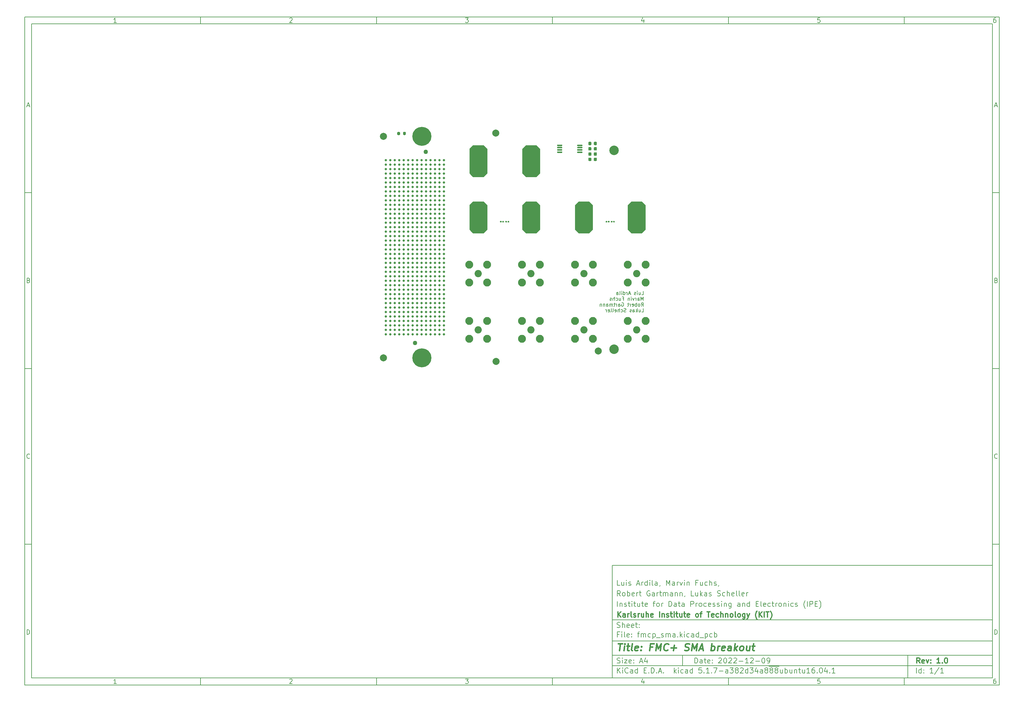
<source format=gbr>
%TF.GenerationSoftware,KiCad,Pcbnew,5.1.7-a382d34a8~88~ubuntu16.04.1*%
%TF.CreationDate,2022-12-09T16:50:10+01:00*%
%TF.ProjectId,fmcp_sma,666d6370-5f73-46d6-912e-6b696361645f,1.0*%
%TF.SameCoordinates,Original*%
%TF.FileFunction,Soldermask,Bot*%
%TF.FilePolarity,Negative*%
%FSLAX46Y46*%
G04 Gerber Fmt 4.6, Leading zero omitted, Abs format (unit mm)*
G04 Created by KiCad (PCBNEW 5.1.7-a382d34a8~88~ubuntu16.04.1) date 2022-12-09 16:50:10*
%MOMM*%
%LPD*%
G01*
G04 APERTURE LIST*
%ADD10C,0.050000*%
%ADD11C,0.150000*%
%ADD12C,0.300000*%
%ADD13C,0.400000*%
%ADD14C,0.100000*%
%ADD15C,1.550000*%
%ADD16C,0.510000*%
%ADD17C,1.270000*%
%ADD18C,0.640000*%
%ADD19C,2.000000*%
%ADD20C,2.250000*%
%ADD21C,2.050000*%
%ADD22C,2.700000*%
%ADD23C,5.400000*%
G04 APERTURE END LIST*
D10*
D11*
X177002200Y-166007200D02*
X177002200Y-198007200D01*
X285002200Y-198007200D01*
X285002200Y-166007200D01*
X177002200Y-166007200D01*
D10*
D11*
X10000000Y-10000000D02*
X10000000Y-200007200D01*
X287002200Y-200007200D01*
X287002200Y-10000000D01*
X10000000Y-10000000D01*
D10*
D11*
X12000000Y-12000000D02*
X12000000Y-198007200D01*
X285002200Y-198007200D01*
X285002200Y-12000000D01*
X12000000Y-12000000D01*
D10*
D11*
X60000000Y-12000000D02*
X60000000Y-10000000D01*
D10*
D11*
X110000000Y-12000000D02*
X110000000Y-10000000D01*
D10*
D11*
X160000000Y-12000000D02*
X160000000Y-10000000D01*
D10*
D11*
X210000000Y-12000000D02*
X210000000Y-10000000D01*
D10*
D11*
X260000000Y-12000000D02*
X260000000Y-10000000D01*
D10*
D11*
X36065476Y-11588095D02*
X35322619Y-11588095D01*
X35694047Y-11588095D02*
X35694047Y-10288095D01*
X35570238Y-10473809D01*
X35446428Y-10597619D01*
X35322619Y-10659523D01*
D10*
D11*
X85322619Y-10411904D02*
X85384523Y-10350000D01*
X85508333Y-10288095D01*
X85817857Y-10288095D01*
X85941666Y-10350000D01*
X86003571Y-10411904D01*
X86065476Y-10535714D01*
X86065476Y-10659523D01*
X86003571Y-10845238D01*
X85260714Y-11588095D01*
X86065476Y-11588095D01*
D10*
D11*
X135260714Y-10288095D02*
X136065476Y-10288095D01*
X135632142Y-10783333D01*
X135817857Y-10783333D01*
X135941666Y-10845238D01*
X136003571Y-10907142D01*
X136065476Y-11030952D01*
X136065476Y-11340476D01*
X136003571Y-11464285D01*
X135941666Y-11526190D01*
X135817857Y-11588095D01*
X135446428Y-11588095D01*
X135322619Y-11526190D01*
X135260714Y-11464285D01*
D10*
D11*
X185941666Y-10721428D02*
X185941666Y-11588095D01*
X185632142Y-10226190D02*
X185322619Y-11154761D01*
X186127380Y-11154761D01*
D10*
D11*
X236003571Y-10288095D02*
X235384523Y-10288095D01*
X235322619Y-10907142D01*
X235384523Y-10845238D01*
X235508333Y-10783333D01*
X235817857Y-10783333D01*
X235941666Y-10845238D01*
X236003571Y-10907142D01*
X236065476Y-11030952D01*
X236065476Y-11340476D01*
X236003571Y-11464285D01*
X235941666Y-11526190D01*
X235817857Y-11588095D01*
X235508333Y-11588095D01*
X235384523Y-11526190D01*
X235322619Y-11464285D01*
D10*
D11*
X285941666Y-10288095D02*
X285694047Y-10288095D01*
X285570238Y-10350000D01*
X285508333Y-10411904D01*
X285384523Y-10597619D01*
X285322619Y-10845238D01*
X285322619Y-11340476D01*
X285384523Y-11464285D01*
X285446428Y-11526190D01*
X285570238Y-11588095D01*
X285817857Y-11588095D01*
X285941666Y-11526190D01*
X286003571Y-11464285D01*
X286065476Y-11340476D01*
X286065476Y-11030952D01*
X286003571Y-10907142D01*
X285941666Y-10845238D01*
X285817857Y-10783333D01*
X285570238Y-10783333D01*
X285446428Y-10845238D01*
X285384523Y-10907142D01*
X285322619Y-11030952D01*
D10*
D11*
X60000000Y-198007200D02*
X60000000Y-200007200D01*
D10*
D11*
X110000000Y-198007200D02*
X110000000Y-200007200D01*
D10*
D11*
X160000000Y-198007200D02*
X160000000Y-200007200D01*
D10*
D11*
X210000000Y-198007200D02*
X210000000Y-200007200D01*
D10*
D11*
X260000000Y-198007200D02*
X260000000Y-200007200D01*
D10*
D11*
X36065476Y-199595295D02*
X35322619Y-199595295D01*
X35694047Y-199595295D02*
X35694047Y-198295295D01*
X35570238Y-198481009D01*
X35446428Y-198604819D01*
X35322619Y-198666723D01*
D10*
D11*
X85322619Y-198419104D02*
X85384523Y-198357200D01*
X85508333Y-198295295D01*
X85817857Y-198295295D01*
X85941666Y-198357200D01*
X86003571Y-198419104D01*
X86065476Y-198542914D01*
X86065476Y-198666723D01*
X86003571Y-198852438D01*
X85260714Y-199595295D01*
X86065476Y-199595295D01*
D10*
D11*
X135260714Y-198295295D02*
X136065476Y-198295295D01*
X135632142Y-198790533D01*
X135817857Y-198790533D01*
X135941666Y-198852438D01*
X136003571Y-198914342D01*
X136065476Y-199038152D01*
X136065476Y-199347676D01*
X136003571Y-199471485D01*
X135941666Y-199533390D01*
X135817857Y-199595295D01*
X135446428Y-199595295D01*
X135322619Y-199533390D01*
X135260714Y-199471485D01*
D10*
D11*
X185941666Y-198728628D02*
X185941666Y-199595295D01*
X185632142Y-198233390D02*
X185322619Y-199161961D01*
X186127380Y-199161961D01*
D10*
D11*
X236003571Y-198295295D02*
X235384523Y-198295295D01*
X235322619Y-198914342D01*
X235384523Y-198852438D01*
X235508333Y-198790533D01*
X235817857Y-198790533D01*
X235941666Y-198852438D01*
X236003571Y-198914342D01*
X236065476Y-199038152D01*
X236065476Y-199347676D01*
X236003571Y-199471485D01*
X235941666Y-199533390D01*
X235817857Y-199595295D01*
X235508333Y-199595295D01*
X235384523Y-199533390D01*
X235322619Y-199471485D01*
D10*
D11*
X285941666Y-198295295D02*
X285694047Y-198295295D01*
X285570238Y-198357200D01*
X285508333Y-198419104D01*
X285384523Y-198604819D01*
X285322619Y-198852438D01*
X285322619Y-199347676D01*
X285384523Y-199471485D01*
X285446428Y-199533390D01*
X285570238Y-199595295D01*
X285817857Y-199595295D01*
X285941666Y-199533390D01*
X286003571Y-199471485D01*
X286065476Y-199347676D01*
X286065476Y-199038152D01*
X286003571Y-198914342D01*
X285941666Y-198852438D01*
X285817857Y-198790533D01*
X285570238Y-198790533D01*
X285446428Y-198852438D01*
X285384523Y-198914342D01*
X285322619Y-199038152D01*
D10*
D11*
X10000000Y-60000000D02*
X12000000Y-60000000D01*
D10*
D11*
X10000000Y-110000000D02*
X12000000Y-110000000D01*
D10*
D11*
X10000000Y-160000000D02*
X12000000Y-160000000D01*
D10*
D11*
X10690476Y-35216666D02*
X11309523Y-35216666D01*
X10566666Y-35588095D02*
X11000000Y-34288095D01*
X11433333Y-35588095D01*
D10*
D11*
X11092857Y-84907142D02*
X11278571Y-84969047D01*
X11340476Y-85030952D01*
X11402380Y-85154761D01*
X11402380Y-85340476D01*
X11340476Y-85464285D01*
X11278571Y-85526190D01*
X11154761Y-85588095D01*
X10659523Y-85588095D01*
X10659523Y-84288095D01*
X11092857Y-84288095D01*
X11216666Y-84350000D01*
X11278571Y-84411904D01*
X11340476Y-84535714D01*
X11340476Y-84659523D01*
X11278571Y-84783333D01*
X11216666Y-84845238D01*
X11092857Y-84907142D01*
X10659523Y-84907142D01*
D10*
D11*
X11402380Y-135464285D02*
X11340476Y-135526190D01*
X11154761Y-135588095D01*
X11030952Y-135588095D01*
X10845238Y-135526190D01*
X10721428Y-135402380D01*
X10659523Y-135278571D01*
X10597619Y-135030952D01*
X10597619Y-134845238D01*
X10659523Y-134597619D01*
X10721428Y-134473809D01*
X10845238Y-134350000D01*
X11030952Y-134288095D01*
X11154761Y-134288095D01*
X11340476Y-134350000D01*
X11402380Y-134411904D01*
D10*
D11*
X10659523Y-185588095D02*
X10659523Y-184288095D01*
X10969047Y-184288095D01*
X11154761Y-184350000D01*
X11278571Y-184473809D01*
X11340476Y-184597619D01*
X11402380Y-184845238D01*
X11402380Y-185030952D01*
X11340476Y-185278571D01*
X11278571Y-185402380D01*
X11154761Y-185526190D01*
X10969047Y-185588095D01*
X10659523Y-185588095D01*
D10*
D11*
X287002200Y-60000000D02*
X285002200Y-60000000D01*
D10*
D11*
X287002200Y-110000000D02*
X285002200Y-110000000D01*
D10*
D11*
X287002200Y-160000000D02*
X285002200Y-160000000D01*
D10*
D11*
X285692676Y-35216666D02*
X286311723Y-35216666D01*
X285568866Y-35588095D02*
X286002200Y-34288095D01*
X286435533Y-35588095D01*
D10*
D11*
X286095057Y-84907142D02*
X286280771Y-84969047D01*
X286342676Y-85030952D01*
X286404580Y-85154761D01*
X286404580Y-85340476D01*
X286342676Y-85464285D01*
X286280771Y-85526190D01*
X286156961Y-85588095D01*
X285661723Y-85588095D01*
X285661723Y-84288095D01*
X286095057Y-84288095D01*
X286218866Y-84350000D01*
X286280771Y-84411904D01*
X286342676Y-84535714D01*
X286342676Y-84659523D01*
X286280771Y-84783333D01*
X286218866Y-84845238D01*
X286095057Y-84907142D01*
X285661723Y-84907142D01*
D10*
D11*
X286404580Y-135464285D02*
X286342676Y-135526190D01*
X286156961Y-135588095D01*
X286033152Y-135588095D01*
X285847438Y-135526190D01*
X285723628Y-135402380D01*
X285661723Y-135278571D01*
X285599819Y-135030952D01*
X285599819Y-134845238D01*
X285661723Y-134597619D01*
X285723628Y-134473809D01*
X285847438Y-134350000D01*
X286033152Y-134288095D01*
X286156961Y-134288095D01*
X286342676Y-134350000D01*
X286404580Y-134411904D01*
D10*
D11*
X285661723Y-185588095D02*
X285661723Y-184288095D01*
X285971247Y-184288095D01*
X286156961Y-184350000D01*
X286280771Y-184473809D01*
X286342676Y-184597619D01*
X286404580Y-184845238D01*
X286404580Y-185030952D01*
X286342676Y-185278571D01*
X286280771Y-185402380D01*
X286156961Y-185526190D01*
X285971247Y-185588095D01*
X285661723Y-185588095D01*
D10*
D11*
X200434342Y-193785771D02*
X200434342Y-192285771D01*
X200791485Y-192285771D01*
X201005771Y-192357200D01*
X201148628Y-192500057D01*
X201220057Y-192642914D01*
X201291485Y-192928628D01*
X201291485Y-193142914D01*
X201220057Y-193428628D01*
X201148628Y-193571485D01*
X201005771Y-193714342D01*
X200791485Y-193785771D01*
X200434342Y-193785771D01*
X202577200Y-193785771D02*
X202577200Y-193000057D01*
X202505771Y-192857200D01*
X202362914Y-192785771D01*
X202077200Y-192785771D01*
X201934342Y-192857200D01*
X202577200Y-193714342D02*
X202434342Y-193785771D01*
X202077200Y-193785771D01*
X201934342Y-193714342D01*
X201862914Y-193571485D01*
X201862914Y-193428628D01*
X201934342Y-193285771D01*
X202077200Y-193214342D01*
X202434342Y-193214342D01*
X202577200Y-193142914D01*
X203077200Y-192785771D02*
X203648628Y-192785771D01*
X203291485Y-192285771D02*
X203291485Y-193571485D01*
X203362914Y-193714342D01*
X203505771Y-193785771D01*
X203648628Y-193785771D01*
X204720057Y-193714342D02*
X204577200Y-193785771D01*
X204291485Y-193785771D01*
X204148628Y-193714342D01*
X204077200Y-193571485D01*
X204077200Y-193000057D01*
X204148628Y-192857200D01*
X204291485Y-192785771D01*
X204577200Y-192785771D01*
X204720057Y-192857200D01*
X204791485Y-193000057D01*
X204791485Y-193142914D01*
X204077200Y-193285771D01*
X205434342Y-193642914D02*
X205505771Y-193714342D01*
X205434342Y-193785771D01*
X205362914Y-193714342D01*
X205434342Y-193642914D01*
X205434342Y-193785771D01*
X205434342Y-192857200D02*
X205505771Y-192928628D01*
X205434342Y-193000057D01*
X205362914Y-192928628D01*
X205434342Y-192857200D01*
X205434342Y-193000057D01*
X207220057Y-192428628D02*
X207291485Y-192357200D01*
X207434342Y-192285771D01*
X207791485Y-192285771D01*
X207934342Y-192357200D01*
X208005771Y-192428628D01*
X208077200Y-192571485D01*
X208077200Y-192714342D01*
X208005771Y-192928628D01*
X207148628Y-193785771D01*
X208077200Y-193785771D01*
X209005771Y-192285771D02*
X209148628Y-192285771D01*
X209291485Y-192357200D01*
X209362914Y-192428628D01*
X209434342Y-192571485D01*
X209505771Y-192857200D01*
X209505771Y-193214342D01*
X209434342Y-193500057D01*
X209362914Y-193642914D01*
X209291485Y-193714342D01*
X209148628Y-193785771D01*
X209005771Y-193785771D01*
X208862914Y-193714342D01*
X208791485Y-193642914D01*
X208720057Y-193500057D01*
X208648628Y-193214342D01*
X208648628Y-192857200D01*
X208720057Y-192571485D01*
X208791485Y-192428628D01*
X208862914Y-192357200D01*
X209005771Y-192285771D01*
X210077200Y-192428628D02*
X210148628Y-192357200D01*
X210291485Y-192285771D01*
X210648628Y-192285771D01*
X210791485Y-192357200D01*
X210862914Y-192428628D01*
X210934342Y-192571485D01*
X210934342Y-192714342D01*
X210862914Y-192928628D01*
X210005771Y-193785771D01*
X210934342Y-193785771D01*
X211505771Y-192428628D02*
X211577200Y-192357200D01*
X211720057Y-192285771D01*
X212077200Y-192285771D01*
X212220057Y-192357200D01*
X212291485Y-192428628D01*
X212362914Y-192571485D01*
X212362914Y-192714342D01*
X212291485Y-192928628D01*
X211434342Y-193785771D01*
X212362914Y-193785771D01*
X213005771Y-193214342D02*
X214148628Y-193214342D01*
X215648628Y-193785771D02*
X214791485Y-193785771D01*
X215220057Y-193785771D02*
X215220057Y-192285771D01*
X215077200Y-192500057D01*
X214934342Y-192642914D01*
X214791485Y-192714342D01*
X216220057Y-192428628D02*
X216291485Y-192357200D01*
X216434342Y-192285771D01*
X216791485Y-192285771D01*
X216934342Y-192357200D01*
X217005771Y-192428628D01*
X217077200Y-192571485D01*
X217077200Y-192714342D01*
X217005771Y-192928628D01*
X216148628Y-193785771D01*
X217077200Y-193785771D01*
X217720057Y-193214342D02*
X218862914Y-193214342D01*
X219862914Y-192285771D02*
X220005771Y-192285771D01*
X220148628Y-192357200D01*
X220220057Y-192428628D01*
X220291485Y-192571485D01*
X220362914Y-192857200D01*
X220362914Y-193214342D01*
X220291485Y-193500057D01*
X220220057Y-193642914D01*
X220148628Y-193714342D01*
X220005771Y-193785771D01*
X219862914Y-193785771D01*
X219720057Y-193714342D01*
X219648628Y-193642914D01*
X219577200Y-193500057D01*
X219505771Y-193214342D01*
X219505771Y-192857200D01*
X219577200Y-192571485D01*
X219648628Y-192428628D01*
X219720057Y-192357200D01*
X219862914Y-192285771D01*
X221077200Y-193785771D02*
X221362914Y-193785771D01*
X221505771Y-193714342D01*
X221577200Y-193642914D01*
X221720057Y-193428628D01*
X221791485Y-193142914D01*
X221791485Y-192571485D01*
X221720057Y-192428628D01*
X221648628Y-192357200D01*
X221505771Y-192285771D01*
X221220057Y-192285771D01*
X221077200Y-192357200D01*
X221005771Y-192428628D01*
X220934342Y-192571485D01*
X220934342Y-192928628D01*
X221005771Y-193071485D01*
X221077200Y-193142914D01*
X221220057Y-193214342D01*
X221505771Y-193214342D01*
X221648628Y-193142914D01*
X221720057Y-193071485D01*
X221791485Y-192928628D01*
D10*
D11*
X177002200Y-194507200D02*
X285002200Y-194507200D01*
D10*
D11*
X178434342Y-196585771D02*
X178434342Y-195085771D01*
X179291485Y-196585771D02*
X178648628Y-195728628D01*
X179291485Y-195085771D02*
X178434342Y-195942914D01*
X179934342Y-196585771D02*
X179934342Y-195585771D01*
X179934342Y-195085771D02*
X179862914Y-195157200D01*
X179934342Y-195228628D01*
X180005771Y-195157200D01*
X179934342Y-195085771D01*
X179934342Y-195228628D01*
X181505771Y-196442914D02*
X181434342Y-196514342D01*
X181220057Y-196585771D01*
X181077200Y-196585771D01*
X180862914Y-196514342D01*
X180720057Y-196371485D01*
X180648628Y-196228628D01*
X180577200Y-195942914D01*
X180577200Y-195728628D01*
X180648628Y-195442914D01*
X180720057Y-195300057D01*
X180862914Y-195157200D01*
X181077200Y-195085771D01*
X181220057Y-195085771D01*
X181434342Y-195157200D01*
X181505771Y-195228628D01*
X182791485Y-196585771D02*
X182791485Y-195800057D01*
X182720057Y-195657200D01*
X182577200Y-195585771D01*
X182291485Y-195585771D01*
X182148628Y-195657200D01*
X182791485Y-196514342D02*
X182648628Y-196585771D01*
X182291485Y-196585771D01*
X182148628Y-196514342D01*
X182077200Y-196371485D01*
X182077200Y-196228628D01*
X182148628Y-196085771D01*
X182291485Y-196014342D01*
X182648628Y-196014342D01*
X182791485Y-195942914D01*
X184148628Y-196585771D02*
X184148628Y-195085771D01*
X184148628Y-196514342D02*
X184005771Y-196585771D01*
X183720057Y-196585771D01*
X183577200Y-196514342D01*
X183505771Y-196442914D01*
X183434342Y-196300057D01*
X183434342Y-195871485D01*
X183505771Y-195728628D01*
X183577200Y-195657200D01*
X183720057Y-195585771D01*
X184005771Y-195585771D01*
X184148628Y-195657200D01*
X186005771Y-195800057D02*
X186505771Y-195800057D01*
X186720057Y-196585771D02*
X186005771Y-196585771D01*
X186005771Y-195085771D01*
X186720057Y-195085771D01*
X187362914Y-196442914D02*
X187434342Y-196514342D01*
X187362914Y-196585771D01*
X187291485Y-196514342D01*
X187362914Y-196442914D01*
X187362914Y-196585771D01*
X188077200Y-196585771D02*
X188077200Y-195085771D01*
X188434342Y-195085771D01*
X188648628Y-195157200D01*
X188791485Y-195300057D01*
X188862914Y-195442914D01*
X188934342Y-195728628D01*
X188934342Y-195942914D01*
X188862914Y-196228628D01*
X188791485Y-196371485D01*
X188648628Y-196514342D01*
X188434342Y-196585771D01*
X188077200Y-196585771D01*
X189577200Y-196442914D02*
X189648628Y-196514342D01*
X189577200Y-196585771D01*
X189505771Y-196514342D01*
X189577200Y-196442914D01*
X189577200Y-196585771D01*
X190220057Y-196157200D02*
X190934342Y-196157200D01*
X190077200Y-196585771D02*
X190577200Y-195085771D01*
X191077200Y-196585771D01*
X191577200Y-196442914D02*
X191648628Y-196514342D01*
X191577200Y-196585771D01*
X191505771Y-196514342D01*
X191577200Y-196442914D01*
X191577200Y-196585771D01*
X194577200Y-196585771D02*
X194577200Y-195085771D01*
X194720057Y-196014342D02*
X195148628Y-196585771D01*
X195148628Y-195585771D02*
X194577200Y-196157200D01*
X195791485Y-196585771D02*
X195791485Y-195585771D01*
X195791485Y-195085771D02*
X195720057Y-195157200D01*
X195791485Y-195228628D01*
X195862914Y-195157200D01*
X195791485Y-195085771D01*
X195791485Y-195228628D01*
X197148628Y-196514342D02*
X197005771Y-196585771D01*
X196720057Y-196585771D01*
X196577200Y-196514342D01*
X196505771Y-196442914D01*
X196434342Y-196300057D01*
X196434342Y-195871485D01*
X196505771Y-195728628D01*
X196577200Y-195657200D01*
X196720057Y-195585771D01*
X197005771Y-195585771D01*
X197148628Y-195657200D01*
X198434342Y-196585771D02*
X198434342Y-195800057D01*
X198362914Y-195657200D01*
X198220057Y-195585771D01*
X197934342Y-195585771D01*
X197791485Y-195657200D01*
X198434342Y-196514342D02*
X198291485Y-196585771D01*
X197934342Y-196585771D01*
X197791485Y-196514342D01*
X197720057Y-196371485D01*
X197720057Y-196228628D01*
X197791485Y-196085771D01*
X197934342Y-196014342D01*
X198291485Y-196014342D01*
X198434342Y-195942914D01*
X199791485Y-196585771D02*
X199791485Y-195085771D01*
X199791485Y-196514342D02*
X199648628Y-196585771D01*
X199362914Y-196585771D01*
X199220057Y-196514342D01*
X199148628Y-196442914D01*
X199077200Y-196300057D01*
X199077200Y-195871485D01*
X199148628Y-195728628D01*
X199220057Y-195657200D01*
X199362914Y-195585771D01*
X199648628Y-195585771D01*
X199791485Y-195657200D01*
X202362914Y-195085771D02*
X201648628Y-195085771D01*
X201577200Y-195800057D01*
X201648628Y-195728628D01*
X201791485Y-195657200D01*
X202148628Y-195657200D01*
X202291485Y-195728628D01*
X202362914Y-195800057D01*
X202434342Y-195942914D01*
X202434342Y-196300057D01*
X202362914Y-196442914D01*
X202291485Y-196514342D01*
X202148628Y-196585771D01*
X201791485Y-196585771D01*
X201648628Y-196514342D01*
X201577200Y-196442914D01*
X203077200Y-196442914D02*
X203148628Y-196514342D01*
X203077200Y-196585771D01*
X203005771Y-196514342D01*
X203077200Y-196442914D01*
X203077200Y-196585771D01*
X204577200Y-196585771D02*
X203720057Y-196585771D01*
X204148628Y-196585771D02*
X204148628Y-195085771D01*
X204005771Y-195300057D01*
X203862914Y-195442914D01*
X203720057Y-195514342D01*
X205220057Y-196442914D02*
X205291485Y-196514342D01*
X205220057Y-196585771D01*
X205148628Y-196514342D01*
X205220057Y-196442914D01*
X205220057Y-196585771D01*
X205791485Y-195085771D02*
X206791485Y-195085771D01*
X206148628Y-196585771D01*
X207362914Y-196014342D02*
X208505771Y-196014342D01*
X209862914Y-196585771D02*
X209862914Y-195800057D01*
X209791485Y-195657200D01*
X209648628Y-195585771D01*
X209362914Y-195585771D01*
X209220057Y-195657200D01*
X209862914Y-196514342D02*
X209720057Y-196585771D01*
X209362914Y-196585771D01*
X209220057Y-196514342D01*
X209148628Y-196371485D01*
X209148628Y-196228628D01*
X209220057Y-196085771D01*
X209362914Y-196014342D01*
X209720057Y-196014342D01*
X209862914Y-195942914D01*
X210434342Y-195085771D02*
X211362914Y-195085771D01*
X210862914Y-195657200D01*
X211077200Y-195657200D01*
X211220057Y-195728628D01*
X211291485Y-195800057D01*
X211362914Y-195942914D01*
X211362914Y-196300057D01*
X211291485Y-196442914D01*
X211220057Y-196514342D01*
X211077200Y-196585771D01*
X210648628Y-196585771D01*
X210505771Y-196514342D01*
X210434342Y-196442914D01*
X212220057Y-195728628D02*
X212077200Y-195657200D01*
X212005771Y-195585771D01*
X211934342Y-195442914D01*
X211934342Y-195371485D01*
X212005771Y-195228628D01*
X212077200Y-195157200D01*
X212220057Y-195085771D01*
X212505771Y-195085771D01*
X212648628Y-195157200D01*
X212720057Y-195228628D01*
X212791485Y-195371485D01*
X212791485Y-195442914D01*
X212720057Y-195585771D01*
X212648628Y-195657200D01*
X212505771Y-195728628D01*
X212220057Y-195728628D01*
X212077200Y-195800057D01*
X212005771Y-195871485D01*
X211934342Y-196014342D01*
X211934342Y-196300057D01*
X212005771Y-196442914D01*
X212077200Y-196514342D01*
X212220057Y-196585771D01*
X212505771Y-196585771D01*
X212648628Y-196514342D01*
X212720057Y-196442914D01*
X212791485Y-196300057D01*
X212791485Y-196014342D01*
X212720057Y-195871485D01*
X212648628Y-195800057D01*
X212505771Y-195728628D01*
X213362914Y-195228628D02*
X213434342Y-195157200D01*
X213577200Y-195085771D01*
X213934342Y-195085771D01*
X214077200Y-195157200D01*
X214148628Y-195228628D01*
X214220057Y-195371485D01*
X214220057Y-195514342D01*
X214148628Y-195728628D01*
X213291485Y-196585771D01*
X214220057Y-196585771D01*
X215505771Y-196585771D02*
X215505771Y-195085771D01*
X215505771Y-196514342D02*
X215362914Y-196585771D01*
X215077200Y-196585771D01*
X214934342Y-196514342D01*
X214862914Y-196442914D01*
X214791485Y-196300057D01*
X214791485Y-195871485D01*
X214862914Y-195728628D01*
X214934342Y-195657200D01*
X215077200Y-195585771D01*
X215362914Y-195585771D01*
X215505771Y-195657200D01*
X216077200Y-195085771D02*
X217005771Y-195085771D01*
X216505771Y-195657200D01*
X216720057Y-195657200D01*
X216862914Y-195728628D01*
X216934342Y-195800057D01*
X217005771Y-195942914D01*
X217005771Y-196300057D01*
X216934342Y-196442914D01*
X216862914Y-196514342D01*
X216720057Y-196585771D01*
X216291485Y-196585771D01*
X216148628Y-196514342D01*
X216077200Y-196442914D01*
X218291485Y-195585771D02*
X218291485Y-196585771D01*
X217934342Y-195014342D02*
X217577200Y-196085771D01*
X218505771Y-196085771D01*
X219720057Y-196585771D02*
X219720057Y-195800057D01*
X219648628Y-195657200D01*
X219505771Y-195585771D01*
X219220057Y-195585771D01*
X219077200Y-195657200D01*
X219720057Y-196514342D02*
X219577200Y-196585771D01*
X219220057Y-196585771D01*
X219077200Y-196514342D01*
X219005771Y-196371485D01*
X219005771Y-196228628D01*
X219077200Y-196085771D01*
X219220057Y-196014342D01*
X219577200Y-196014342D01*
X219720057Y-195942914D01*
X220648628Y-195728628D02*
X220505771Y-195657200D01*
X220434342Y-195585771D01*
X220362914Y-195442914D01*
X220362914Y-195371485D01*
X220434342Y-195228628D01*
X220505771Y-195157200D01*
X220648628Y-195085771D01*
X220934342Y-195085771D01*
X221077200Y-195157200D01*
X221148628Y-195228628D01*
X221220057Y-195371485D01*
X221220057Y-195442914D01*
X221148628Y-195585771D01*
X221077200Y-195657200D01*
X220934342Y-195728628D01*
X220648628Y-195728628D01*
X220505771Y-195800057D01*
X220434342Y-195871485D01*
X220362914Y-196014342D01*
X220362914Y-196300057D01*
X220434342Y-196442914D01*
X220505771Y-196514342D01*
X220648628Y-196585771D01*
X220934342Y-196585771D01*
X221077200Y-196514342D01*
X221148628Y-196442914D01*
X221220057Y-196300057D01*
X221220057Y-196014342D01*
X221148628Y-195871485D01*
X221077200Y-195800057D01*
X220934342Y-195728628D01*
X221505771Y-194677200D02*
X222934342Y-194677200D01*
X222077200Y-195728628D02*
X221934342Y-195657200D01*
X221862914Y-195585771D01*
X221791485Y-195442914D01*
X221791485Y-195371485D01*
X221862914Y-195228628D01*
X221934342Y-195157200D01*
X222077200Y-195085771D01*
X222362914Y-195085771D01*
X222505771Y-195157200D01*
X222577200Y-195228628D01*
X222648628Y-195371485D01*
X222648628Y-195442914D01*
X222577200Y-195585771D01*
X222505771Y-195657200D01*
X222362914Y-195728628D01*
X222077200Y-195728628D01*
X221934342Y-195800057D01*
X221862914Y-195871485D01*
X221791485Y-196014342D01*
X221791485Y-196300057D01*
X221862914Y-196442914D01*
X221934342Y-196514342D01*
X222077200Y-196585771D01*
X222362914Y-196585771D01*
X222505771Y-196514342D01*
X222577200Y-196442914D01*
X222648628Y-196300057D01*
X222648628Y-196014342D01*
X222577200Y-195871485D01*
X222505771Y-195800057D01*
X222362914Y-195728628D01*
X222934342Y-194677200D02*
X224362914Y-194677200D01*
X223505771Y-195728628D02*
X223362914Y-195657200D01*
X223291485Y-195585771D01*
X223220057Y-195442914D01*
X223220057Y-195371485D01*
X223291485Y-195228628D01*
X223362914Y-195157200D01*
X223505771Y-195085771D01*
X223791485Y-195085771D01*
X223934342Y-195157200D01*
X224005771Y-195228628D01*
X224077199Y-195371485D01*
X224077199Y-195442914D01*
X224005771Y-195585771D01*
X223934342Y-195657200D01*
X223791485Y-195728628D01*
X223505771Y-195728628D01*
X223362914Y-195800057D01*
X223291485Y-195871485D01*
X223220057Y-196014342D01*
X223220057Y-196300057D01*
X223291485Y-196442914D01*
X223362914Y-196514342D01*
X223505771Y-196585771D01*
X223791485Y-196585771D01*
X223934342Y-196514342D01*
X224005771Y-196442914D01*
X224077199Y-196300057D01*
X224077199Y-196014342D01*
X224005771Y-195871485D01*
X223934342Y-195800057D01*
X223791485Y-195728628D01*
X225362914Y-195585771D02*
X225362914Y-196585771D01*
X224720057Y-195585771D02*
X224720057Y-196371485D01*
X224791485Y-196514342D01*
X224934342Y-196585771D01*
X225148628Y-196585771D01*
X225291485Y-196514342D01*
X225362914Y-196442914D01*
X226077199Y-196585771D02*
X226077199Y-195085771D01*
X226077199Y-195657200D02*
X226220057Y-195585771D01*
X226505771Y-195585771D01*
X226648628Y-195657200D01*
X226720057Y-195728628D01*
X226791485Y-195871485D01*
X226791485Y-196300057D01*
X226720057Y-196442914D01*
X226648628Y-196514342D01*
X226505771Y-196585771D01*
X226220057Y-196585771D01*
X226077199Y-196514342D01*
X228077199Y-195585771D02*
X228077199Y-196585771D01*
X227434342Y-195585771D02*
X227434342Y-196371485D01*
X227505771Y-196514342D01*
X227648628Y-196585771D01*
X227862914Y-196585771D01*
X228005771Y-196514342D01*
X228077199Y-196442914D01*
X228791485Y-195585771D02*
X228791485Y-196585771D01*
X228791485Y-195728628D02*
X228862914Y-195657200D01*
X229005771Y-195585771D01*
X229220057Y-195585771D01*
X229362914Y-195657200D01*
X229434342Y-195800057D01*
X229434342Y-196585771D01*
X229934342Y-195585771D02*
X230505771Y-195585771D01*
X230148628Y-195085771D02*
X230148628Y-196371485D01*
X230220057Y-196514342D01*
X230362914Y-196585771D01*
X230505771Y-196585771D01*
X231648628Y-195585771D02*
X231648628Y-196585771D01*
X231005771Y-195585771D02*
X231005771Y-196371485D01*
X231077199Y-196514342D01*
X231220057Y-196585771D01*
X231434342Y-196585771D01*
X231577199Y-196514342D01*
X231648628Y-196442914D01*
X233148628Y-196585771D02*
X232291485Y-196585771D01*
X232720057Y-196585771D02*
X232720057Y-195085771D01*
X232577200Y-195300057D01*
X232434342Y-195442914D01*
X232291485Y-195514342D01*
X234434342Y-195085771D02*
X234148628Y-195085771D01*
X234005771Y-195157200D01*
X233934342Y-195228628D01*
X233791485Y-195442914D01*
X233720057Y-195728628D01*
X233720057Y-196300057D01*
X233791485Y-196442914D01*
X233862914Y-196514342D01*
X234005771Y-196585771D01*
X234291485Y-196585771D01*
X234434342Y-196514342D01*
X234505771Y-196442914D01*
X234577199Y-196300057D01*
X234577199Y-195942914D01*
X234505771Y-195800057D01*
X234434342Y-195728628D01*
X234291485Y-195657200D01*
X234005771Y-195657200D01*
X233862914Y-195728628D01*
X233791485Y-195800057D01*
X233720057Y-195942914D01*
X235220057Y-196442914D02*
X235291485Y-196514342D01*
X235220057Y-196585771D01*
X235148628Y-196514342D01*
X235220057Y-196442914D01*
X235220057Y-196585771D01*
X236220057Y-195085771D02*
X236362914Y-195085771D01*
X236505771Y-195157200D01*
X236577199Y-195228628D01*
X236648628Y-195371485D01*
X236720057Y-195657200D01*
X236720057Y-196014342D01*
X236648628Y-196300057D01*
X236577199Y-196442914D01*
X236505771Y-196514342D01*
X236362914Y-196585771D01*
X236220057Y-196585771D01*
X236077199Y-196514342D01*
X236005771Y-196442914D01*
X235934342Y-196300057D01*
X235862914Y-196014342D01*
X235862914Y-195657200D01*
X235934342Y-195371485D01*
X236005771Y-195228628D01*
X236077199Y-195157200D01*
X236220057Y-195085771D01*
X238005771Y-195585771D02*
X238005771Y-196585771D01*
X237648628Y-195014342D02*
X237291485Y-196085771D01*
X238220057Y-196085771D01*
X238791485Y-196442914D02*
X238862914Y-196514342D01*
X238791485Y-196585771D01*
X238720057Y-196514342D01*
X238791485Y-196442914D01*
X238791485Y-196585771D01*
X240291485Y-196585771D02*
X239434342Y-196585771D01*
X239862914Y-196585771D02*
X239862914Y-195085771D01*
X239720057Y-195300057D01*
X239577199Y-195442914D01*
X239434342Y-195514342D01*
D10*
D11*
X177002200Y-191507200D02*
X285002200Y-191507200D01*
D10*
D12*
X264411485Y-193785771D02*
X263911485Y-193071485D01*
X263554342Y-193785771D02*
X263554342Y-192285771D01*
X264125771Y-192285771D01*
X264268628Y-192357200D01*
X264340057Y-192428628D01*
X264411485Y-192571485D01*
X264411485Y-192785771D01*
X264340057Y-192928628D01*
X264268628Y-193000057D01*
X264125771Y-193071485D01*
X263554342Y-193071485D01*
X265625771Y-193714342D02*
X265482914Y-193785771D01*
X265197200Y-193785771D01*
X265054342Y-193714342D01*
X264982914Y-193571485D01*
X264982914Y-193000057D01*
X265054342Y-192857200D01*
X265197200Y-192785771D01*
X265482914Y-192785771D01*
X265625771Y-192857200D01*
X265697200Y-193000057D01*
X265697200Y-193142914D01*
X264982914Y-193285771D01*
X266197200Y-192785771D02*
X266554342Y-193785771D01*
X266911485Y-192785771D01*
X267482914Y-193642914D02*
X267554342Y-193714342D01*
X267482914Y-193785771D01*
X267411485Y-193714342D01*
X267482914Y-193642914D01*
X267482914Y-193785771D01*
X267482914Y-192857200D02*
X267554342Y-192928628D01*
X267482914Y-193000057D01*
X267411485Y-192928628D01*
X267482914Y-192857200D01*
X267482914Y-193000057D01*
X270125771Y-193785771D02*
X269268628Y-193785771D01*
X269697200Y-193785771D02*
X269697200Y-192285771D01*
X269554342Y-192500057D01*
X269411485Y-192642914D01*
X269268628Y-192714342D01*
X270768628Y-193642914D02*
X270840057Y-193714342D01*
X270768628Y-193785771D01*
X270697200Y-193714342D01*
X270768628Y-193642914D01*
X270768628Y-193785771D01*
X271768628Y-192285771D02*
X271911485Y-192285771D01*
X272054342Y-192357200D01*
X272125771Y-192428628D01*
X272197200Y-192571485D01*
X272268628Y-192857200D01*
X272268628Y-193214342D01*
X272197200Y-193500057D01*
X272125771Y-193642914D01*
X272054342Y-193714342D01*
X271911485Y-193785771D01*
X271768628Y-193785771D01*
X271625771Y-193714342D01*
X271554342Y-193642914D01*
X271482914Y-193500057D01*
X271411485Y-193214342D01*
X271411485Y-192857200D01*
X271482914Y-192571485D01*
X271554342Y-192428628D01*
X271625771Y-192357200D01*
X271768628Y-192285771D01*
D10*
D11*
X178362914Y-193714342D02*
X178577200Y-193785771D01*
X178934342Y-193785771D01*
X179077200Y-193714342D01*
X179148628Y-193642914D01*
X179220057Y-193500057D01*
X179220057Y-193357200D01*
X179148628Y-193214342D01*
X179077200Y-193142914D01*
X178934342Y-193071485D01*
X178648628Y-193000057D01*
X178505771Y-192928628D01*
X178434342Y-192857200D01*
X178362914Y-192714342D01*
X178362914Y-192571485D01*
X178434342Y-192428628D01*
X178505771Y-192357200D01*
X178648628Y-192285771D01*
X179005771Y-192285771D01*
X179220057Y-192357200D01*
X179862914Y-193785771D02*
X179862914Y-192785771D01*
X179862914Y-192285771D02*
X179791485Y-192357200D01*
X179862914Y-192428628D01*
X179934342Y-192357200D01*
X179862914Y-192285771D01*
X179862914Y-192428628D01*
X180434342Y-192785771D02*
X181220057Y-192785771D01*
X180434342Y-193785771D01*
X181220057Y-193785771D01*
X182362914Y-193714342D02*
X182220057Y-193785771D01*
X181934342Y-193785771D01*
X181791485Y-193714342D01*
X181720057Y-193571485D01*
X181720057Y-193000057D01*
X181791485Y-192857200D01*
X181934342Y-192785771D01*
X182220057Y-192785771D01*
X182362914Y-192857200D01*
X182434342Y-193000057D01*
X182434342Y-193142914D01*
X181720057Y-193285771D01*
X183077200Y-193642914D02*
X183148628Y-193714342D01*
X183077200Y-193785771D01*
X183005771Y-193714342D01*
X183077200Y-193642914D01*
X183077200Y-193785771D01*
X183077200Y-192857200D02*
X183148628Y-192928628D01*
X183077200Y-193000057D01*
X183005771Y-192928628D01*
X183077200Y-192857200D01*
X183077200Y-193000057D01*
X184862914Y-193357200D02*
X185577200Y-193357200D01*
X184720057Y-193785771D02*
X185220057Y-192285771D01*
X185720057Y-193785771D01*
X186862914Y-192785771D02*
X186862914Y-193785771D01*
X186505771Y-192214342D02*
X186148628Y-193285771D01*
X187077200Y-193285771D01*
D10*
D11*
X263434342Y-196585771D02*
X263434342Y-195085771D01*
X264791485Y-196585771D02*
X264791485Y-195085771D01*
X264791485Y-196514342D02*
X264648628Y-196585771D01*
X264362914Y-196585771D01*
X264220057Y-196514342D01*
X264148628Y-196442914D01*
X264077200Y-196300057D01*
X264077200Y-195871485D01*
X264148628Y-195728628D01*
X264220057Y-195657200D01*
X264362914Y-195585771D01*
X264648628Y-195585771D01*
X264791485Y-195657200D01*
X265505771Y-196442914D02*
X265577200Y-196514342D01*
X265505771Y-196585771D01*
X265434342Y-196514342D01*
X265505771Y-196442914D01*
X265505771Y-196585771D01*
X265505771Y-195657200D02*
X265577200Y-195728628D01*
X265505771Y-195800057D01*
X265434342Y-195728628D01*
X265505771Y-195657200D01*
X265505771Y-195800057D01*
X268148628Y-196585771D02*
X267291485Y-196585771D01*
X267720057Y-196585771D02*
X267720057Y-195085771D01*
X267577200Y-195300057D01*
X267434342Y-195442914D01*
X267291485Y-195514342D01*
X269862914Y-195014342D02*
X268577200Y-196942914D01*
X271148628Y-196585771D02*
X270291485Y-196585771D01*
X270720057Y-196585771D02*
X270720057Y-195085771D01*
X270577200Y-195300057D01*
X270434342Y-195442914D01*
X270291485Y-195514342D01*
D10*
D11*
X177002200Y-187507200D02*
X285002200Y-187507200D01*
D10*
D13*
X178714580Y-188211961D02*
X179857438Y-188211961D01*
X179036009Y-190211961D02*
X179286009Y-188211961D01*
X180274104Y-190211961D02*
X180440771Y-188878628D01*
X180524104Y-188211961D02*
X180416961Y-188307200D01*
X180500295Y-188402438D01*
X180607438Y-188307200D01*
X180524104Y-188211961D01*
X180500295Y-188402438D01*
X181107438Y-188878628D02*
X181869342Y-188878628D01*
X181476485Y-188211961D02*
X181262200Y-189926247D01*
X181333628Y-190116723D01*
X181512200Y-190211961D01*
X181702676Y-190211961D01*
X182655057Y-190211961D02*
X182476485Y-190116723D01*
X182405057Y-189926247D01*
X182619342Y-188211961D01*
X184190771Y-190116723D02*
X183988390Y-190211961D01*
X183607438Y-190211961D01*
X183428866Y-190116723D01*
X183357438Y-189926247D01*
X183452676Y-189164342D01*
X183571723Y-188973866D01*
X183774104Y-188878628D01*
X184155057Y-188878628D01*
X184333628Y-188973866D01*
X184405057Y-189164342D01*
X184381247Y-189354819D01*
X183405057Y-189545295D01*
X185155057Y-190021485D02*
X185238390Y-190116723D01*
X185131247Y-190211961D01*
X185047914Y-190116723D01*
X185155057Y-190021485D01*
X185131247Y-190211961D01*
X185286009Y-188973866D02*
X185369342Y-189069104D01*
X185262200Y-189164342D01*
X185178866Y-189069104D01*
X185286009Y-188973866D01*
X185262200Y-189164342D01*
X188405057Y-189164342D02*
X187738390Y-189164342D01*
X187607438Y-190211961D02*
X187857438Y-188211961D01*
X188809819Y-188211961D01*
X189321723Y-190211961D02*
X189571723Y-188211961D01*
X190059819Y-189640533D01*
X190905057Y-188211961D01*
X190655057Y-190211961D01*
X192774104Y-190021485D02*
X192666961Y-190116723D01*
X192369342Y-190211961D01*
X192178866Y-190211961D01*
X191905057Y-190116723D01*
X191738390Y-189926247D01*
X191666961Y-189735771D01*
X191619342Y-189354819D01*
X191655057Y-189069104D01*
X191797914Y-188688152D01*
X191916961Y-188497676D01*
X192131247Y-188307200D01*
X192428866Y-188211961D01*
X192619342Y-188211961D01*
X192893152Y-188307200D01*
X192976485Y-188402438D01*
X193702676Y-189450057D02*
X195226485Y-189450057D01*
X194369342Y-190211961D02*
X194559819Y-188688152D01*
X197524104Y-190116723D02*
X197797914Y-190211961D01*
X198274104Y-190211961D01*
X198476485Y-190116723D01*
X198583628Y-190021485D01*
X198702676Y-189831009D01*
X198726485Y-189640533D01*
X198655057Y-189450057D01*
X198571723Y-189354819D01*
X198393152Y-189259580D01*
X198024104Y-189164342D01*
X197845533Y-189069104D01*
X197762200Y-188973866D01*
X197690771Y-188783390D01*
X197714580Y-188592914D01*
X197833628Y-188402438D01*
X197940771Y-188307200D01*
X198143152Y-188211961D01*
X198619342Y-188211961D01*
X198893152Y-188307200D01*
X199512200Y-190211961D02*
X199762200Y-188211961D01*
X200250295Y-189640533D01*
X201095533Y-188211961D01*
X200845533Y-190211961D01*
X201774104Y-189640533D02*
X202726485Y-189640533D01*
X201512200Y-190211961D02*
X202428866Y-188211961D01*
X202845533Y-190211961D01*
X205036009Y-190211961D02*
X205286009Y-188211961D01*
X205190771Y-188973866D02*
X205393152Y-188878628D01*
X205774104Y-188878628D01*
X205952676Y-188973866D01*
X206036009Y-189069104D01*
X206107438Y-189259580D01*
X206036009Y-189831009D01*
X205916961Y-190021485D01*
X205809819Y-190116723D01*
X205607438Y-190211961D01*
X205226485Y-190211961D01*
X205047914Y-190116723D01*
X206845533Y-190211961D02*
X207012200Y-188878628D01*
X206964580Y-189259580D02*
X207083628Y-189069104D01*
X207190771Y-188973866D01*
X207393152Y-188878628D01*
X207583628Y-188878628D01*
X208857438Y-190116723D02*
X208655057Y-190211961D01*
X208274104Y-190211961D01*
X208095533Y-190116723D01*
X208024104Y-189926247D01*
X208119342Y-189164342D01*
X208238390Y-188973866D01*
X208440771Y-188878628D01*
X208821723Y-188878628D01*
X209000295Y-188973866D01*
X209071723Y-189164342D01*
X209047914Y-189354819D01*
X208071723Y-189545295D01*
X210655057Y-190211961D02*
X210786009Y-189164342D01*
X210714580Y-188973866D01*
X210536009Y-188878628D01*
X210155057Y-188878628D01*
X209952676Y-188973866D01*
X210666961Y-190116723D02*
X210464580Y-190211961D01*
X209988390Y-190211961D01*
X209809819Y-190116723D01*
X209738390Y-189926247D01*
X209762200Y-189735771D01*
X209881247Y-189545295D01*
X210083628Y-189450057D01*
X210559819Y-189450057D01*
X210762200Y-189354819D01*
X211607438Y-190211961D02*
X211857438Y-188211961D01*
X211893152Y-189450057D02*
X212369342Y-190211961D01*
X212536009Y-188878628D02*
X211678866Y-189640533D01*
X213512200Y-190211961D02*
X213333628Y-190116723D01*
X213250295Y-190021485D01*
X213178866Y-189831009D01*
X213250295Y-189259580D01*
X213369342Y-189069104D01*
X213476485Y-188973866D01*
X213678866Y-188878628D01*
X213964580Y-188878628D01*
X214143152Y-188973866D01*
X214226485Y-189069104D01*
X214297914Y-189259580D01*
X214226485Y-189831009D01*
X214107438Y-190021485D01*
X214000295Y-190116723D01*
X213797914Y-190211961D01*
X213512200Y-190211961D01*
X216059819Y-188878628D02*
X215893152Y-190211961D01*
X215202676Y-188878628D02*
X215071723Y-189926247D01*
X215143152Y-190116723D01*
X215321723Y-190211961D01*
X215607438Y-190211961D01*
X215809819Y-190116723D01*
X215916961Y-190021485D01*
X216726485Y-188878628D02*
X217488390Y-188878628D01*
X217095533Y-188211961D02*
X216881247Y-189926247D01*
X216952676Y-190116723D01*
X217131247Y-190211961D01*
X217321723Y-190211961D01*
D10*
D11*
X178934342Y-185600057D02*
X178434342Y-185600057D01*
X178434342Y-186385771D02*
X178434342Y-184885771D01*
X179148628Y-184885771D01*
X179720057Y-186385771D02*
X179720057Y-185385771D01*
X179720057Y-184885771D02*
X179648628Y-184957200D01*
X179720057Y-185028628D01*
X179791485Y-184957200D01*
X179720057Y-184885771D01*
X179720057Y-185028628D01*
X180648628Y-186385771D02*
X180505771Y-186314342D01*
X180434342Y-186171485D01*
X180434342Y-184885771D01*
X181791485Y-186314342D02*
X181648628Y-186385771D01*
X181362914Y-186385771D01*
X181220057Y-186314342D01*
X181148628Y-186171485D01*
X181148628Y-185600057D01*
X181220057Y-185457200D01*
X181362914Y-185385771D01*
X181648628Y-185385771D01*
X181791485Y-185457200D01*
X181862914Y-185600057D01*
X181862914Y-185742914D01*
X181148628Y-185885771D01*
X182505771Y-186242914D02*
X182577200Y-186314342D01*
X182505771Y-186385771D01*
X182434342Y-186314342D01*
X182505771Y-186242914D01*
X182505771Y-186385771D01*
X182505771Y-185457200D02*
X182577200Y-185528628D01*
X182505771Y-185600057D01*
X182434342Y-185528628D01*
X182505771Y-185457200D01*
X182505771Y-185600057D01*
X184148628Y-185385771D02*
X184720057Y-185385771D01*
X184362914Y-186385771D02*
X184362914Y-185100057D01*
X184434342Y-184957200D01*
X184577200Y-184885771D01*
X184720057Y-184885771D01*
X185220057Y-186385771D02*
X185220057Y-185385771D01*
X185220057Y-185528628D02*
X185291485Y-185457200D01*
X185434342Y-185385771D01*
X185648628Y-185385771D01*
X185791485Y-185457200D01*
X185862914Y-185600057D01*
X185862914Y-186385771D01*
X185862914Y-185600057D02*
X185934342Y-185457200D01*
X186077200Y-185385771D01*
X186291485Y-185385771D01*
X186434342Y-185457200D01*
X186505771Y-185600057D01*
X186505771Y-186385771D01*
X187862914Y-186314342D02*
X187720057Y-186385771D01*
X187434342Y-186385771D01*
X187291485Y-186314342D01*
X187220057Y-186242914D01*
X187148628Y-186100057D01*
X187148628Y-185671485D01*
X187220057Y-185528628D01*
X187291485Y-185457200D01*
X187434342Y-185385771D01*
X187720057Y-185385771D01*
X187862914Y-185457200D01*
X188505771Y-185385771D02*
X188505771Y-186885771D01*
X188505771Y-185457200D02*
X188648628Y-185385771D01*
X188934342Y-185385771D01*
X189077200Y-185457200D01*
X189148628Y-185528628D01*
X189220057Y-185671485D01*
X189220057Y-186100057D01*
X189148628Y-186242914D01*
X189077200Y-186314342D01*
X188934342Y-186385771D01*
X188648628Y-186385771D01*
X188505771Y-186314342D01*
X189505771Y-186528628D02*
X190648628Y-186528628D01*
X190934342Y-186314342D02*
X191077200Y-186385771D01*
X191362914Y-186385771D01*
X191505771Y-186314342D01*
X191577200Y-186171485D01*
X191577200Y-186100057D01*
X191505771Y-185957200D01*
X191362914Y-185885771D01*
X191148628Y-185885771D01*
X191005771Y-185814342D01*
X190934342Y-185671485D01*
X190934342Y-185600057D01*
X191005771Y-185457200D01*
X191148628Y-185385771D01*
X191362914Y-185385771D01*
X191505771Y-185457200D01*
X192220057Y-186385771D02*
X192220057Y-185385771D01*
X192220057Y-185528628D02*
X192291485Y-185457200D01*
X192434342Y-185385771D01*
X192648628Y-185385771D01*
X192791485Y-185457200D01*
X192862914Y-185600057D01*
X192862914Y-186385771D01*
X192862914Y-185600057D02*
X192934342Y-185457200D01*
X193077200Y-185385771D01*
X193291485Y-185385771D01*
X193434342Y-185457200D01*
X193505771Y-185600057D01*
X193505771Y-186385771D01*
X194862914Y-186385771D02*
X194862914Y-185600057D01*
X194791485Y-185457200D01*
X194648628Y-185385771D01*
X194362914Y-185385771D01*
X194220057Y-185457200D01*
X194862914Y-186314342D02*
X194720057Y-186385771D01*
X194362914Y-186385771D01*
X194220057Y-186314342D01*
X194148628Y-186171485D01*
X194148628Y-186028628D01*
X194220057Y-185885771D01*
X194362914Y-185814342D01*
X194720057Y-185814342D01*
X194862914Y-185742914D01*
X195577200Y-186242914D02*
X195648628Y-186314342D01*
X195577200Y-186385771D01*
X195505771Y-186314342D01*
X195577200Y-186242914D01*
X195577200Y-186385771D01*
X196291485Y-186385771D02*
X196291485Y-184885771D01*
X196434342Y-185814342D02*
X196862914Y-186385771D01*
X196862914Y-185385771D02*
X196291485Y-185957200D01*
X197505771Y-186385771D02*
X197505771Y-185385771D01*
X197505771Y-184885771D02*
X197434342Y-184957200D01*
X197505771Y-185028628D01*
X197577200Y-184957200D01*
X197505771Y-184885771D01*
X197505771Y-185028628D01*
X198862914Y-186314342D02*
X198720057Y-186385771D01*
X198434342Y-186385771D01*
X198291485Y-186314342D01*
X198220057Y-186242914D01*
X198148628Y-186100057D01*
X198148628Y-185671485D01*
X198220057Y-185528628D01*
X198291485Y-185457200D01*
X198434342Y-185385771D01*
X198720057Y-185385771D01*
X198862914Y-185457200D01*
X200148628Y-186385771D02*
X200148628Y-185600057D01*
X200077200Y-185457200D01*
X199934342Y-185385771D01*
X199648628Y-185385771D01*
X199505771Y-185457200D01*
X200148628Y-186314342D02*
X200005771Y-186385771D01*
X199648628Y-186385771D01*
X199505771Y-186314342D01*
X199434342Y-186171485D01*
X199434342Y-186028628D01*
X199505771Y-185885771D01*
X199648628Y-185814342D01*
X200005771Y-185814342D01*
X200148628Y-185742914D01*
X201505771Y-186385771D02*
X201505771Y-184885771D01*
X201505771Y-186314342D02*
X201362914Y-186385771D01*
X201077200Y-186385771D01*
X200934342Y-186314342D01*
X200862914Y-186242914D01*
X200791485Y-186100057D01*
X200791485Y-185671485D01*
X200862914Y-185528628D01*
X200934342Y-185457200D01*
X201077200Y-185385771D01*
X201362914Y-185385771D01*
X201505771Y-185457200D01*
X201862914Y-186528628D02*
X203005771Y-186528628D01*
X203362914Y-185385771D02*
X203362914Y-186885771D01*
X203362914Y-185457200D02*
X203505771Y-185385771D01*
X203791485Y-185385771D01*
X203934342Y-185457200D01*
X204005771Y-185528628D01*
X204077200Y-185671485D01*
X204077200Y-186100057D01*
X204005771Y-186242914D01*
X203934342Y-186314342D01*
X203791485Y-186385771D01*
X203505771Y-186385771D01*
X203362914Y-186314342D01*
X205362914Y-186314342D02*
X205220057Y-186385771D01*
X204934342Y-186385771D01*
X204791485Y-186314342D01*
X204720057Y-186242914D01*
X204648628Y-186100057D01*
X204648628Y-185671485D01*
X204720057Y-185528628D01*
X204791485Y-185457200D01*
X204934342Y-185385771D01*
X205220057Y-185385771D01*
X205362914Y-185457200D01*
X206005771Y-186385771D02*
X206005771Y-184885771D01*
X206005771Y-185457200D02*
X206148628Y-185385771D01*
X206434342Y-185385771D01*
X206577200Y-185457200D01*
X206648628Y-185528628D01*
X206720057Y-185671485D01*
X206720057Y-186100057D01*
X206648628Y-186242914D01*
X206577200Y-186314342D01*
X206434342Y-186385771D01*
X206148628Y-186385771D01*
X206005771Y-186314342D01*
D10*
D11*
X177002200Y-181507200D02*
X285002200Y-181507200D01*
D10*
D11*
X178362914Y-183614342D02*
X178577200Y-183685771D01*
X178934342Y-183685771D01*
X179077200Y-183614342D01*
X179148628Y-183542914D01*
X179220057Y-183400057D01*
X179220057Y-183257200D01*
X179148628Y-183114342D01*
X179077200Y-183042914D01*
X178934342Y-182971485D01*
X178648628Y-182900057D01*
X178505771Y-182828628D01*
X178434342Y-182757200D01*
X178362914Y-182614342D01*
X178362914Y-182471485D01*
X178434342Y-182328628D01*
X178505771Y-182257200D01*
X178648628Y-182185771D01*
X179005771Y-182185771D01*
X179220057Y-182257200D01*
X179862914Y-183685771D02*
X179862914Y-182185771D01*
X180505771Y-183685771D02*
X180505771Y-182900057D01*
X180434342Y-182757200D01*
X180291485Y-182685771D01*
X180077200Y-182685771D01*
X179934342Y-182757200D01*
X179862914Y-182828628D01*
X181791485Y-183614342D02*
X181648628Y-183685771D01*
X181362914Y-183685771D01*
X181220057Y-183614342D01*
X181148628Y-183471485D01*
X181148628Y-182900057D01*
X181220057Y-182757200D01*
X181362914Y-182685771D01*
X181648628Y-182685771D01*
X181791485Y-182757200D01*
X181862914Y-182900057D01*
X181862914Y-183042914D01*
X181148628Y-183185771D01*
X183077200Y-183614342D02*
X182934342Y-183685771D01*
X182648628Y-183685771D01*
X182505771Y-183614342D01*
X182434342Y-183471485D01*
X182434342Y-182900057D01*
X182505771Y-182757200D01*
X182648628Y-182685771D01*
X182934342Y-182685771D01*
X183077200Y-182757200D01*
X183148628Y-182900057D01*
X183148628Y-183042914D01*
X182434342Y-183185771D01*
X183577200Y-182685771D02*
X184148628Y-182685771D01*
X183791485Y-182185771D02*
X183791485Y-183471485D01*
X183862914Y-183614342D01*
X184005771Y-183685771D01*
X184148628Y-183685771D01*
X184648628Y-183542914D02*
X184720057Y-183614342D01*
X184648628Y-183685771D01*
X184577200Y-183614342D01*
X184648628Y-183542914D01*
X184648628Y-183685771D01*
X184648628Y-182757200D02*
X184720057Y-182828628D01*
X184648628Y-182900057D01*
X184577200Y-182828628D01*
X184648628Y-182757200D01*
X184648628Y-182900057D01*
D10*
D12*
X178554342Y-180685771D02*
X178554342Y-179185771D01*
X179411485Y-180685771D02*
X178768628Y-179828628D01*
X179411485Y-179185771D02*
X178554342Y-180042914D01*
X180697200Y-180685771D02*
X180697200Y-179900057D01*
X180625771Y-179757200D01*
X180482914Y-179685771D01*
X180197200Y-179685771D01*
X180054342Y-179757200D01*
X180697200Y-180614342D02*
X180554342Y-180685771D01*
X180197200Y-180685771D01*
X180054342Y-180614342D01*
X179982914Y-180471485D01*
X179982914Y-180328628D01*
X180054342Y-180185771D01*
X180197200Y-180114342D01*
X180554342Y-180114342D01*
X180697200Y-180042914D01*
X181411485Y-180685771D02*
X181411485Y-179685771D01*
X181411485Y-179971485D02*
X181482914Y-179828628D01*
X181554342Y-179757200D01*
X181697200Y-179685771D01*
X181840057Y-179685771D01*
X182554342Y-180685771D02*
X182411485Y-180614342D01*
X182340057Y-180471485D01*
X182340057Y-179185771D01*
X183054342Y-180614342D02*
X183197200Y-180685771D01*
X183482914Y-180685771D01*
X183625771Y-180614342D01*
X183697200Y-180471485D01*
X183697200Y-180400057D01*
X183625771Y-180257200D01*
X183482914Y-180185771D01*
X183268628Y-180185771D01*
X183125771Y-180114342D01*
X183054342Y-179971485D01*
X183054342Y-179900057D01*
X183125771Y-179757200D01*
X183268628Y-179685771D01*
X183482914Y-179685771D01*
X183625771Y-179757200D01*
X184340057Y-180685771D02*
X184340057Y-179685771D01*
X184340057Y-179971485D02*
X184411485Y-179828628D01*
X184482914Y-179757200D01*
X184625771Y-179685771D01*
X184768628Y-179685771D01*
X185911485Y-179685771D02*
X185911485Y-180685771D01*
X185268628Y-179685771D02*
X185268628Y-180471485D01*
X185340057Y-180614342D01*
X185482914Y-180685771D01*
X185697200Y-180685771D01*
X185840057Y-180614342D01*
X185911485Y-180542914D01*
X186625771Y-180685771D02*
X186625771Y-179185771D01*
X187268628Y-180685771D02*
X187268628Y-179900057D01*
X187197200Y-179757200D01*
X187054342Y-179685771D01*
X186840057Y-179685771D01*
X186697200Y-179757200D01*
X186625771Y-179828628D01*
X188554342Y-180614342D02*
X188411485Y-180685771D01*
X188125771Y-180685771D01*
X187982914Y-180614342D01*
X187911485Y-180471485D01*
X187911485Y-179900057D01*
X187982914Y-179757200D01*
X188125771Y-179685771D01*
X188411485Y-179685771D01*
X188554342Y-179757200D01*
X188625771Y-179900057D01*
X188625771Y-180042914D01*
X187911485Y-180185771D01*
X190411485Y-180685771D02*
X190411485Y-179185771D01*
X191125771Y-179685771D02*
X191125771Y-180685771D01*
X191125771Y-179828628D02*
X191197200Y-179757200D01*
X191340057Y-179685771D01*
X191554342Y-179685771D01*
X191697200Y-179757200D01*
X191768628Y-179900057D01*
X191768628Y-180685771D01*
X192411485Y-180614342D02*
X192554342Y-180685771D01*
X192840057Y-180685771D01*
X192982914Y-180614342D01*
X193054342Y-180471485D01*
X193054342Y-180400057D01*
X192982914Y-180257200D01*
X192840057Y-180185771D01*
X192625771Y-180185771D01*
X192482914Y-180114342D01*
X192411485Y-179971485D01*
X192411485Y-179900057D01*
X192482914Y-179757200D01*
X192625771Y-179685771D01*
X192840057Y-179685771D01*
X192982914Y-179757200D01*
X193482914Y-179685771D02*
X194054342Y-179685771D01*
X193697200Y-179185771D02*
X193697200Y-180471485D01*
X193768628Y-180614342D01*
X193911485Y-180685771D01*
X194054342Y-180685771D01*
X194554342Y-180685771D02*
X194554342Y-179685771D01*
X194554342Y-179185771D02*
X194482914Y-179257200D01*
X194554342Y-179328628D01*
X194625771Y-179257200D01*
X194554342Y-179185771D01*
X194554342Y-179328628D01*
X195054342Y-179685771D02*
X195625771Y-179685771D01*
X195268628Y-179185771D02*
X195268628Y-180471485D01*
X195340057Y-180614342D01*
X195482914Y-180685771D01*
X195625771Y-180685771D01*
X196768628Y-179685771D02*
X196768628Y-180685771D01*
X196125771Y-179685771D02*
X196125771Y-180471485D01*
X196197200Y-180614342D01*
X196340057Y-180685771D01*
X196554342Y-180685771D01*
X196697200Y-180614342D01*
X196768628Y-180542914D01*
X197268628Y-179685771D02*
X197840057Y-179685771D01*
X197482914Y-179185771D02*
X197482914Y-180471485D01*
X197554342Y-180614342D01*
X197697200Y-180685771D01*
X197840057Y-180685771D01*
X198911485Y-180614342D02*
X198768628Y-180685771D01*
X198482914Y-180685771D01*
X198340057Y-180614342D01*
X198268628Y-180471485D01*
X198268628Y-179900057D01*
X198340057Y-179757200D01*
X198482914Y-179685771D01*
X198768628Y-179685771D01*
X198911485Y-179757200D01*
X198982914Y-179900057D01*
X198982914Y-180042914D01*
X198268628Y-180185771D01*
X200982914Y-180685771D02*
X200840057Y-180614342D01*
X200768628Y-180542914D01*
X200697200Y-180400057D01*
X200697200Y-179971485D01*
X200768628Y-179828628D01*
X200840057Y-179757200D01*
X200982914Y-179685771D01*
X201197200Y-179685771D01*
X201340057Y-179757200D01*
X201411485Y-179828628D01*
X201482914Y-179971485D01*
X201482914Y-180400057D01*
X201411485Y-180542914D01*
X201340057Y-180614342D01*
X201197200Y-180685771D01*
X200982914Y-180685771D01*
X201911485Y-179685771D02*
X202482914Y-179685771D01*
X202125771Y-180685771D02*
X202125771Y-179400057D01*
X202197200Y-179257200D01*
X202340057Y-179185771D01*
X202482914Y-179185771D01*
X203911485Y-179185771D02*
X204768628Y-179185771D01*
X204340057Y-180685771D02*
X204340057Y-179185771D01*
X205840057Y-180614342D02*
X205697200Y-180685771D01*
X205411485Y-180685771D01*
X205268628Y-180614342D01*
X205197200Y-180471485D01*
X205197200Y-179900057D01*
X205268628Y-179757200D01*
X205411485Y-179685771D01*
X205697200Y-179685771D01*
X205840057Y-179757200D01*
X205911485Y-179900057D01*
X205911485Y-180042914D01*
X205197200Y-180185771D01*
X207197200Y-180614342D02*
X207054342Y-180685771D01*
X206768628Y-180685771D01*
X206625771Y-180614342D01*
X206554342Y-180542914D01*
X206482914Y-180400057D01*
X206482914Y-179971485D01*
X206554342Y-179828628D01*
X206625771Y-179757200D01*
X206768628Y-179685771D01*
X207054342Y-179685771D01*
X207197200Y-179757200D01*
X207840057Y-180685771D02*
X207840057Y-179185771D01*
X208482914Y-180685771D02*
X208482914Y-179900057D01*
X208411485Y-179757200D01*
X208268628Y-179685771D01*
X208054342Y-179685771D01*
X207911485Y-179757200D01*
X207840057Y-179828628D01*
X209197200Y-179685771D02*
X209197200Y-180685771D01*
X209197200Y-179828628D02*
X209268628Y-179757200D01*
X209411485Y-179685771D01*
X209625771Y-179685771D01*
X209768628Y-179757200D01*
X209840057Y-179900057D01*
X209840057Y-180685771D01*
X210768628Y-180685771D02*
X210625771Y-180614342D01*
X210554342Y-180542914D01*
X210482914Y-180400057D01*
X210482914Y-179971485D01*
X210554342Y-179828628D01*
X210625771Y-179757200D01*
X210768628Y-179685771D01*
X210982914Y-179685771D01*
X211125771Y-179757200D01*
X211197200Y-179828628D01*
X211268628Y-179971485D01*
X211268628Y-180400057D01*
X211197200Y-180542914D01*
X211125771Y-180614342D01*
X210982914Y-180685771D01*
X210768628Y-180685771D01*
X212125771Y-180685771D02*
X211982914Y-180614342D01*
X211911485Y-180471485D01*
X211911485Y-179185771D01*
X212911485Y-180685771D02*
X212768628Y-180614342D01*
X212697200Y-180542914D01*
X212625771Y-180400057D01*
X212625771Y-179971485D01*
X212697200Y-179828628D01*
X212768628Y-179757200D01*
X212911485Y-179685771D01*
X213125771Y-179685771D01*
X213268628Y-179757200D01*
X213340057Y-179828628D01*
X213411485Y-179971485D01*
X213411485Y-180400057D01*
X213340057Y-180542914D01*
X213268628Y-180614342D01*
X213125771Y-180685771D01*
X212911485Y-180685771D01*
X214697200Y-179685771D02*
X214697200Y-180900057D01*
X214625771Y-181042914D01*
X214554342Y-181114342D01*
X214411485Y-181185771D01*
X214197200Y-181185771D01*
X214054342Y-181114342D01*
X214697200Y-180614342D02*
X214554342Y-180685771D01*
X214268628Y-180685771D01*
X214125771Y-180614342D01*
X214054342Y-180542914D01*
X213982914Y-180400057D01*
X213982914Y-179971485D01*
X214054342Y-179828628D01*
X214125771Y-179757200D01*
X214268628Y-179685771D01*
X214554342Y-179685771D01*
X214697200Y-179757200D01*
X215268628Y-179685771D02*
X215625771Y-180685771D01*
X215982914Y-179685771D02*
X215625771Y-180685771D01*
X215482914Y-181042914D01*
X215411485Y-181114342D01*
X215268628Y-181185771D01*
X218125771Y-181257200D02*
X218054342Y-181185771D01*
X217911485Y-180971485D01*
X217840057Y-180828628D01*
X217768628Y-180614342D01*
X217697200Y-180257200D01*
X217697200Y-179971485D01*
X217768628Y-179614342D01*
X217840057Y-179400057D01*
X217911485Y-179257200D01*
X218054342Y-179042914D01*
X218125771Y-178971485D01*
X218697200Y-180685771D02*
X218697200Y-179185771D01*
X219554342Y-180685771D02*
X218911485Y-179828628D01*
X219554342Y-179185771D02*
X218697200Y-180042914D01*
X220197200Y-180685771D02*
X220197200Y-179185771D01*
X220697200Y-179185771D02*
X221554342Y-179185771D01*
X221125771Y-180685771D02*
X221125771Y-179185771D01*
X221911485Y-181257200D02*
X221982914Y-181185771D01*
X222125771Y-180971485D01*
X222197200Y-180828628D01*
X222268628Y-180614342D01*
X222340057Y-180257200D01*
X222340057Y-179971485D01*
X222268628Y-179614342D01*
X222197200Y-179400057D01*
X222125771Y-179257200D01*
X221982914Y-179042914D01*
X221911485Y-178971485D01*
D10*
D11*
X178434342Y-177685771D02*
X178434342Y-176185771D01*
X179148628Y-176685771D02*
X179148628Y-177685771D01*
X179148628Y-176828628D02*
X179220057Y-176757200D01*
X179362914Y-176685771D01*
X179577200Y-176685771D01*
X179720057Y-176757200D01*
X179791485Y-176900057D01*
X179791485Y-177685771D01*
X180434342Y-177614342D02*
X180577200Y-177685771D01*
X180862914Y-177685771D01*
X181005771Y-177614342D01*
X181077200Y-177471485D01*
X181077200Y-177400057D01*
X181005771Y-177257200D01*
X180862914Y-177185771D01*
X180648628Y-177185771D01*
X180505771Y-177114342D01*
X180434342Y-176971485D01*
X180434342Y-176900057D01*
X180505771Y-176757200D01*
X180648628Y-176685771D01*
X180862914Y-176685771D01*
X181005771Y-176757200D01*
X181505771Y-176685771D02*
X182077200Y-176685771D01*
X181720057Y-176185771D02*
X181720057Y-177471485D01*
X181791485Y-177614342D01*
X181934342Y-177685771D01*
X182077200Y-177685771D01*
X182577200Y-177685771D02*
X182577200Y-176685771D01*
X182577200Y-176185771D02*
X182505771Y-176257200D01*
X182577200Y-176328628D01*
X182648628Y-176257200D01*
X182577200Y-176185771D01*
X182577200Y-176328628D01*
X183077200Y-176685771D02*
X183648628Y-176685771D01*
X183291485Y-176185771D02*
X183291485Y-177471485D01*
X183362914Y-177614342D01*
X183505771Y-177685771D01*
X183648628Y-177685771D01*
X184791485Y-176685771D02*
X184791485Y-177685771D01*
X184148628Y-176685771D02*
X184148628Y-177471485D01*
X184220057Y-177614342D01*
X184362914Y-177685771D01*
X184577200Y-177685771D01*
X184720057Y-177614342D01*
X184791485Y-177542914D01*
X185291485Y-176685771D02*
X185862914Y-176685771D01*
X185505771Y-176185771D02*
X185505771Y-177471485D01*
X185577200Y-177614342D01*
X185720057Y-177685771D01*
X185862914Y-177685771D01*
X186934342Y-177614342D02*
X186791485Y-177685771D01*
X186505771Y-177685771D01*
X186362914Y-177614342D01*
X186291485Y-177471485D01*
X186291485Y-176900057D01*
X186362914Y-176757200D01*
X186505771Y-176685771D01*
X186791485Y-176685771D01*
X186934342Y-176757200D01*
X187005771Y-176900057D01*
X187005771Y-177042914D01*
X186291485Y-177185771D01*
X188577200Y-176685771D02*
X189148628Y-176685771D01*
X188791485Y-177685771D02*
X188791485Y-176400057D01*
X188862914Y-176257200D01*
X189005771Y-176185771D01*
X189148628Y-176185771D01*
X189862914Y-177685771D02*
X189720057Y-177614342D01*
X189648628Y-177542914D01*
X189577200Y-177400057D01*
X189577200Y-176971485D01*
X189648628Y-176828628D01*
X189720057Y-176757200D01*
X189862914Y-176685771D01*
X190077200Y-176685771D01*
X190220057Y-176757200D01*
X190291485Y-176828628D01*
X190362914Y-176971485D01*
X190362914Y-177400057D01*
X190291485Y-177542914D01*
X190220057Y-177614342D01*
X190077200Y-177685771D01*
X189862914Y-177685771D01*
X191005771Y-177685771D02*
X191005771Y-176685771D01*
X191005771Y-176971485D02*
X191077200Y-176828628D01*
X191148628Y-176757200D01*
X191291485Y-176685771D01*
X191434342Y-176685771D01*
X193077200Y-177685771D02*
X193077200Y-176185771D01*
X193434342Y-176185771D01*
X193648628Y-176257200D01*
X193791485Y-176400057D01*
X193862914Y-176542914D01*
X193934342Y-176828628D01*
X193934342Y-177042914D01*
X193862914Y-177328628D01*
X193791485Y-177471485D01*
X193648628Y-177614342D01*
X193434342Y-177685771D01*
X193077200Y-177685771D01*
X195220057Y-177685771D02*
X195220057Y-176900057D01*
X195148628Y-176757200D01*
X195005771Y-176685771D01*
X194720057Y-176685771D01*
X194577200Y-176757200D01*
X195220057Y-177614342D02*
X195077200Y-177685771D01*
X194720057Y-177685771D01*
X194577200Y-177614342D01*
X194505771Y-177471485D01*
X194505771Y-177328628D01*
X194577200Y-177185771D01*
X194720057Y-177114342D01*
X195077200Y-177114342D01*
X195220057Y-177042914D01*
X195720057Y-176685771D02*
X196291485Y-176685771D01*
X195934342Y-176185771D02*
X195934342Y-177471485D01*
X196005771Y-177614342D01*
X196148628Y-177685771D01*
X196291485Y-177685771D01*
X197434342Y-177685771D02*
X197434342Y-176900057D01*
X197362914Y-176757200D01*
X197220057Y-176685771D01*
X196934342Y-176685771D01*
X196791485Y-176757200D01*
X197434342Y-177614342D02*
X197291485Y-177685771D01*
X196934342Y-177685771D01*
X196791485Y-177614342D01*
X196720057Y-177471485D01*
X196720057Y-177328628D01*
X196791485Y-177185771D01*
X196934342Y-177114342D01*
X197291485Y-177114342D01*
X197434342Y-177042914D01*
X199291485Y-177685771D02*
X199291485Y-176185771D01*
X199862914Y-176185771D01*
X200005771Y-176257200D01*
X200077200Y-176328628D01*
X200148628Y-176471485D01*
X200148628Y-176685771D01*
X200077200Y-176828628D01*
X200005771Y-176900057D01*
X199862914Y-176971485D01*
X199291485Y-176971485D01*
X200791485Y-177685771D02*
X200791485Y-176685771D01*
X200791485Y-176971485D02*
X200862914Y-176828628D01*
X200934342Y-176757200D01*
X201077200Y-176685771D01*
X201220057Y-176685771D01*
X201934342Y-177685771D02*
X201791485Y-177614342D01*
X201720057Y-177542914D01*
X201648628Y-177400057D01*
X201648628Y-176971485D01*
X201720057Y-176828628D01*
X201791485Y-176757200D01*
X201934342Y-176685771D01*
X202148628Y-176685771D01*
X202291485Y-176757200D01*
X202362914Y-176828628D01*
X202434342Y-176971485D01*
X202434342Y-177400057D01*
X202362914Y-177542914D01*
X202291485Y-177614342D01*
X202148628Y-177685771D01*
X201934342Y-177685771D01*
X203720057Y-177614342D02*
X203577200Y-177685771D01*
X203291485Y-177685771D01*
X203148628Y-177614342D01*
X203077200Y-177542914D01*
X203005771Y-177400057D01*
X203005771Y-176971485D01*
X203077200Y-176828628D01*
X203148628Y-176757200D01*
X203291485Y-176685771D01*
X203577200Y-176685771D01*
X203720057Y-176757200D01*
X204934342Y-177614342D02*
X204791485Y-177685771D01*
X204505771Y-177685771D01*
X204362914Y-177614342D01*
X204291485Y-177471485D01*
X204291485Y-176900057D01*
X204362914Y-176757200D01*
X204505771Y-176685771D01*
X204791485Y-176685771D01*
X204934342Y-176757200D01*
X205005771Y-176900057D01*
X205005771Y-177042914D01*
X204291485Y-177185771D01*
X205577200Y-177614342D02*
X205720057Y-177685771D01*
X206005771Y-177685771D01*
X206148628Y-177614342D01*
X206220057Y-177471485D01*
X206220057Y-177400057D01*
X206148628Y-177257200D01*
X206005771Y-177185771D01*
X205791485Y-177185771D01*
X205648628Y-177114342D01*
X205577200Y-176971485D01*
X205577200Y-176900057D01*
X205648628Y-176757200D01*
X205791485Y-176685771D01*
X206005771Y-176685771D01*
X206148628Y-176757200D01*
X206791485Y-177614342D02*
X206934342Y-177685771D01*
X207220057Y-177685771D01*
X207362914Y-177614342D01*
X207434342Y-177471485D01*
X207434342Y-177400057D01*
X207362914Y-177257200D01*
X207220057Y-177185771D01*
X207005771Y-177185771D01*
X206862914Y-177114342D01*
X206791485Y-176971485D01*
X206791485Y-176900057D01*
X206862914Y-176757200D01*
X207005771Y-176685771D01*
X207220057Y-176685771D01*
X207362914Y-176757200D01*
X208077200Y-177685771D02*
X208077200Y-176685771D01*
X208077200Y-176185771D02*
X208005771Y-176257200D01*
X208077200Y-176328628D01*
X208148628Y-176257200D01*
X208077200Y-176185771D01*
X208077200Y-176328628D01*
X208791485Y-176685771D02*
X208791485Y-177685771D01*
X208791485Y-176828628D02*
X208862914Y-176757200D01*
X209005771Y-176685771D01*
X209220057Y-176685771D01*
X209362914Y-176757200D01*
X209434342Y-176900057D01*
X209434342Y-177685771D01*
X210791485Y-176685771D02*
X210791485Y-177900057D01*
X210720057Y-178042914D01*
X210648628Y-178114342D01*
X210505771Y-178185771D01*
X210291485Y-178185771D01*
X210148628Y-178114342D01*
X210791485Y-177614342D02*
X210648628Y-177685771D01*
X210362914Y-177685771D01*
X210220057Y-177614342D01*
X210148628Y-177542914D01*
X210077200Y-177400057D01*
X210077200Y-176971485D01*
X210148628Y-176828628D01*
X210220057Y-176757200D01*
X210362914Y-176685771D01*
X210648628Y-176685771D01*
X210791485Y-176757200D01*
X213291485Y-177685771D02*
X213291485Y-176900057D01*
X213220057Y-176757200D01*
X213077200Y-176685771D01*
X212791485Y-176685771D01*
X212648628Y-176757200D01*
X213291485Y-177614342D02*
X213148628Y-177685771D01*
X212791485Y-177685771D01*
X212648628Y-177614342D01*
X212577200Y-177471485D01*
X212577200Y-177328628D01*
X212648628Y-177185771D01*
X212791485Y-177114342D01*
X213148628Y-177114342D01*
X213291485Y-177042914D01*
X214005771Y-176685771D02*
X214005771Y-177685771D01*
X214005771Y-176828628D02*
X214077200Y-176757200D01*
X214220057Y-176685771D01*
X214434342Y-176685771D01*
X214577200Y-176757200D01*
X214648628Y-176900057D01*
X214648628Y-177685771D01*
X216005771Y-177685771D02*
X216005771Y-176185771D01*
X216005771Y-177614342D02*
X215862914Y-177685771D01*
X215577200Y-177685771D01*
X215434342Y-177614342D01*
X215362914Y-177542914D01*
X215291485Y-177400057D01*
X215291485Y-176971485D01*
X215362914Y-176828628D01*
X215434342Y-176757200D01*
X215577200Y-176685771D01*
X215862914Y-176685771D01*
X216005771Y-176757200D01*
X217862914Y-176900057D02*
X218362914Y-176900057D01*
X218577200Y-177685771D02*
X217862914Y-177685771D01*
X217862914Y-176185771D01*
X218577200Y-176185771D01*
X219434342Y-177685771D02*
X219291485Y-177614342D01*
X219220057Y-177471485D01*
X219220057Y-176185771D01*
X220577200Y-177614342D02*
X220434342Y-177685771D01*
X220148628Y-177685771D01*
X220005771Y-177614342D01*
X219934342Y-177471485D01*
X219934342Y-176900057D01*
X220005771Y-176757200D01*
X220148628Y-176685771D01*
X220434342Y-176685771D01*
X220577200Y-176757200D01*
X220648628Y-176900057D01*
X220648628Y-177042914D01*
X219934342Y-177185771D01*
X221934342Y-177614342D02*
X221791485Y-177685771D01*
X221505771Y-177685771D01*
X221362914Y-177614342D01*
X221291485Y-177542914D01*
X221220057Y-177400057D01*
X221220057Y-176971485D01*
X221291485Y-176828628D01*
X221362914Y-176757200D01*
X221505771Y-176685771D01*
X221791485Y-176685771D01*
X221934342Y-176757200D01*
X222362914Y-176685771D02*
X222934342Y-176685771D01*
X222577200Y-176185771D02*
X222577200Y-177471485D01*
X222648628Y-177614342D01*
X222791485Y-177685771D01*
X222934342Y-177685771D01*
X223434342Y-177685771D02*
X223434342Y-176685771D01*
X223434342Y-176971485D02*
X223505771Y-176828628D01*
X223577200Y-176757200D01*
X223720057Y-176685771D01*
X223862914Y-176685771D01*
X224577200Y-177685771D02*
X224434342Y-177614342D01*
X224362914Y-177542914D01*
X224291485Y-177400057D01*
X224291485Y-176971485D01*
X224362914Y-176828628D01*
X224434342Y-176757200D01*
X224577200Y-176685771D01*
X224791485Y-176685771D01*
X224934342Y-176757200D01*
X225005771Y-176828628D01*
X225077200Y-176971485D01*
X225077200Y-177400057D01*
X225005771Y-177542914D01*
X224934342Y-177614342D01*
X224791485Y-177685771D01*
X224577200Y-177685771D01*
X225720057Y-176685771D02*
X225720057Y-177685771D01*
X225720057Y-176828628D02*
X225791485Y-176757200D01*
X225934342Y-176685771D01*
X226148628Y-176685771D01*
X226291485Y-176757200D01*
X226362914Y-176900057D01*
X226362914Y-177685771D01*
X227077200Y-177685771D02*
X227077200Y-176685771D01*
X227077200Y-176185771D02*
X227005771Y-176257200D01*
X227077200Y-176328628D01*
X227148628Y-176257200D01*
X227077200Y-176185771D01*
X227077200Y-176328628D01*
X228434342Y-177614342D02*
X228291485Y-177685771D01*
X228005771Y-177685771D01*
X227862914Y-177614342D01*
X227791485Y-177542914D01*
X227720057Y-177400057D01*
X227720057Y-176971485D01*
X227791485Y-176828628D01*
X227862914Y-176757200D01*
X228005771Y-176685771D01*
X228291485Y-176685771D01*
X228434342Y-176757200D01*
X229005771Y-177614342D02*
X229148628Y-177685771D01*
X229434342Y-177685771D01*
X229577200Y-177614342D01*
X229648628Y-177471485D01*
X229648628Y-177400057D01*
X229577200Y-177257200D01*
X229434342Y-177185771D01*
X229220057Y-177185771D01*
X229077200Y-177114342D01*
X229005771Y-176971485D01*
X229005771Y-176900057D01*
X229077200Y-176757200D01*
X229220057Y-176685771D01*
X229434342Y-176685771D01*
X229577200Y-176757200D01*
X231862914Y-178257200D02*
X231791485Y-178185771D01*
X231648628Y-177971485D01*
X231577200Y-177828628D01*
X231505771Y-177614342D01*
X231434342Y-177257200D01*
X231434342Y-176971485D01*
X231505771Y-176614342D01*
X231577200Y-176400057D01*
X231648628Y-176257200D01*
X231791485Y-176042914D01*
X231862914Y-175971485D01*
X232434342Y-177685771D02*
X232434342Y-176185771D01*
X233148628Y-177685771D02*
X233148628Y-176185771D01*
X233720057Y-176185771D01*
X233862914Y-176257200D01*
X233934342Y-176328628D01*
X234005771Y-176471485D01*
X234005771Y-176685771D01*
X233934342Y-176828628D01*
X233862914Y-176900057D01*
X233720057Y-176971485D01*
X233148628Y-176971485D01*
X234648628Y-176900057D02*
X235148628Y-176900057D01*
X235362914Y-177685771D02*
X234648628Y-177685771D01*
X234648628Y-176185771D01*
X235362914Y-176185771D01*
X235862914Y-178257200D02*
X235934342Y-178185771D01*
X236077200Y-177971485D01*
X236148628Y-177828628D01*
X236220057Y-177614342D01*
X236291485Y-177257200D01*
X236291485Y-176971485D01*
X236220057Y-176614342D01*
X236148628Y-176400057D01*
X236077200Y-176257200D01*
X235934342Y-176042914D01*
X235862914Y-175971485D01*
D10*
D11*
X179291485Y-174685771D02*
X178791485Y-173971485D01*
X178434342Y-174685771D02*
X178434342Y-173185771D01*
X179005771Y-173185771D01*
X179148628Y-173257200D01*
X179220057Y-173328628D01*
X179291485Y-173471485D01*
X179291485Y-173685771D01*
X179220057Y-173828628D01*
X179148628Y-173900057D01*
X179005771Y-173971485D01*
X178434342Y-173971485D01*
X180148628Y-174685771D02*
X180005771Y-174614342D01*
X179934342Y-174542914D01*
X179862914Y-174400057D01*
X179862914Y-173971485D01*
X179934342Y-173828628D01*
X180005771Y-173757200D01*
X180148628Y-173685771D01*
X180362914Y-173685771D01*
X180505771Y-173757200D01*
X180577200Y-173828628D01*
X180648628Y-173971485D01*
X180648628Y-174400057D01*
X180577200Y-174542914D01*
X180505771Y-174614342D01*
X180362914Y-174685771D01*
X180148628Y-174685771D01*
X181291485Y-174685771D02*
X181291485Y-173185771D01*
X181291485Y-173757200D02*
X181434342Y-173685771D01*
X181720057Y-173685771D01*
X181862914Y-173757200D01*
X181934342Y-173828628D01*
X182005771Y-173971485D01*
X182005771Y-174400057D01*
X181934342Y-174542914D01*
X181862914Y-174614342D01*
X181720057Y-174685771D01*
X181434342Y-174685771D01*
X181291485Y-174614342D01*
X183220057Y-174614342D02*
X183077200Y-174685771D01*
X182791485Y-174685771D01*
X182648628Y-174614342D01*
X182577200Y-174471485D01*
X182577200Y-173900057D01*
X182648628Y-173757200D01*
X182791485Y-173685771D01*
X183077200Y-173685771D01*
X183220057Y-173757200D01*
X183291485Y-173900057D01*
X183291485Y-174042914D01*
X182577200Y-174185771D01*
X183934342Y-174685771D02*
X183934342Y-173685771D01*
X183934342Y-173971485D02*
X184005771Y-173828628D01*
X184077200Y-173757200D01*
X184220057Y-173685771D01*
X184362914Y-173685771D01*
X184648628Y-173685771D02*
X185220057Y-173685771D01*
X184862914Y-173185771D02*
X184862914Y-174471485D01*
X184934342Y-174614342D01*
X185077200Y-174685771D01*
X185220057Y-174685771D01*
X187648628Y-173257200D02*
X187505771Y-173185771D01*
X187291485Y-173185771D01*
X187077200Y-173257200D01*
X186934342Y-173400057D01*
X186862914Y-173542914D01*
X186791485Y-173828628D01*
X186791485Y-174042914D01*
X186862914Y-174328628D01*
X186934342Y-174471485D01*
X187077200Y-174614342D01*
X187291485Y-174685771D01*
X187434342Y-174685771D01*
X187648628Y-174614342D01*
X187720057Y-174542914D01*
X187720057Y-174042914D01*
X187434342Y-174042914D01*
X189005771Y-174685771D02*
X189005771Y-173900057D01*
X188934342Y-173757200D01*
X188791485Y-173685771D01*
X188505771Y-173685771D01*
X188362914Y-173757200D01*
X189005771Y-174614342D02*
X188862914Y-174685771D01*
X188505771Y-174685771D01*
X188362914Y-174614342D01*
X188291485Y-174471485D01*
X188291485Y-174328628D01*
X188362914Y-174185771D01*
X188505771Y-174114342D01*
X188862914Y-174114342D01*
X189005771Y-174042914D01*
X189720057Y-174685771D02*
X189720057Y-173685771D01*
X189720057Y-173971485D02*
X189791485Y-173828628D01*
X189862914Y-173757200D01*
X190005771Y-173685771D01*
X190148628Y-173685771D01*
X190434342Y-173685771D02*
X191005771Y-173685771D01*
X190648628Y-173185771D02*
X190648628Y-174471485D01*
X190720057Y-174614342D01*
X190862914Y-174685771D01*
X191005771Y-174685771D01*
X191505771Y-174685771D02*
X191505771Y-173685771D01*
X191505771Y-173828628D02*
X191577200Y-173757200D01*
X191720057Y-173685771D01*
X191934342Y-173685771D01*
X192077200Y-173757200D01*
X192148628Y-173900057D01*
X192148628Y-174685771D01*
X192148628Y-173900057D02*
X192220057Y-173757200D01*
X192362914Y-173685771D01*
X192577200Y-173685771D01*
X192720057Y-173757200D01*
X192791485Y-173900057D01*
X192791485Y-174685771D01*
X194148628Y-174685771D02*
X194148628Y-173900057D01*
X194077200Y-173757200D01*
X193934342Y-173685771D01*
X193648628Y-173685771D01*
X193505771Y-173757200D01*
X194148628Y-174614342D02*
X194005771Y-174685771D01*
X193648628Y-174685771D01*
X193505771Y-174614342D01*
X193434342Y-174471485D01*
X193434342Y-174328628D01*
X193505771Y-174185771D01*
X193648628Y-174114342D01*
X194005771Y-174114342D01*
X194148628Y-174042914D01*
X194862914Y-173685771D02*
X194862914Y-174685771D01*
X194862914Y-173828628D02*
X194934342Y-173757200D01*
X195077200Y-173685771D01*
X195291485Y-173685771D01*
X195434342Y-173757200D01*
X195505771Y-173900057D01*
X195505771Y-174685771D01*
X196220057Y-173685771D02*
X196220057Y-174685771D01*
X196220057Y-173828628D02*
X196291485Y-173757200D01*
X196434342Y-173685771D01*
X196648628Y-173685771D01*
X196791485Y-173757200D01*
X196862914Y-173900057D01*
X196862914Y-174685771D01*
X197648628Y-174614342D02*
X197648628Y-174685771D01*
X197577200Y-174828628D01*
X197505771Y-174900057D01*
X200148628Y-174685771D02*
X199434342Y-174685771D01*
X199434342Y-173185771D01*
X201291485Y-173685771D02*
X201291485Y-174685771D01*
X200648628Y-173685771D02*
X200648628Y-174471485D01*
X200720057Y-174614342D01*
X200862914Y-174685771D01*
X201077200Y-174685771D01*
X201220057Y-174614342D01*
X201291485Y-174542914D01*
X202005771Y-174685771D02*
X202005771Y-173185771D01*
X202148628Y-174114342D02*
X202577200Y-174685771D01*
X202577200Y-173685771D02*
X202005771Y-174257200D01*
X203862914Y-174685771D02*
X203862914Y-173900057D01*
X203791485Y-173757200D01*
X203648628Y-173685771D01*
X203362914Y-173685771D01*
X203220057Y-173757200D01*
X203862914Y-174614342D02*
X203720057Y-174685771D01*
X203362914Y-174685771D01*
X203220057Y-174614342D01*
X203148628Y-174471485D01*
X203148628Y-174328628D01*
X203220057Y-174185771D01*
X203362914Y-174114342D01*
X203720057Y-174114342D01*
X203862914Y-174042914D01*
X204505771Y-174614342D02*
X204648628Y-174685771D01*
X204934342Y-174685771D01*
X205077200Y-174614342D01*
X205148628Y-174471485D01*
X205148628Y-174400057D01*
X205077200Y-174257200D01*
X204934342Y-174185771D01*
X204720057Y-174185771D01*
X204577200Y-174114342D01*
X204505771Y-173971485D01*
X204505771Y-173900057D01*
X204577200Y-173757200D01*
X204720057Y-173685771D01*
X204934342Y-173685771D01*
X205077200Y-173757200D01*
X206862914Y-174614342D02*
X207077200Y-174685771D01*
X207434342Y-174685771D01*
X207577200Y-174614342D01*
X207648628Y-174542914D01*
X207720057Y-174400057D01*
X207720057Y-174257200D01*
X207648628Y-174114342D01*
X207577200Y-174042914D01*
X207434342Y-173971485D01*
X207148628Y-173900057D01*
X207005771Y-173828628D01*
X206934342Y-173757200D01*
X206862914Y-173614342D01*
X206862914Y-173471485D01*
X206934342Y-173328628D01*
X207005771Y-173257200D01*
X207148628Y-173185771D01*
X207505771Y-173185771D01*
X207720057Y-173257200D01*
X209005771Y-174614342D02*
X208862914Y-174685771D01*
X208577200Y-174685771D01*
X208434342Y-174614342D01*
X208362914Y-174542914D01*
X208291485Y-174400057D01*
X208291485Y-173971485D01*
X208362914Y-173828628D01*
X208434342Y-173757200D01*
X208577200Y-173685771D01*
X208862914Y-173685771D01*
X209005771Y-173757200D01*
X209648628Y-174685771D02*
X209648628Y-173185771D01*
X210291485Y-174685771D02*
X210291485Y-173900057D01*
X210220057Y-173757200D01*
X210077200Y-173685771D01*
X209862914Y-173685771D01*
X209720057Y-173757200D01*
X209648628Y-173828628D01*
X211577200Y-174614342D02*
X211434342Y-174685771D01*
X211148628Y-174685771D01*
X211005771Y-174614342D01*
X210934342Y-174471485D01*
X210934342Y-173900057D01*
X211005771Y-173757200D01*
X211148628Y-173685771D01*
X211434342Y-173685771D01*
X211577200Y-173757200D01*
X211648628Y-173900057D01*
X211648628Y-174042914D01*
X210934342Y-174185771D01*
X212505771Y-174685771D02*
X212362914Y-174614342D01*
X212291485Y-174471485D01*
X212291485Y-173185771D01*
X213291485Y-174685771D02*
X213148628Y-174614342D01*
X213077200Y-174471485D01*
X213077200Y-173185771D01*
X214434342Y-174614342D02*
X214291485Y-174685771D01*
X214005771Y-174685771D01*
X213862914Y-174614342D01*
X213791485Y-174471485D01*
X213791485Y-173900057D01*
X213862914Y-173757200D01*
X214005771Y-173685771D01*
X214291485Y-173685771D01*
X214434342Y-173757200D01*
X214505771Y-173900057D01*
X214505771Y-174042914D01*
X213791485Y-174185771D01*
X215148628Y-174685771D02*
X215148628Y-173685771D01*
X215148628Y-173971485D02*
X215220057Y-173828628D01*
X215291485Y-173757200D01*
X215434342Y-173685771D01*
X215577200Y-173685771D01*
D10*
D11*
X179148628Y-171685771D02*
X178434342Y-171685771D01*
X178434342Y-170185771D01*
X180291485Y-170685771D02*
X180291485Y-171685771D01*
X179648628Y-170685771D02*
X179648628Y-171471485D01*
X179720057Y-171614342D01*
X179862914Y-171685771D01*
X180077200Y-171685771D01*
X180220057Y-171614342D01*
X180291485Y-171542914D01*
X181005771Y-171685771D02*
X181005771Y-170685771D01*
X181005771Y-170185771D02*
X180934342Y-170257200D01*
X181005771Y-170328628D01*
X181077200Y-170257200D01*
X181005771Y-170185771D01*
X181005771Y-170328628D01*
X181648628Y-171614342D02*
X181791485Y-171685771D01*
X182077200Y-171685771D01*
X182220057Y-171614342D01*
X182291485Y-171471485D01*
X182291485Y-171400057D01*
X182220057Y-171257200D01*
X182077200Y-171185771D01*
X181862914Y-171185771D01*
X181720057Y-171114342D01*
X181648628Y-170971485D01*
X181648628Y-170900057D01*
X181720057Y-170757200D01*
X181862914Y-170685771D01*
X182077200Y-170685771D01*
X182220057Y-170757200D01*
X184005771Y-171257200D02*
X184720057Y-171257200D01*
X183862914Y-171685771D02*
X184362914Y-170185771D01*
X184862914Y-171685771D01*
X185362914Y-171685771D02*
X185362914Y-170685771D01*
X185362914Y-170971485D02*
X185434342Y-170828628D01*
X185505771Y-170757200D01*
X185648628Y-170685771D01*
X185791485Y-170685771D01*
X186934342Y-171685771D02*
X186934342Y-170185771D01*
X186934342Y-171614342D02*
X186791485Y-171685771D01*
X186505771Y-171685771D01*
X186362914Y-171614342D01*
X186291485Y-171542914D01*
X186220057Y-171400057D01*
X186220057Y-170971485D01*
X186291485Y-170828628D01*
X186362914Y-170757200D01*
X186505771Y-170685771D01*
X186791485Y-170685771D01*
X186934342Y-170757200D01*
X187648628Y-171685771D02*
X187648628Y-170685771D01*
X187648628Y-170185771D02*
X187577200Y-170257200D01*
X187648628Y-170328628D01*
X187720057Y-170257200D01*
X187648628Y-170185771D01*
X187648628Y-170328628D01*
X188577200Y-171685771D02*
X188434342Y-171614342D01*
X188362914Y-171471485D01*
X188362914Y-170185771D01*
X189791485Y-171685771D02*
X189791485Y-170900057D01*
X189720057Y-170757200D01*
X189577200Y-170685771D01*
X189291485Y-170685771D01*
X189148628Y-170757200D01*
X189791485Y-171614342D02*
X189648628Y-171685771D01*
X189291485Y-171685771D01*
X189148628Y-171614342D01*
X189077200Y-171471485D01*
X189077200Y-171328628D01*
X189148628Y-171185771D01*
X189291485Y-171114342D01*
X189648628Y-171114342D01*
X189791485Y-171042914D01*
X190577200Y-171614342D02*
X190577200Y-171685771D01*
X190505771Y-171828628D01*
X190434342Y-171900057D01*
X192362914Y-171685771D02*
X192362914Y-170185771D01*
X192862914Y-171257200D01*
X193362914Y-170185771D01*
X193362914Y-171685771D01*
X194720057Y-171685771D02*
X194720057Y-170900057D01*
X194648628Y-170757200D01*
X194505771Y-170685771D01*
X194220057Y-170685771D01*
X194077200Y-170757200D01*
X194720057Y-171614342D02*
X194577200Y-171685771D01*
X194220057Y-171685771D01*
X194077200Y-171614342D01*
X194005771Y-171471485D01*
X194005771Y-171328628D01*
X194077200Y-171185771D01*
X194220057Y-171114342D01*
X194577200Y-171114342D01*
X194720057Y-171042914D01*
X195434342Y-171685771D02*
X195434342Y-170685771D01*
X195434342Y-170971485D02*
X195505771Y-170828628D01*
X195577200Y-170757200D01*
X195720057Y-170685771D01*
X195862914Y-170685771D01*
X196220057Y-170685771D02*
X196577200Y-171685771D01*
X196934342Y-170685771D01*
X197505771Y-171685771D02*
X197505771Y-170685771D01*
X197505771Y-170185771D02*
X197434342Y-170257200D01*
X197505771Y-170328628D01*
X197577200Y-170257200D01*
X197505771Y-170185771D01*
X197505771Y-170328628D01*
X198220057Y-170685771D02*
X198220057Y-171685771D01*
X198220057Y-170828628D02*
X198291485Y-170757200D01*
X198434342Y-170685771D01*
X198648628Y-170685771D01*
X198791485Y-170757200D01*
X198862914Y-170900057D01*
X198862914Y-171685771D01*
X201220057Y-170900057D02*
X200720057Y-170900057D01*
X200720057Y-171685771D02*
X200720057Y-170185771D01*
X201434342Y-170185771D01*
X202648628Y-170685771D02*
X202648628Y-171685771D01*
X202005771Y-170685771D02*
X202005771Y-171471485D01*
X202077200Y-171614342D01*
X202220057Y-171685771D01*
X202434342Y-171685771D01*
X202577200Y-171614342D01*
X202648628Y-171542914D01*
X204005771Y-171614342D02*
X203862914Y-171685771D01*
X203577200Y-171685771D01*
X203434342Y-171614342D01*
X203362914Y-171542914D01*
X203291485Y-171400057D01*
X203291485Y-170971485D01*
X203362914Y-170828628D01*
X203434342Y-170757200D01*
X203577200Y-170685771D01*
X203862914Y-170685771D01*
X204005771Y-170757200D01*
X204648628Y-171685771D02*
X204648628Y-170185771D01*
X205291485Y-171685771D02*
X205291485Y-170900057D01*
X205220057Y-170757200D01*
X205077200Y-170685771D01*
X204862914Y-170685771D01*
X204720057Y-170757200D01*
X204648628Y-170828628D01*
X205934342Y-171614342D02*
X206077200Y-171685771D01*
X206362914Y-171685771D01*
X206505771Y-171614342D01*
X206577200Y-171471485D01*
X206577200Y-171400057D01*
X206505771Y-171257200D01*
X206362914Y-171185771D01*
X206148628Y-171185771D01*
X206005771Y-171114342D01*
X205934342Y-170971485D01*
X205934342Y-170900057D01*
X206005771Y-170757200D01*
X206148628Y-170685771D01*
X206362914Y-170685771D01*
X206505771Y-170757200D01*
X207291485Y-171614342D02*
X207291485Y-171685771D01*
X207220057Y-171828628D01*
X207148628Y-171900057D01*
D10*
D11*
X197002200Y-191507200D02*
X197002200Y-194507200D01*
D10*
D11*
X261002200Y-191507200D02*
X261002200Y-198007200D01*
X185338214Y-88977380D02*
X185814404Y-88977380D01*
X185814404Y-87977380D01*
X184576309Y-88310714D02*
X184576309Y-88977380D01*
X185004880Y-88310714D02*
X185004880Y-88834523D01*
X184957261Y-88929761D01*
X184862023Y-88977380D01*
X184719166Y-88977380D01*
X184623928Y-88929761D01*
X184576309Y-88882142D01*
X184100119Y-88977380D02*
X184100119Y-88310714D01*
X184100119Y-87977380D02*
X184147738Y-88025000D01*
X184100119Y-88072619D01*
X184052500Y-88025000D01*
X184100119Y-87977380D01*
X184100119Y-88072619D01*
X183671547Y-88929761D02*
X183576309Y-88977380D01*
X183385833Y-88977380D01*
X183290595Y-88929761D01*
X183242976Y-88834523D01*
X183242976Y-88786904D01*
X183290595Y-88691666D01*
X183385833Y-88644047D01*
X183528690Y-88644047D01*
X183623928Y-88596428D01*
X183671547Y-88501190D01*
X183671547Y-88453571D01*
X183623928Y-88358333D01*
X183528690Y-88310714D01*
X183385833Y-88310714D01*
X183290595Y-88358333D01*
X182100119Y-88691666D02*
X181623928Y-88691666D01*
X182195357Y-88977380D02*
X181862023Y-87977380D01*
X181528690Y-88977380D01*
X181195357Y-88977380D02*
X181195357Y-88310714D01*
X181195357Y-88501190D02*
X181147738Y-88405952D01*
X181100119Y-88358333D01*
X181004880Y-88310714D01*
X180909642Y-88310714D01*
X180147738Y-88977380D02*
X180147738Y-87977380D01*
X180147738Y-88929761D02*
X180242976Y-88977380D01*
X180433452Y-88977380D01*
X180528690Y-88929761D01*
X180576309Y-88882142D01*
X180623928Y-88786904D01*
X180623928Y-88501190D01*
X180576309Y-88405952D01*
X180528690Y-88358333D01*
X180433452Y-88310714D01*
X180242976Y-88310714D01*
X180147738Y-88358333D01*
X179671547Y-88977380D02*
X179671547Y-88310714D01*
X179671547Y-87977380D02*
X179719166Y-88025000D01*
X179671547Y-88072619D01*
X179623928Y-88025000D01*
X179671547Y-87977380D01*
X179671547Y-88072619D01*
X179052500Y-88977380D02*
X179147738Y-88929761D01*
X179195357Y-88834523D01*
X179195357Y-87977380D01*
X178242976Y-88977380D02*
X178242976Y-88453571D01*
X178290595Y-88358333D01*
X178385833Y-88310714D01*
X178576309Y-88310714D01*
X178671547Y-88358333D01*
X178242976Y-88929761D02*
X178338214Y-88977380D01*
X178576309Y-88977380D01*
X178671547Y-88929761D01*
X178719166Y-88834523D01*
X178719166Y-88739285D01*
X178671547Y-88644047D01*
X178576309Y-88596428D01*
X178338214Y-88596428D01*
X178242976Y-88548809D01*
X185814404Y-90627380D02*
X185814404Y-89627380D01*
X185481071Y-90341666D01*
X185147738Y-89627380D01*
X185147738Y-90627380D01*
X184242976Y-90627380D02*
X184242976Y-90103571D01*
X184290595Y-90008333D01*
X184385833Y-89960714D01*
X184576309Y-89960714D01*
X184671547Y-90008333D01*
X184242976Y-90579761D02*
X184338214Y-90627380D01*
X184576309Y-90627380D01*
X184671547Y-90579761D01*
X184719166Y-90484523D01*
X184719166Y-90389285D01*
X184671547Y-90294047D01*
X184576309Y-90246428D01*
X184338214Y-90246428D01*
X184242976Y-90198809D01*
X183766785Y-90627380D02*
X183766785Y-89960714D01*
X183766785Y-90151190D02*
X183719166Y-90055952D01*
X183671547Y-90008333D01*
X183576309Y-89960714D01*
X183481071Y-89960714D01*
X183242976Y-89960714D02*
X183004880Y-90627380D01*
X182766785Y-89960714D01*
X182385833Y-90627380D02*
X182385833Y-89960714D01*
X182385833Y-89627380D02*
X182433452Y-89675000D01*
X182385833Y-89722619D01*
X182338214Y-89675000D01*
X182385833Y-89627380D01*
X182385833Y-89722619D01*
X181909642Y-89960714D02*
X181909642Y-90627380D01*
X181909642Y-90055952D02*
X181862023Y-90008333D01*
X181766785Y-89960714D01*
X181623928Y-89960714D01*
X181528690Y-90008333D01*
X181481071Y-90103571D01*
X181481071Y-90627380D01*
X179909642Y-90103571D02*
X180242976Y-90103571D01*
X180242976Y-90627380D02*
X180242976Y-89627380D01*
X179766785Y-89627380D01*
X178957261Y-89960714D02*
X178957261Y-90627380D01*
X179385833Y-89960714D02*
X179385833Y-90484523D01*
X179338214Y-90579761D01*
X179242976Y-90627380D01*
X179100119Y-90627380D01*
X179004880Y-90579761D01*
X178957261Y-90532142D01*
X178052500Y-90579761D02*
X178147738Y-90627380D01*
X178338214Y-90627380D01*
X178433452Y-90579761D01*
X178481071Y-90532142D01*
X178528690Y-90436904D01*
X178528690Y-90151190D01*
X178481071Y-90055952D01*
X178433452Y-90008333D01*
X178338214Y-89960714D01*
X178147738Y-89960714D01*
X178052500Y-90008333D01*
X177623928Y-90627380D02*
X177623928Y-89627380D01*
X177195357Y-90627380D02*
X177195357Y-90103571D01*
X177242976Y-90008333D01*
X177338214Y-89960714D01*
X177481071Y-89960714D01*
X177576309Y-90008333D01*
X177623928Y-90055952D01*
X176766785Y-90579761D02*
X176671547Y-90627380D01*
X176481071Y-90627380D01*
X176385833Y-90579761D01*
X176338214Y-90484523D01*
X176338214Y-90436904D01*
X176385833Y-90341666D01*
X176481071Y-90294047D01*
X176623928Y-90294047D01*
X176719166Y-90246428D01*
X176766785Y-90151190D01*
X176766785Y-90103571D01*
X176719166Y-90008333D01*
X176623928Y-89960714D01*
X176481071Y-89960714D01*
X176385833Y-90008333D01*
X185242976Y-92277380D02*
X185576309Y-91801190D01*
X185814404Y-92277380D02*
X185814404Y-91277380D01*
X185433452Y-91277380D01*
X185338214Y-91325000D01*
X185290595Y-91372619D01*
X185242976Y-91467857D01*
X185242976Y-91610714D01*
X185290595Y-91705952D01*
X185338214Y-91753571D01*
X185433452Y-91801190D01*
X185814404Y-91801190D01*
X184671547Y-92277380D02*
X184766785Y-92229761D01*
X184814404Y-92182142D01*
X184862023Y-92086904D01*
X184862023Y-91801190D01*
X184814404Y-91705952D01*
X184766785Y-91658333D01*
X184671547Y-91610714D01*
X184528690Y-91610714D01*
X184433452Y-91658333D01*
X184385833Y-91705952D01*
X184338214Y-91801190D01*
X184338214Y-92086904D01*
X184385833Y-92182142D01*
X184433452Y-92229761D01*
X184528690Y-92277380D01*
X184671547Y-92277380D01*
X183909642Y-92277380D02*
X183909642Y-91277380D01*
X183909642Y-91658333D02*
X183814404Y-91610714D01*
X183623928Y-91610714D01*
X183528690Y-91658333D01*
X183481071Y-91705952D01*
X183433452Y-91801190D01*
X183433452Y-92086904D01*
X183481071Y-92182142D01*
X183528690Y-92229761D01*
X183623928Y-92277380D01*
X183814404Y-92277380D01*
X183909642Y-92229761D01*
X182623928Y-92229761D02*
X182719166Y-92277380D01*
X182909642Y-92277380D01*
X183004880Y-92229761D01*
X183052500Y-92134523D01*
X183052500Y-91753571D01*
X183004880Y-91658333D01*
X182909642Y-91610714D01*
X182719166Y-91610714D01*
X182623928Y-91658333D01*
X182576309Y-91753571D01*
X182576309Y-91848809D01*
X183052500Y-91944047D01*
X182147738Y-92277380D02*
X182147738Y-91610714D01*
X182147738Y-91801190D02*
X182100119Y-91705952D01*
X182052500Y-91658333D01*
X181957261Y-91610714D01*
X181862023Y-91610714D01*
X181671547Y-91610714D02*
X181290595Y-91610714D01*
X181528690Y-91277380D02*
X181528690Y-92134523D01*
X181481071Y-92229761D01*
X181385833Y-92277380D01*
X181290595Y-92277380D01*
X179671547Y-91325000D02*
X179766785Y-91277380D01*
X179909642Y-91277380D01*
X180052500Y-91325000D01*
X180147738Y-91420238D01*
X180195357Y-91515476D01*
X180242976Y-91705952D01*
X180242976Y-91848809D01*
X180195357Y-92039285D01*
X180147738Y-92134523D01*
X180052500Y-92229761D01*
X179909642Y-92277380D01*
X179814404Y-92277380D01*
X179671547Y-92229761D01*
X179623928Y-92182142D01*
X179623928Y-91848809D01*
X179814404Y-91848809D01*
X178766785Y-92277380D02*
X178766785Y-91753571D01*
X178814404Y-91658333D01*
X178909642Y-91610714D01*
X179100119Y-91610714D01*
X179195357Y-91658333D01*
X178766785Y-92229761D02*
X178862023Y-92277380D01*
X179100119Y-92277380D01*
X179195357Y-92229761D01*
X179242976Y-92134523D01*
X179242976Y-92039285D01*
X179195357Y-91944047D01*
X179100119Y-91896428D01*
X178862023Y-91896428D01*
X178766785Y-91848809D01*
X178290595Y-92277380D02*
X178290595Y-91610714D01*
X178290595Y-91801190D02*
X178242976Y-91705952D01*
X178195357Y-91658333D01*
X178100119Y-91610714D01*
X178004880Y-91610714D01*
X177814404Y-91610714D02*
X177433452Y-91610714D01*
X177671547Y-91277380D02*
X177671547Y-92134523D01*
X177623928Y-92229761D01*
X177528690Y-92277380D01*
X177433452Y-92277380D01*
X177100119Y-92277380D02*
X177100119Y-91610714D01*
X177100119Y-91705952D02*
X177052500Y-91658333D01*
X176957261Y-91610714D01*
X176814404Y-91610714D01*
X176719166Y-91658333D01*
X176671547Y-91753571D01*
X176671547Y-92277380D01*
X176671547Y-91753571D02*
X176623928Y-91658333D01*
X176528690Y-91610714D01*
X176385833Y-91610714D01*
X176290595Y-91658333D01*
X176242976Y-91753571D01*
X176242976Y-92277380D01*
X175338214Y-92277380D02*
X175338214Y-91753571D01*
X175385833Y-91658333D01*
X175481071Y-91610714D01*
X175671547Y-91610714D01*
X175766785Y-91658333D01*
X175338214Y-92229761D02*
X175433452Y-92277380D01*
X175671547Y-92277380D01*
X175766785Y-92229761D01*
X175814404Y-92134523D01*
X175814404Y-92039285D01*
X175766785Y-91944047D01*
X175671547Y-91896428D01*
X175433452Y-91896428D01*
X175338214Y-91848809D01*
X174862023Y-91610714D02*
X174862023Y-92277380D01*
X174862023Y-91705952D02*
X174814404Y-91658333D01*
X174719166Y-91610714D01*
X174576309Y-91610714D01*
X174481071Y-91658333D01*
X174433452Y-91753571D01*
X174433452Y-92277380D01*
X173957261Y-91610714D02*
X173957261Y-92277380D01*
X173957261Y-91705952D02*
X173909642Y-91658333D01*
X173814404Y-91610714D01*
X173671547Y-91610714D01*
X173576309Y-91658333D01*
X173528690Y-91753571D01*
X173528690Y-92277380D01*
X185338214Y-93927380D02*
X185814404Y-93927380D01*
X185814404Y-92927380D01*
X184576309Y-93260714D02*
X184576309Y-93927380D01*
X185004880Y-93260714D02*
X185004880Y-93784523D01*
X184957261Y-93879761D01*
X184862023Y-93927380D01*
X184719166Y-93927380D01*
X184623928Y-93879761D01*
X184576309Y-93832142D01*
X184100119Y-93927380D02*
X184100119Y-92927380D01*
X184004880Y-93546428D02*
X183719166Y-93927380D01*
X183719166Y-93260714D02*
X184100119Y-93641666D01*
X182862023Y-93927380D02*
X182862023Y-93403571D01*
X182909642Y-93308333D01*
X183004880Y-93260714D01*
X183195357Y-93260714D01*
X183290595Y-93308333D01*
X182862023Y-93879761D02*
X182957261Y-93927380D01*
X183195357Y-93927380D01*
X183290595Y-93879761D01*
X183338214Y-93784523D01*
X183338214Y-93689285D01*
X183290595Y-93594047D01*
X183195357Y-93546428D01*
X182957261Y-93546428D01*
X182862023Y-93498809D01*
X182433452Y-93879761D02*
X182338214Y-93927380D01*
X182147738Y-93927380D01*
X182052500Y-93879761D01*
X182004880Y-93784523D01*
X182004880Y-93736904D01*
X182052500Y-93641666D01*
X182147738Y-93594047D01*
X182290595Y-93594047D01*
X182385833Y-93546428D01*
X182433452Y-93451190D01*
X182433452Y-93403571D01*
X182385833Y-93308333D01*
X182290595Y-93260714D01*
X182147738Y-93260714D01*
X182052500Y-93308333D01*
X180862023Y-93879761D02*
X180719166Y-93927380D01*
X180481071Y-93927380D01*
X180385833Y-93879761D01*
X180338214Y-93832142D01*
X180290595Y-93736904D01*
X180290595Y-93641666D01*
X180338214Y-93546428D01*
X180385833Y-93498809D01*
X180481071Y-93451190D01*
X180671547Y-93403571D01*
X180766785Y-93355952D01*
X180814404Y-93308333D01*
X180862023Y-93213095D01*
X180862023Y-93117857D01*
X180814404Y-93022619D01*
X180766785Y-92975000D01*
X180671547Y-92927380D01*
X180433452Y-92927380D01*
X180290595Y-92975000D01*
X179433452Y-93879761D02*
X179528690Y-93927380D01*
X179719166Y-93927380D01*
X179814404Y-93879761D01*
X179862023Y-93832142D01*
X179909642Y-93736904D01*
X179909642Y-93451190D01*
X179862023Y-93355952D01*
X179814404Y-93308333D01*
X179719166Y-93260714D01*
X179528690Y-93260714D01*
X179433452Y-93308333D01*
X179004880Y-93927380D02*
X179004880Y-92927380D01*
X178576309Y-93927380D02*
X178576309Y-93403571D01*
X178623928Y-93308333D01*
X178719166Y-93260714D01*
X178862023Y-93260714D01*
X178957261Y-93308333D01*
X179004880Y-93355952D01*
X177719166Y-93879761D02*
X177814404Y-93927380D01*
X178004880Y-93927380D01*
X178100119Y-93879761D01*
X178147738Y-93784523D01*
X178147738Y-93403571D01*
X178100119Y-93308333D01*
X178004880Y-93260714D01*
X177814404Y-93260714D01*
X177719166Y-93308333D01*
X177671547Y-93403571D01*
X177671547Y-93498809D01*
X178147738Y-93594047D01*
X177100119Y-93927380D02*
X177195357Y-93879761D01*
X177242976Y-93784523D01*
X177242976Y-92927380D01*
X176576309Y-93927380D02*
X176671547Y-93879761D01*
X176719166Y-93784523D01*
X176719166Y-92927380D01*
X175814404Y-93879761D02*
X175909642Y-93927380D01*
X176100119Y-93927380D01*
X176195357Y-93879761D01*
X176242976Y-93784523D01*
X176242976Y-93403571D01*
X176195357Y-93308333D01*
X176100119Y-93260714D01*
X175909642Y-93260714D01*
X175814404Y-93308333D01*
X175766785Y-93403571D01*
X175766785Y-93498809D01*
X176242976Y-93594047D01*
X175338214Y-93927380D02*
X175338214Y-93260714D01*
X175338214Y-93451190D02*
X175290595Y-93355952D01*
X175242976Y-93308333D01*
X175147738Y-93260714D01*
X175052500Y-93260714D01*
D14*
%TO.C,J121*%
G36*
X156400000Y-54500000D02*
G01*
X156400000Y-47500000D01*
X155400000Y-46500000D01*
X152400000Y-46500000D01*
X151400000Y-47500000D01*
X151400000Y-54500000D01*
X152400000Y-55500000D01*
X155400000Y-55500000D01*
X156400000Y-54500000D01*
G37*
X156400000Y-54500000D02*
X156400000Y-47500000D01*
X155400000Y-46500000D01*
X152400000Y-46500000D01*
X151400000Y-47500000D01*
X151400000Y-54500000D01*
X152400000Y-55500000D01*
X155400000Y-55500000D01*
X156400000Y-54500000D01*
%TO.C,J120*%
G36*
X136400000Y-47500000D02*
G01*
X136400000Y-54500000D01*
X137400000Y-55500000D01*
X140400000Y-55500000D01*
X141400000Y-54500000D01*
X141400000Y-47500000D01*
X140400000Y-46500000D01*
X137400000Y-46500000D01*
X136400000Y-47500000D01*
G37*
X136400000Y-47500000D02*
X136400000Y-54500000D01*
X137400000Y-55500000D01*
X140400000Y-55500000D01*
X141400000Y-54500000D01*
X141400000Y-47500000D01*
X140400000Y-46500000D01*
X137400000Y-46500000D01*
X136400000Y-47500000D01*
%TO.C,J119*%
G36*
X136400000Y-63500000D02*
G01*
X136400000Y-70500000D01*
X137400000Y-71500000D01*
X140400000Y-71500000D01*
X141400000Y-70500000D01*
X141400000Y-63500000D01*
X140400000Y-62500000D01*
X137400000Y-62500000D01*
X136400000Y-63500000D01*
G37*
X136400000Y-63500000D02*
X136400000Y-70500000D01*
X137400000Y-71500000D01*
X140400000Y-71500000D01*
X141400000Y-70500000D01*
X141400000Y-63500000D01*
X140400000Y-62500000D01*
X137400000Y-62500000D01*
X136400000Y-63500000D01*
%TO.C,J118*%
G36*
X186400000Y-70500000D02*
G01*
X186400000Y-63500000D01*
X185400000Y-62500000D01*
X182400000Y-62500000D01*
X181400000Y-63500000D01*
X181400000Y-70500000D01*
X182400000Y-71500000D01*
X185400000Y-71500000D01*
X186400000Y-70500000D01*
G37*
X186400000Y-70500000D02*
X186400000Y-63500000D01*
X185400000Y-62500000D01*
X182400000Y-62500000D01*
X181400000Y-63500000D01*
X181400000Y-70500000D01*
X182400000Y-71500000D01*
X185400000Y-71500000D01*
X186400000Y-70500000D01*
%TO.C,J117*%
G36*
X156400000Y-70500000D02*
G01*
X156400000Y-63500000D01*
X155400000Y-62500000D01*
X152400000Y-62500000D01*
X151400000Y-63500000D01*
X151400000Y-70500000D01*
X152400000Y-71500000D01*
X155400000Y-71500000D01*
X156400000Y-70500000D01*
G37*
X156400000Y-70500000D02*
X156400000Y-63500000D01*
X155400000Y-62500000D01*
X152400000Y-62500000D01*
X151400000Y-63500000D01*
X151400000Y-70500000D01*
X152400000Y-71500000D01*
X155400000Y-71500000D01*
X156400000Y-70500000D01*
%TO.C,J116*%
G36*
X166400000Y-63500000D02*
G01*
X166400000Y-70500000D01*
X167400000Y-71500000D01*
X170400000Y-71500000D01*
X171400000Y-70500000D01*
X171400000Y-63500000D01*
X170400000Y-62500000D01*
X167400000Y-62500000D01*
X166400000Y-63500000D01*
G37*
X166400000Y-63500000D02*
X166400000Y-70500000D01*
X167400000Y-71500000D01*
X170400000Y-71500000D01*
X171400000Y-70500000D01*
X171400000Y-63500000D01*
X170400000Y-62500000D01*
X167400000Y-62500000D01*
X166400000Y-63500000D01*
%TD*%
D10*
%TO.C,J121*%
G36*
X154104946Y-48570881D02*
G01*
X154105783Y-48570918D01*
X154108261Y-48571165D01*
X154110786Y-48571381D01*
X154340987Y-48602470D01*
X154341007Y-48602472D01*
X154341030Y-48602476D01*
X154341837Y-48602591D01*
X154344247Y-48603072D01*
X154346771Y-48603540D01*
X154572856Y-48656949D01*
X154572861Y-48656950D01*
X154572867Y-48656952D01*
X154573675Y-48657149D01*
X154576043Y-48657868D01*
X154578493Y-48658575D01*
X154798291Y-48733793D01*
X154799082Y-48734070D01*
X154801422Y-48735039D01*
X154803737Y-48735960D01*
X155015139Y-48832262D01*
X155015147Y-48832265D01*
X155015156Y-48832270D01*
X155015906Y-48832618D01*
X155018121Y-48833800D01*
X155020356Y-48834954D01*
X155221342Y-48951423D01*
X155221358Y-48951431D01*
X155221375Y-48951442D01*
X155222080Y-48951857D01*
X155224163Y-48953246D01*
X155226280Y-48954615D01*
X155414948Y-49090144D01*
X155414958Y-49090150D01*
X155414969Y-49090159D01*
X155415634Y-49090644D01*
X155417522Y-49092188D01*
X155419546Y-49093798D01*
X155594085Y-49247091D01*
X155594096Y-49247099D01*
X155594108Y-49247110D01*
X155594721Y-49247657D01*
X155596465Y-49249394D01*
X155598306Y-49251178D01*
X155757064Y-49420780D01*
X155757632Y-49421396D01*
X155759214Y-49423314D01*
X155760856Y-49425250D01*
X155902306Y-49609534D01*
X155902811Y-49610203D01*
X155904173Y-49612230D01*
X155905644Y-49614353D01*
X156028425Y-49811547D01*
X156028435Y-49811561D01*
X156028445Y-49811579D01*
X156028872Y-49812275D01*
X156030059Y-49814478D01*
X156031286Y-49816683D01*
X156134240Y-50024916D01*
X156134249Y-50024932D01*
X156134258Y-50024952D01*
X156134614Y-50025686D01*
X156135571Y-50027972D01*
X156136586Y-50030307D01*
X156218728Y-50247592D01*
X156218736Y-50247610D01*
X156218743Y-50247631D01*
X156219026Y-50248396D01*
X156219751Y-50250753D01*
X156220538Y-50253188D01*
X156281089Y-50477470D01*
X156281302Y-50478281D01*
X156281799Y-50480721D01*
X156282339Y-50483197D01*
X156320715Y-50712318D01*
X156320847Y-50713145D01*
X156321106Y-50715643D01*
X156321399Y-50718139D01*
X156337233Y-50949890D01*
X156337235Y-50949910D01*
X156337235Y-50949933D01*
X156337286Y-50950746D01*
X156337299Y-50953239D01*
X156337348Y-50955771D01*
X156330491Y-51187982D01*
X156330460Y-51188819D01*
X156330230Y-51191306D01*
X156330032Y-51193826D01*
X156300547Y-51424259D01*
X156300434Y-51425090D01*
X156299967Y-51427519D01*
X156299520Y-51430030D01*
X156247690Y-51656486D01*
X156247497Y-51657302D01*
X156246787Y-51659701D01*
X156246104Y-51662130D01*
X156172423Y-51882448D01*
X156172152Y-51883241D01*
X156171213Y-51885555D01*
X156170295Y-51887910D01*
X156075467Y-52099986D01*
X156075119Y-52100748D01*
X156073969Y-52102939D01*
X156072815Y-52105214D01*
X155957752Y-52307009D01*
X155957744Y-52307025D01*
X155957733Y-52307042D01*
X155957323Y-52307750D01*
X155955957Y-52309831D01*
X155954595Y-52311969D01*
X155820389Y-52501573D01*
X155820380Y-52501587D01*
X155820368Y-52501602D01*
X155819890Y-52502268D01*
X155818319Y-52504215D01*
X155816763Y-52506200D01*
X155664695Y-52681805D01*
X155664686Y-52681817D01*
X155664674Y-52681830D01*
X155664132Y-52682446D01*
X155662397Y-52684212D01*
X155660636Y-52686055D01*
X155492157Y-52845983D01*
X155492147Y-52845994D01*
X155492134Y-52846005D01*
X155491535Y-52846566D01*
X155489635Y-52848155D01*
X155487703Y-52849817D01*
X155304421Y-52992542D01*
X155304411Y-52992550D01*
X155304399Y-52992558D01*
X155303745Y-52993060D01*
X155301703Y-52994453D01*
X155299615Y-52995921D01*
X155103269Y-53120086D01*
X155102557Y-53120529D01*
X155100365Y-53121729D01*
X155098167Y-53122973D01*
X154890658Y-53227378D01*
X154890642Y-53227387D01*
X154890623Y-53227395D01*
X154889891Y-53227758D01*
X154887584Y-53228742D01*
X154885283Y-53229762D01*
X154668559Y-53313426D01*
X154667775Y-53313722D01*
X154665410Y-53314468D01*
X154662994Y-53315268D01*
X154439160Y-53377378D01*
X154439141Y-53377384D01*
X154439119Y-53377389D01*
X154438332Y-53377602D01*
X154435892Y-53378116D01*
X154433422Y-53378673D01*
X154204575Y-53418648D01*
X154203749Y-53418786D01*
X154201262Y-53419061D01*
X154198758Y-53419373D01*
X153967126Y-53436823D01*
X153967104Y-53436826D01*
X153967079Y-53436827D01*
X153966267Y-53436882D01*
X153963807Y-53436913D01*
X153961244Y-53436980D01*
X153728991Y-53431744D01*
X153728989Y-53431744D01*
X153728153Y-53431719D01*
X153725647Y-53431504D01*
X153723143Y-53431325D01*
X153492511Y-53403451D01*
X153492509Y-53403451D01*
X153492506Y-53403450D01*
X153491678Y-53403344D01*
X153489238Y-53402892D01*
X153486731Y-53402464D01*
X153259919Y-53352216D01*
X153259102Y-53352029D01*
X153256691Y-53351333D01*
X153254265Y-53350670D01*
X153033438Y-53278529D01*
X153032643Y-53278263D01*
X153030317Y-53277337D01*
X153027961Y-53276438D01*
X152815245Y-53183100D01*
X152815228Y-53183093D01*
X152815209Y-53183083D01*
X152814463Y-53182750D01*
X152812279Y-53181623D01*
X152809982Y-53180478D01*
X152607373Y-53066819D01*
X152606645Y-53066403D01*
X152604552Y-53065050D01*
X152602407Y-53063704D01*
X152411865Y-52930822D01*
X152411855Y-52930816D01*
X152411844Y-52930808D01*
X152411172Y-52930332D01*
X152409215Y-52928776D01*
X152407217Y-52927232D01*
X152230544Y-52776383D01*
X152229910Y-52775834D01*
X152228090Y-52774071D01*
X152226277Y-52772363D01*
X152065167Y-52604996D01*
X152064590Y-52604388D01*
X152062943Y-52602447D01*
X152061313Y-52600578D01*
X151917304Y-52418287D01*
X151916789Y-52417625D01*
X151915363Y-52415567D01*
X151913899Y-52413515D01*
X151788365Y-52218041D01*
X151787917Y-52217333D01*
X151786686Y-52215121D01*
X151785442Y-52212959D01*
X151679583Y-52006168D01*
X151679207Y-52005419D01*
X151678216Y-52003140D01*
X151677170Y-52000825D01*
X151591996Y-51784691D01*
X151591695Y-51783909D01*
X151591202Y-51782385D01*
X151590629Y-51780844D01*
X151563011Y-51693825D01*
X151562763Y-51693024D01*
X151562623Y-51692463D01*
X151562441Y-51691940D01*
X151561063Y-51686243D01*
X151560247Y-51680438D01*
X151560001Y-51674581D01*
X151560329Y-51668728D01*
X151561225Y-51662935D01*
X151562683Y-51657258D01*
X151564688Y-51651749D01*
X151567221Y-51646463D01*
X151570258Y-51641448D01*
X151573769Y-51636755D01*
X151577722Y-51632426D01*
X151582078Y-51628503D01*
X151586797Y-51625025D01*
X151591832Y-51622023D01*
X151597136Y-51619527D01*
X151602658Y-51617561D01*
X151608346Y-51616143D01*
X151614145Y-51615286D01*
X151620000Y-51615000D01*
X152615797Y-51615000D01*
X152619477Y-51614795D01*
X152625335Y-51615040D01*
X152631139Y-51615857D01*
X152636837Y-51617236D01*
X152642373Y-51619164D01*
X152647694Y-51621624D01*
X152652750Y-51624590D01*
X152657492Y-51628036D01*
X152661875Y-51631929D01*
X152665857Y-51636230D01*
X152666678Y-51637312D01*
X152666760Y-51637404D01*
X152667018Y-51637759D01*
X152669401Y-51640899D01*
X152669958Y-51641804D01*
X152670206Y-51642146D01*
X152670997Y-51643494D01*
X152672472Y-51645893D01*
X152695843Y-51688413D01*
X152769351Y-51803376D01*
X152853141Y-51909870D01*
X152946927Y-52007685D01*
X153049806Y-52095877D01*
X153160809Y-52173616D01*
X153278864Y-52240148D01*
X153402833Y-52294837D01*
X153531564Y-52337173D01*
X153663810Y-52366745D01*
X153798304Y-52383270D01*
X153933778Y-52386592D01*
X154068922Y-52376679D01*
X154202452Y-52353625D01*
X154333098Y-52317650D01*
X154459617Y-52269097D01*
X154580781Y-52208435D01*
X154695466Y-52136226D01*
X154802534Y-52053191D01*
X154901011Y-51960080D01*
X154989917Y-51857821D01*
X155068423Y-51747372D01*
X155135779Y-51629785D01*
X155191334Y-51506195D01*
X155234569Y-51377758D01*
X155265062Y-51245731D01*
X155282527Y-51111342D01*
X155286794Y-50975904D01*
X155277824Y-50840696D01*
X155255704Y-50707006D01*
X155220639Y-50576101D01*
X155172975Y-50449263D01*
X155113152Y-50327661D01*
X155041759Y-50212496D01*
X154959463Y-50104837D01*
X154867051Y-50005723D01*
X154765418Y-49916105D01*
X154655509Y-49836822D01*
X154538399Y-49768649D01*
X154415192Y-49712228D01*
X154287062Y-49668099D01*
X154155256Y-49636687D01*
X154021003Y-49618285D01*
X153885588Y-49613072D01*
X153750311Y-49621098D01*
X153616476Y-49642285D01*
X153485333Y-49676434D01*
X153358162Y-49723212D01*
X153236161Y-49782176D01*
X153120480Y-49852775D01*
X153012253Y-49934316D01*
X152912498Y-50026031D01*
X152822167Y-50127043D01*
X152742119Y-50236396D01*
X152671642Y-50355546D01*
X152671210Y-50356265D01*
X152670449Y-50357384D01*
X152669742Y-50358552D01*
X152668793Y-50359821D01*
X152667915Y-50361112D01*
X152667049Y-50362151D01*
X152666231Y-50363245D01*
X152665172Y-50364404D01*
X152664163Y-50365616D01*
X152663192Y-50366573D01*
X152662278Y-50367574D01*
X152661101Y-50368634D01*
X152659988Y-50369731D01*
X152658944Y-50370576D01*
X152657922Y-50371497D01*
X152656650Y-50372434D01*
X152655432Y-50373421D01*
X152654294Y-50374171D01*
X152653203Y-50374975D01*
X152651846Y-50375784D01*
X152650538Y-50376646D01*
X152649344Y-50377276D01*
X152648168Y-50377977D01*
X152646747Y-50378646D01*
X152645353Y-50379381D01*
X152644087Y-50379898D01*
X152642864Y-50380473D01*
X152641389Y-50380998D01*
X152639926Y-50381595D01*
X152638617Y-50381985D01*
X152637342Y-50382439D01*
X152635821Y-50382818D01*
X152634308Y-50383269D01*
X152632970Y-50383529D01*
X152631654Y-50383857D01*
X152630096Y-50384087D01*
X152628553Y-50384387D01*
X152627205Y-50384515D01*
X152625855Y-50384714D01*
X152624285Y-50384791D01*
X152622717Y-50384939D01*
X152621354Y-50384934D01*
X152620000Y-50385000D01*
X151620000Y-50385000D01*
X151619162Y-50384994D01*
X151618076Y-50384926D01*
X151616973Y-50384924D01*
X151615137Y-50384741D01*
X151613312Y-50384626D01*
X151612229Y-50384451D01*
X151611140Y-50384342D01*
X151609350Y-50383984D01*
X151607525Y-50383689D01*
X151606457Y-50383407D01*
X151605392Y-50383194D01*
X151603629Y-50382659D01*
X151601858Y-50382191D01*
X151600847Y-50381815D01*
X151599782Y-50381492D01*
X151598070Y-50380782D01*
X151596363Y-50380148D01*
X151595376Y-50379666D01*
X151594366Y-50379248D01*
X151592742Y-50378381D01*
X151591095Y-50377578D01*
X151590172Y-50377010D01*
X151589195Y-50376489D01*
X151587656Y-50375463D01*
X151586102Y-50374507D01*
X151585230Y-50373845D01*
X151584318Y-50373237D01*
X151582895Y-50372072D01*
X151581433Y-50370963D01*
X151580632Y-50370222D01*
X151579781Y-50369525D01*
X151578475Y-50368224D01*
X151577132Y-50366980D01*
X151576406Y-50366162D01*
X151575629Y-50365388D01*
X151574456Y-50363966D01*
X151573240Y-50362596D01*
X151572599Y-50361714D01*
X151571898Y-50360864D01*
X151570872Y-50359338D01*
X151569794Y-50357854D01*
X151569238Y-50356906D01*
X151568629Y-50356000D01*
X151567760Y-50354387D01*
X151566828Y-50352798D01*
X151566368Y-50351803D01*
X151565849Y-50350839D01*
X151565137Y-50349137D01*
X151564369Y-50347476D01*
X151564012Y-50346451D01*
X151563585Y-50345431D01*
X151563043Y-50343669D01*
X151562441Y-50341940D01*
X151562181Y-50340866D01*
X151561862Y-50339828D01*
X151561499Y-50338044D01*
X151561063Y-50336243D01*
X151560910Y-50335154D01*
X151560692Y-50334084D01*
X151560503Y-50332259D01*
X151560247Y-50330438D01*
X151560201Y-50329345D01*
X151560088Y-50328253D01*
X151560078Y-50326422D01*
X151560001Y-50324581D01*
X151560063Y-50323479D01*
X151560057Y-50322392D01*
X151560226Y-50320573D01*
X151560329Y-50318728D01*
X151560498Y-50317637D01*
X151560598Y-50316555D01*
X151560941Y-50314771D01*
X151561225Y-50312935D01*
X151561500Y-50311865D01*
X151561705Y-50310798D01*
X151562224Y-50309045D01*
X151562683Y-50307258D01*
X151563059Y-50306224D01*
X151563369Y-50305178D01*
X151640119Y-50085910D01*
X151640401Y-50085121D01*
X151641388Y-50082782D01*
X151642324Y-50080478D01*
X151740096Y-49869764D01*
X151740103Y-49869747D01*
X151740113Y-49869728D01*
X151740462Y-49868989D01*
X151741645Y-49866810D01*
X151742828Y-49864556D01*
X151860697Y-49664388D01*
X151860705Y-49664372D01*
X151860716Y-49664355D01*
X151861136Y-49663653D01*
X151862514Y-49661617D01*
X151863923Y-49659472D01*
X152000766Y-49471756D01*
X152000773Y-49471746D01*
X152000782Y-49471735D01*
X152001272Y-49471073D01*
X152002870Y-49469147D01*
X152004454Y-49467184D01*
X152158969Y-49293708D01*
X152159531Y-49293086D01*
X152161321Y-49291313D01*
X152163077Y-49289526D01*
X152333783Y-49131956D01*
X152334403Y-49131392D01*
X152336342Y-49129816D01*
X152338280Y-49128195D01*
X152523537Y-48988044D01*
X152523546Y-48988036D01*
X152523558Y-48988028D01*
X152524218Y-48987535D01*
X152526304Y-48986154D01*
X152528389Y-48984732D01*
X152726449Y-48863320D01*
X152727167Y-48862888D01*
X152729332Y-48861741D01*
X152731591Y-48860504D01*
X152940554Y-48758999D01*
X152941310Y-48758639D01*
X152943602Y-48757699D01*
X152945945Y-48756699D01*
X153163798Y-48676076D01*
X153163816Y-48676068D01*
X153163838Y-48676061D01*
X153164604Y-48675784D01*
X153166971Y-48675073D01*
X153169407Y-48674305D01*
X153394106Y-48615321D01*
X153394918Y-48615114D01*
X153397391Y-48614629D01*
X153399842Y-48614112D01*
X153629207Y-48577338D01*
X153629224Y-48577335D01*
X153629244Y-48577333D01*
X153630052Y-48577209D01*
X153632508Y-48576972D01*
X153635050Y-48576691D01*
X153866927Y-48562474D01*
X153867763Y-48562429D01*
X153870277Y-48562433D01*
X153872789Y-48562402D01*
X154104946Y-48570881D01*
G37*
D15*
X153900000Y-47420000D03*
X153900000Y-54580000D03*
D16*
X153900000Y-51000000D03*
%TD*%
D10*
%TO.C,J120*%
G36*
X138695054Y-53429119D02*
G01*
X138694217Y-53429082D01*
X138691739Y-53428835D01*
X138689214Y-53428619D01*
X138459013Y-53397530D01*
X138458993Y-53397528D01*
X138458970Y-53397524D01*
X138458163Y-53397409D01*
X138455753Y-53396928D01*
X138453229Y-53396460D01*
X138227144Y-53343051D01*
X138227139Y-53343050D01*
X138227133Y-53343048D01*
X138226325Y-53342851D01*
X138223957Y-53342132D01*
X138221507Y-53341425D01*
X138001709Y-53266207D01*
X138000918Y-53265930D01*
X137998578Y-53264961D01*
X137996263Y-53264040D01*
X137784861Y-53167738D01*
X137784853Y-53167735D01*
X137784844Y-53167730D01*
X137784094Y-53167382D01*
X137781879Y-53166200D01*
X137779644Y-53165046D01*
X137578658Y-53048577D01*
X137578642Y-53048569D01*
X137578625Y-53048558D01*
X137577920Y-53048143D01*
X137575837Y-53046754D01*
X137573720Y-53045385D01*
X137385052Y-52909856D01*
X137385042Y-52909850D01*
X137385031Y-52909841D01*
X137384366Y-52909356D01*
X137382478Y-52907812D01*
X137380454Y-52906202D01*
X137205915Y-52752909D01*
X137205904Y-52752901D01*
X137205892Y-52752890D01*
X137205279Y-52752343D01*
X137203535Y-52750606D01*
X137201694Y-52748822D01*
X137042936Y-52579220D01*
X137042368Y-52578604D01*
X137040786Y-52576686D01*
X137039144Y-52574750D01*
X136897694Y-52390466D01*
X136897189Y-52389797D01*
X136895827Y-52387770D01*
X136894356Y-52385647D01*
X136771575Y-52188453D01*
X136771565Y-52188439D01*
X136771555Y-52188421D01*
X136771128Y-52187725D01*
X136769941Y-52185522D01*
X136768714Y-52183317D01*
X136665760Y-51975084D01*
X136665751Y-51975068D01*
X136665742Y-51975048D01*
X136665386Y-51974314D01*
X136664429Y-51972028D01*
X136663414Y-51969693D01*
X136581272Y-51752408D01*
X136581264Y-51752390D01*
X136581257Y-51752369D01*
X136580974Y-51751604D01*
X136580249Y-51749247D01*
X136579462Y-51746812D01*
X136518911Y-51522530D01*
X136518698Y-51521719D01*
X136518201Y-51519279D01*
X136517661Y-51516803D01*
X136479285Y-51287682D01*
X136479153Y-51286855D01*
X136478894Y-51284357D01*
X136478601Y-51281861D01*
X136462767Y-51050110D01*
X136462765Y-51050090D01*
X136462765Y-51050067D01*
X136462714Y-51049254D01*
X136462701Y-51046761D01*
X136462652Y-51044229D01*
X136469509Y-50812018D01*
X136469540Y-50811181D01*
X136469770Y-50808694D01*
X136469968Y-50806174D01*
X136499453Y-50575741D01*
X136499566Y-50574910D01*
X136500033Y-50572481D01*
X136500480Y-50569970D01*
X136552310Y-50343514D01*
X136552503Y-50342698D01*
X136553213Y-50340299D01*
X136553896Y-50337870D01*
X136627577Y-50117552D01*
X136627848Y-50116759D01*
X136628787Y-50114445D01*
X136629705Y-50112090D01*
X136724533Y-49900014D01*
X136724881Y-49899252D01*
X136726031Y-49897061D01*
X136727185Y-49894786D01*
X136842248Y-49692991D01*
X136842256Y-49692975D01*
X136842267Y-49692958D01*
X136842677Y-49692250D01*
X136844043Y-49690169D01*
X136845405Y-49688031D01*
X136979611Y-49498427D01*
X136979620Y-49498413D01*
X136979632Y-49498398D01*
X136980110Y-49497732D01*
X136981681Y-49495785D01*
X136983237Y-49493800D01*
X137135305Y-49318195D01*
X137135314Y-49318183D01*
X137135326Y-49318170D01*
X137135868Y-49317554D01*
X137137603Y-49315788D01*
X137139364Y-49313945D01*
X137307843Y-49154017D01*
X137307853Y-49154006D01*
X137307866Y-49153995D01*
X137308465Y-49153434D01*
X137310365Y-49151845D01*
X137312297Y-49150183D01*
X137495579Y-49007458D01*
X137495589Y-49007450D01*
X137495601Y-49007442D01*
X137496255Y-49006940D01*
X137498297Y-49005547D01*
X137500385Y-49004079D01*
X137696731Y-48879914D01*
X137697443Y-48879471D01*
X137699635Y-48878271D01*
X137701833Y-48877027D01*
X137909342Y-48772622D01*
X137909358Y-48772613D01*
X137909377Y-48772605D01*
X137910109Y-48772242D01*
X137912416Y-48771258D01*
X137914717Y-48770238D01*
X138131441Y-48686574D01*
X138132225Y-48686278D01*
X138134590Y-48685532D01*
X138137006Y-48684732D01*
X138360840Y-48622622D01*
X138360859Y-48622616D01*
X138360881Y-48622611D01*
X138361668Y-48622398D01*
X138364108Y-48621884D01*
X138366578Y-48621327D01*
X138595425Y-48581352D01*
X138596251Y-48581214D01*
X138598738Y-48580939D01*
X138601242Y-48580627D01*
X138832874Y-48563177D01*
X138832896Y-48563174D01*
X138832921Y-48563173D01*
X138833733Y-48563118D01*
X138836193Y-48563087D01*
X138838756Y-48563020D01*
X139071009Y-48568256D01*
X139071011Y-48568256D01*
X139071847Y-48568281D01*
X139074353Y-48568496D01*
X139076857Y-48568675D01*
X139307489Y-48596549D01*
X139307491Y-48596549D01*
X139307494Y-48596550D01*
X139308322Y-48596656D01*
X139310762Y-48597108D01*
X139313269Y-48597536D01*
X139540081Y-48647784D01*
X139540898Y-48647971D01*
X139543309Y-48648667D01*
X139545735Y-48649330D01*
X139766562Y-48721471D01*
X139767357Y-48721737D01*
X139769683Y-48722663D01*
X139772039Y-48723562D01*
X139984755Y-48816900D01*
X139984772Y-48816907D01*
X139984791Y-48816917D01*
X139985537Y-48817250D01*
X139987721Y-48818377D01*
X139990018Y-48819522D01*
X140192627Y-48933181D01*
X140193355Y-48933597D01*
X140195448Y-48934950D01*
X140197593Y-48936296D01*
X140388135Y-49069178D01*
X140388145Y-49069184D01*
X140388156Y-49069192D01*
X140388828Y-49069668D01*
X140390785Y-49071224D01*
X140392783Y-49072768D01*
X140569456Y-49223617D01*
X140570090Y-49224166D01*
X140571910Y-49225929D01*
X140573723Y-49227637D01*
X140734833Y-49395004D01*
X140735410Y-49395612D01*
X140737057Y-49397553D01*
X140738687Y-49399422D01*
X140882696Y-49581713D01*
X140883211Y-49582375D01*
X140884637Y-49584433D01*
X140886101Y-49586485D01*
X141011635Y-49781959D01*
X141012083Y-49782667D01*
X141013314Y-49784879D01*
X141014558Y-49787041D01*
X141120417Y-49993832D01*
X141120793Y-49994581D01*
X141121784Y-49996860D01*
X141122830Y-49999175D01*
X141208004Y-50215309D01*
X141208305Y-50216091D01*
X141208798Y-50217615D01*
X141209371Y-50219156D01*
X141236989Y-50306175D01*
X141237237Y-50306976D01*
X141237377Y-50307537D01*
X141237559Y-50308060D01*
X141238937Y-50313757D01*
X141239753Y-50319562D01*
X141239999Y-50325419D01*
X141239671Y-50331272D01*
X141238775Y-50337065D01*
X141237317Y-50342742D01*
X141235312Y-50348251D01*
X141232779Y-50353537D01*
X141229742Y-50358552D01*
X141226231Y-50363245D01*
X141222278Y-50367574D01*
X141217922Y-50371497D01*
X141213203Y-50374975D01*
X141208168Y-50377977D01*
X141202864Y-50380473D01*
X141197342Y-50382439D01*
X141191654Y-50383857D01*
X141185855Y-50384714D01*
X141180000Y-50385000D01*
X140184203Y-50385000D01*
X140180523Y-50385205D01*
X140174665Y-50384960D01*
X140168861Y-50384143D01*
X140163163Y-50382764D01*
X140157627Y-50380836D01*
X140152306Y-50378376D01*
X140147250Y-50375410D01*
X140142508Y-50371964D01*
X140138125Y-50368071D01*
X140134143Y-50363770D01*
X140133322Y-50362688D01*
X140133240Y-50362596D01*
X140132982Y-50362241D01*
X140130599Y-50359101D01*
X140130042Y-50358196D01*
X140129794Y-50357854D01*
X140129003Y-50356506D01*
X140127528Y-50354107D01*
X140104157Y-50311587D01*
X140030649Y-50196624D01*
X139946859Y-50090130D01*
X139853073Y-49992315D01*
X139750194Y-49904123D01*
X139639191Y-49826384D01*
X139521136Y-49759852D01*
X139397167Y-49705163D01*
X139268436Y-49662827D01*
X139136190Y-49633255D01*
X139001696Y-49616730D01*
X138866222Y-49613408D01*
X138731078Y-49623321D01*
X138597548Y-49646375D01*
X138466902Y-49682350D01*
X138340383Y-49730903D01*
X138219219Y-49791565D01*
X138104534Y-49863774D01*
X137997466Y-49946809D01*
X137898989Y-50039920D01*
X137810083Y-50142179D01*
X137731577Y-50252628D01*
X137664221Y-50370215D01*
X137608666Y-50493805D01*
X137565431Y-50622242D01*
X137534938Y-50754269D01*
X137517473Y-50888658D01*
X137513206Y-51024096D01*
X137522176Y-51159304D01*
X137544296Y-51292994D01*
X137579361Y-51423899D01*
X137627025Y-51550737D01*
X137686848Y-51672339D01*
X137758241Y-51787504D01*
X137840537Y-51895163D01*
X137932949Y-51994277D01*
X138034582Y-52083895D01*
X138144491Y-52163178D01*
X138261601Y-52231351D01*
X138384808Y-52287772D01*
X138512938Y-52331901D01*
X138644744Y-52363313D01*
X138778997Y-52381715D01*
X138914412Y-52386928D01*
X139049689Y-52378902D01*
X139183524Y-52357715D01*
X139314667Y-52323566D01*
X139441838Y-52276788D01*
X139563839Y-52217824D01*
X139679520Y-52147225D01*
X139787747Y-52065684D01*
X139887502Y-51973969D01*
X139977833Y-51872957D01*
X140057881Y-51763604D01*
X140128358Y-51644454D01*
X140128790Y-51643735D01*
X140129551Y-51642616D01*
X140130258Y-51641448D01*
X140131207Y-51640179D01*
X140132085Y-51638888D01*
X140132951Y-51637849D01*
X140133769Y-51636755D01*
X140134828Y-51635596D01*
X140135837Y-51634384D01*
X140136808Y-51633427D01*
X140137722Y-51632426D01*
X140138899Y-51631366D01*
X140140012Y-51630269D01*
X140141056Y-51629424D01*
X140142078Y-51628503D01*
X140143350Y-51627566D01*
X140144568Y-51626579D01*
X140145706Y-51625829D01*
X140146797Y-51625025D01*
X140148154Y-51624216D01*
X140149462Y-51623354D01*
X140150656Y-51622724D01*
X140151832Y-51622023D01*
X140153253Y-51621354D01*
X140154647Y-51620619D01*
X140155913Y-51620102D01*
X140157136Y-51619527D01*
X140158611Y-51619002D01*
X140160074Y-51618405D01*
X140161383Y-51618015D01*
X140162658Y-51617561D01*
X140164179Y-51617182D01*
X140165692Y-51616731D01*
X140167030Y-51616471D01*
X140168346Y-51616143D01*
X140169904Y-51615913D01*
X140171447Y-51615613D01*
X140172795Y-51615485D01*
X140174145Y-51615286D01*
X140175715Y-51615209D01*
X140177283Y-51615061D01*
X140178646Y-51615066D01*
X140180000Y-51615000D01*
X141180000Y-51615000D01*
X141180838Y-51615006D01*
X141181924Y-51615074D01*
X141183027Y-51615076D01*
X141184863Y-51615259D01*
X141186688Y-51615374D01*
X141187771Y-51615549D01*
X141188860Y-51615658D01*
X141190650Y-51616016D01*
X141192475Y-51616311D01*
X141193543Y-51616593D01*
X141194608Y-51616806D01*
X141196371Y-51617341D01*
X141198142Y-51617809D01*
X141199153Y-51618185D01*
X141200218Y-51618508D01*
X141201930Y-51619218D01*
X141203637Y-51619852D01*
X141204624Y-51620334D01*
X141205634Y-51620752D01*
X141207258Y-51621619D01*
X141208905Y-51622422D01*
X141209828Y-51622990D01*
X141210805Y-51623511D01*
X141212344Y-51624537D01*
X141213898Y-51625493D01*
X141214770Y-51626155D01*
X141215682Y-51626763D01*
X141217105Y-51627928D01*
X141218567Y-51629037D01*
X141219368Y-51629778D01*
X141220219Y-51630475D01*
X141221525Y-51631776D01*
X141222868Y-51633020D01*
X141223594Y-51633838D01*
X141224371Y-51634612D01*
X141225544Y-51636034D01*
X141226760Y-51637404D01*
X141227401Y-51638286D01*
X141228102Y-51639136D01*
X141229128Y-51640662D01*
X141230206Y-51642146D01*
X141230762Y-51643094D01*
X141231371Y-51644000D01*
X141232240Y-51645613D01*
X141233172Y-51647202D01*
X141233632Y-51648197D01*
X141234151Y-51649161D01*
X141234863Y-51650863D01*
X141235631Y-51652524D01*
X141235988Y-51653549D01*
X141236415Y-51654569D01*
X141236957Y-51656331D01*
X141237559Y-51658060D01*
X141237819Y-51659134D01*
X141238138Y-51660172D01*
X141238501Y-51661956D01*
X141238937Y-51663757D01*
X141239090Y-51664846D01*
X141239308Y-51665916D01*
X141239497Y-51667741D01*
X141239753Y-51669562D01*
X141239799Y-51670655D01*
X141239912Y-51671747D01*
X141239922Y-51673578D01*
X141239999Y-51675419D01*
X141239937Y-51676521D01*
X141239943Y-51677608D01*
X141239774Y-51679427D01*
X141239671Y-51681272D01*
X141239502Y-51682363D01*
X141239402Y-51683445D01*
X141239059Y-51685229D01*
X141238775Y-51687065D01*
X141238500Y-51688135D01*
X141238295Y-51689202D01*
X141237776Y-51690955D01*
X141237317Y-51692742D01*
X141236941Y-51693776D01*
X141236631Y-51694822D01*
X141159881Y-51914090D01*
X141159599Y-51914879D01*
X141158612Y-51917218D01*
X141157676Y-51919522D01*
X141059904Y-52130236D01*
X141059897Y-52130253D01*
X141059887Y-52130272D01*
X141059538Y-52131011D01*
X141058355Y-52133190D01*
X141057172Y-52135444D01*
X140939303Y-52335612D01*
X140939295Y-52335628D01*
X140939284Y-52335645D01*
X140938864Y-52336347D01*
X140937486Y-52338383D01*
X140936077Y-52340528D01*
X140799234Y-52528244D01*
X140799227Y-52528254D01*
X140799218Y-52528265D01*
X140798728Y-52528927D01*
X140797130Y-52530853D01*
X140795546Y-52532816D01*
X140641031Y-52706292D01*
X140640469Y-52706914D01*
X140638679Y-52708687D01*
X140636923Y-52710474D01*
X140466217Y-52868044D01*
X140465597Y-52868608D01*
X140463658Y-52870184D01*
X140461720Y-52871805D01*
X140276463Y-53011956D01*
X140276454Y-53011964D01*
X140276442Y-53011972D01*
X140275782Y-53012465D01*
X140273696Y-53013846D01*
X140271611Y-53015268D01*
X140073551Y-53136680D01*
X140072833Y-53137112D01*
X140070668Y-53138259D01*
X140068409Y-53139496D01*
X139859446Y-53241001D01*
X139858690Y-53241361D01*
X139856398Y-53242301D01*
X139854055Y-53243301D01*
X139636202Y-53323924D01*
X139636184Y-53323932D01*
X139636162Y-53323939D01*
X139635396Y-53324216D01*
X139633029Y-53324927D01*
X139630593Y-53325695D01*
X139405894Y-53384679D01*
X139405082Y-53384886D01*
X139402609Y-53385371D01*
X139400158Y-53385888D01*
X139170793Y-53422662D01*
X139170776Y-53422665D01*
X139170756Y-53422667D01*
X139169948Y-53422791D01*
X139167492Y-53423028D01*
X139164950Y-53423309D01*
X138933073Y-53437526D01*
X138932237Y-53437571D01*
X138929723Y-53437567D01*
X138927211Y-53437598D01*
X138695054Y-53429119D01*
G37*
D15*
X138900000Y-54580000D03*
X138900000Y-47420000D03*
D16*
X138900000Y-51000000D03*
%TD*%
D10*
%TO.C,J119*%
G36*
X138695054Y-69429119D02*
G01*
X138694217Y-69429082D01*
X138691739Y-69428835D01*
X138689214Y-69428619D01*
X138459013Y-69397530D01*
X138458993Y-69397528D01*
X138458970Y-69397524D01*
X138458163Y-69397409D01*
X138455753Y-69396928D01*
X138453229Y-69396460D01*
X138227144Y-69343051D01*
X138227139Y-69343050D01*
X138227133Y-69343048D01*
X138226325Y-69342851D01*
X138223957Y-69342132D01*
X138221507Y-69341425D01*
X138001709Y-69266207D01*
X138000918Y-69265930D01*
X137998578Y-69264961D01*
X137996263Y-69264040D01*
X137784861Y-69167738D01*
X137784853Y-69167735D01*
X137784844Y-69167730D01*
X137784094Y-69167382D01*
X137781879Y-69166200D01*
X137779644Y-69165046D01*
X137578658Y-69048577D01*
X137578642Y-69048569D01*
X137578625Y-69048558D01*
X137577920Y-69048143D01*
X137575837Y-69046754D01*
X137573720Y-69045385D01*
X137385052Y-68909856D01*
X137385042Y-68909850D01*
X137385031Y-68909841D01*
X137384366Y-68909356D01*
X137382478Y-68907812D01*
X137380454Y-68906202D01*
X137205915Y-68752909D01*
X137205904Y-68752901D01*
X137205892Y-68752890D01*
X137205279Y-68752343D01*
X137203535Y-68750606D01*
X137201694Y-68748822D01*
X137042936Y-68579220D01*
X137042368Y-68578604D01*
X137040786Y-68576686D01*
X137039144Y-68574750D01*
X136897694Y-68390466D01*
X136897189Y-68389797D01*
X136895827Y-68387770D01*
X136894356Y-68385647D01*
X136771575Y-68188453D01*
X136771565Y-68188439D01*
X136771555Y-68188421D01*
X136771128Y-68187725D01*
X136769941Y-68185522D01*
X136768714Y-68183317D01*
X136665760Y-67975084D01*
X136665751Y-67975068D01*
X136665742Y-67975048D01*
X136665386Y-67974314D01*
X136664429Y-67972028D01*
X136663414Y-67969693D01*
X136581272Y-67752408D01*
X136581264Y-67752390D01*
X136581257Y-67752369D01*
X136580974Y-67751604D01*
X136580249Y-67749247D01*
X136579462Y-67746812D01*
X136518911Y-67522530D01*
X136518698Y-67521719D01*
X136518201Y-67519279D01*
X136517661Y-67516803D01*
X136479285Y-67287682D01*
X136479153Y-67286855D01*
X136478894Y-67284357D01*
X136478601Y-67281861D01*
X136462767Y-67050110D01*
X136462765Y-67050090D01*
X136462765Y-67050067D01*
X136462714Y-67049254D01*
X136462701Y-67046761D01*
X136462652Y-67044229D01*
X136469509Y-66812018D01*
X136469540Y-66811181D01*
X136469770Y-66808694D01*
X136469968Y-66806174D01*
X136499453Y-66575741D01*
X136499566Y-66574910D01*
X136500033Y-66572481D01*
X136500480Y-66569970D01*
X136552310Y-66343514D01*
X136552503Y-66342698D01*
X136553213Y-66340299D01*
X136553896Y-66337870D01*
X136627577Y-66117552D01*
X136627848Y-66116759D01*
X136628787Y-66114445D01*
X136629705Y-66112090D01*
X136724533Y-65900014D01*
X136724881Y-65899252D01*
X136726031Y-65897061D01*
X136727185Y-65894786D01*
X136842248Y-65692991D01*
X136842256Y-65692975D01*
X136842267Y-65692958D01*
X136842677Y-65692250D01*
X136844043Y-65690169D01*
X136845405Y-65688031D01*
X136979611Y-65498427D01*
X136979620Y-65498413D01*
X136979632Y-65498398D01*
X136980110Y-65497732D01*
X136981681Y-65495785D01*
X136983237Y-65493800D01*
X137135305Y-65318195D01*
X137135314Y-65318183D01*
X137135326Y-65318170D01*
X137135868Y-65317554D01*
X137137603Y-65315788D01*
X137139364Y-65313945D01*
X137307843Y-65154017D01*
X137307853Y-65154006D01*
X137307866Y-65153995D01*
X137308465Y-65153434D01*
X137310365Y-65151845D01*
X137312297Y-65150183D01*
X137495579Y-65007458D01*
X137495589Y-65007450D01*
X137495601Y-65007442D01*
X137496255Y-65006940D01*
X137498297Y-65005547D01*
X137500385Y-65004079D01*
X137696731Y-64879914D01*
X137697443Y-64879471D01*
X137699635Y-64878271D01*
X137701833Y-64877027D01*
X137909342Y-64772622D01*
X137909358Y-64772613D01*
X137909377Y-64772605D01*
X137910109Y-64772242D01*
X137912416Y-64771258D01*
X137914717Y-64770238D01*
X138131441Y-64686574D01*
X138132225Y-64686278D01*
X138134590Y-64685532D01*
X138137006Y-64684732D01*
X138360840Y-64622622D01*
X138360859Y-64622616D01*
X138360881Y-64622611D01*
X138361668Y-64622398D01*
X138364108Y-64621884D01*
X138366578Y-64621327D01*
X138595425Y-64581352D01*
X138596251Y-64581214D01*
X138598738Y-64580939D01*
X138601242Y-64580627D01*
X138832874Y-64563177D01*
X138832896Y-64563174D01*
X138832921Y-64563173D01*
X138833733Y-64563118D01*
X138836193Y-64563087D01*
X138838756Y-64563020D01*
X139071009Y-64568256D01*
X139071011Y-64568256D01*
X139071847Y-64568281D01*
X139074353Y-64568496D01*
X139076857Y-64568675D01*
X139307489Y-64596549D01*
X139307491Y-64596549D01*
X139307494Y-64596550D01*
X139308322Y-64596656D01*
X139310762Y-64597108D01*
X139313269Y-64597536D01*
X139540081Y-64647784D01*
X139540898Y-64647971D01*
X139543309Y-64648667D01*
X139545735Y-64649330D01*
X139766562Y-64721471D01*
X139767357Y-64721737D01*
X139769683Y-64722663D01*
X139772039Y-64723562D01*
X139984755Y-64816900D01*
X139984772Y-64816907D01*
X139984791Y-64816917D01*
X139985537Y-64817250D01*
X139987721Y-64818377D01*
X139990018Y-64819522D01*
X140192627Y-64933181D01*
X140193355Y-64933597D01*
X140195448Y-64934950D01*
X140197593Y-64936296D01*
X140388135Y-65069178D01*
X140388145Y-65069184D01*
X140388156Y-65069192D01*
X140388828Y-65069668D01*
X140390785Y-65071224D01*
X140392783Y-65072768D01*
X140569456Y-65223617D01*
X140570090Y-65224166D01*
X140571910Y-65225929D01*
X140573723Y-65227637D01*
X140734833Y-65395004D01*
X140735410Y-65395612D01*
X140737057Y-65397553D01*
X140738687Y-65399422D01*
X140882696Y-65581713D01*
X140883211Y-65582375D01*
X140884637Y-65584433D01*
X140886101Y-65586485D01*
X141011635Y-65781959D01*
X141012083Y-65782667D01*
X141013314Y-65784879D01*
X141014558Y-65787041D01*
X141120417Y-65993832D01*
X141120793Y-65994581D01*
X141121784Y-65996860D01*
X141122830Y-65999175D01*
X141208004Y-66215309D01*
X141208305Y-66216091D01*
X141208798Y-66217615D01*
X141209371Y-66219156D01*
X141236989Y-66306175D01*
X141237237Y-66306976D01*
X141237377Y-66307537D01*
X141237559Y-66308060D01*
X141238937Y-66313757D01*
X141239753Y-66319562D01*
X141239999Y-66325419D01*
X141239671Y-66331272D01*
X141238775Y-66337065D01*
X141237317Y-66342742D01*
X141235312Y-66348251D01*
X141232779Y-66353537D01*
X141229742Y-66358552D01*
X141226231Y-66363245D01*
X141222278Y-66367574D01*
X141217922Y-66371497D01*
X141213203Y-66374975D01*
X141208168Y-66377977D01*
X141202864Y-66380473D01*
X141197342Y-66382439D01*
X141191654Y-66383857D01*
X141185855Y-66384714D01*
X141180000Y-66385000D01*
X140184203Y-66385000D01*
X140180523Y-66385205D01*
X140174665Y-66384960D01*
X140168861Y-66384143D01*
X140163163Y-66382764D01*
X140157627Y-66380836D01*
X140152306Y-66378376D01*
X140147250Y-66375410D01*
X140142508Y-66371964D01*
X140138125Y-66368071D01*
X140134143Y-66363770D01*
X140133322Y-66362688D01*
X140133240Y-66362596D01*
X140132982Y-66362241D01*
X140130599Y-66359101D01*
X140130042Y-66358196D01*
X140129794Y-66357854D01*
X140129003Y-66356506D01*
X140127528Y-66354107D01*
X140104157Y-66311587D01*
X140030649Y-66196624D01*
X139946859Y-66090130D01*
X139853073Y-65992315D01*
X139750194Y-65904123D01*
X139639191Y-65826384D01*
X139521136Y-65759852D01*
X139397167Y-65705163D01*
X139268436Y-65662827D01*
X139136190Y-65633255D01*
X139001696Y-65616730D01*
X138866222Y-65613408D01*
X138731078Y-65623321D01*
X138597548Y-65646375D01*
X138466902Y-65682350D01*
X138340383Y-65730903D01*
X138219219Y-65791565D01*
X138104534Y-65863774D01*
X137997466Y-65946809D01*
X137898989Y-66039920D01*
X137810083Y-66142179D01*
X137731577Y-66252628D01*
X137664221Y-66370215D01*
X137608666Y-66493805D01*
X137565431Y-66622242D01*
X137534938Y-66754269D01*
X137517473Y-66888658D01*
X137513206Y-67024096D01*
X137522176Y-67159304D01*
X137544296Y-67292994D01*
X137579361Y-67423899D01*
X137627025Y-67550737D01*
X137686848Y-67672339D01*
X137758241Y-67787504D01*
X137840537Y-67895163D01*
X137932949Y-67994277D01*
X138034582Y-68083895D01*
X138144491Y-68163178D01*
X138261601Y-68231351D01*
X138384808Y-68287772D01*
X138512938Y-68331901D01*
X138644744Y-68363313D01*
X138778997Y-68381715D01*
X138914412Y-68386928D01*
X139049689Y-68378902D01*
X139183524Y-68357715D01*
X139314667Y-68323566D01*
X139441838Y-68276788D01*
X139563839Y-68217824D01*
X139679520Y-68147225D01*
X139787747Y-68065684D01*
X139887502Y-67973969D01*
X139977833Y-67872957D01*
X140057881Y-67763604D01*
X140128358Y-67644454D01*
X140128790Y-67643735D01*
X140129551Y-67642616D01*
X140130258Y-67641448D01*
X140131207Y-67640179D01*
X140132085Y-67638888D01*
X140132951Y-67637849D01*
X140133769Y-67636755D01*
X140134828Y-67635596D01*
X140135837Y-67634384D01*
X140136808Y-67633427D01*
X140137722Y-67632426D01*
X140138899Y-67631366D01*
X140140012Y-67630269D01*
X140141056Y-67629424D01*
X140142078Y-67628503D01*
X140143350Y-67627566D01*
X140144568Y-67626579D01*
X140145706Y-67625829D01*
X140146797Y-67625025D01*
X140148154Y-67624216D01*
X140149462Y-67623354D01*
X140150656Y-67622724D01*
X140151832Y-67622023D01*
X140153253Y-67621354D01*
X140154647Y-67620619D01*
X140155913Y-67620102D01*
X140157136Y-67619527D01*
X140158611Y-67619002D01*
X140160074Y-67618405D01*
X140161383Y-67618015D01*
X140162658Y-67617561D01*
X140164179Y-67617182D01*
X140165692Y-67616731D01*
X140167030Y-67616471D01*
X140168346Y-67616143D01*
X140169904Y-67615913D01*
X140171447Y-67615613D01*
X140172795Y-67615485D01*
X140174145Y-67615286D01*
X140175715Y-67615209D01*
X140177283Y-67615061D01*
X140178646Y-67615066D01*
X140180000Y-67615000D01*
X141180000Y-67615000D01*
X141180838Y-67615006D01*
X141181924Y-67615074D01*
X141183027Y-67615076D01*
X141184863Y-67615259D01*
X141186688Y-67615374D01*
X141187771Y-67615549D01*
X141188860Y-67615658D01*
X141190650Y-67616016D01*
X141192475Y-67616311D01*
X141193543Y-67616593D01*
X141194608Y-67616806D01*
X141196371Y-67617341D01*
X141198142Y-67617809D01*
X141199153Y-67618185D01*
X141200218Y-67618508D01*
X141201930Y-67619218D01*
X141203637Y-67619852D01*
X141204624Y-67620334D01*
X141205634Y-67620752D01*
X141207258Y-67621619D01*
X141208905Y-67622422D01*
X141209828Y-67622990D01*
X141210805Y-67623511D01*
X141212344Y-67624537D01*
X141213898Y-67625493D01*
X141214770Y-67626155D01*
X141215682Y-67626763D01*
X141217105Y-67627928D01*
X141218567Y-67629037D01*
X141219368Y-67629778D01*
X141220219Y-67630475D01*
X141221525Y-67631776D01*
X141222868Y-67633020D01*
X141223594Y-67633838D01*
X141224371Y-67634612D01*
X141225544Y-67636034D01*
X141226760Y-67637404D01*
X141227401Y-67638286D01*
X141228102Y-67639136D01*
X141229128Y-67640662D01*
X141230206Y-67642146D01*
X141230762Y-67643094D01*
X141231371Y-67644000D01*
X141232240Y-67645613D01*
X141233172Y-67647202D01*
X141233632Y-67648197D01*
X141234151Y-67649161D01*
X141234863Y-67650863D01*
X141235631Y-67652524D01*
X141235988Y-67653549D01*
X141236415Y-67654569D01*
X141236957Y-67656331D01*
X141237559Y-67658060D01*
X141237819Y-67659134D01*
X141238138Y-67660172D01*
X141238501Y-67661956D01*
X141238937Y-67663757D01*
X141239090Y-67664846D01*
X141239308Y-67665916D01*
X141239497Y-67667741D01*
X141239753Y-67669562D01*
X141239799Y-67670655D01*
X141239912Y-67671747D01*
X141239922Y-67673578D01*
X141239999Y-67675419D01*
X141239937Y-67676521D01*
X141239943Y-67677608D01*
X141239774Y-67679427D01*
X141239671Y-67681272D01*
X141239502Y-67682363D01*
X141239402Y-67683445D01*
X141239059Y-67685229D01*
X141238775Y-67687065D01*
X141238500Y-67688135D01*
X141238295Y-67689202D01*
X141237776Y-67690955D01*
X141237317Y-67692742D01*
X141236941Y-67693776D01*
X141236631Y-67694822D01*
X141159881Y-67914090D01*
X141159599Y-67914879D01*
X141158612Y-67917218D01*
X141157676Y-67919522D01*
X141059904Y-68130236D01*
X141059897Y-68130253D01*
X141059887Y-68130272D01*
X141059538Y-68131011D01*
X141058355Y-68133190D01*
X141057172Y-68135444D01*
X140939303Y-68335612D01*
X140939295Y-68335628D01*
X140939284Y-68335645D01*
X140938864Y-68336347D01*
X140937486Y-68338383D01*
X140936077Y-68340528D01*
X140799234Y-68528244D01*
X140799227Y-68528254D01*
X140799218Y-68528265D01*
X140798728Y-68528927D01*
X140797130Y-68530853D01*
X140795546Y-68532816D01*
X140641031Y-68706292D01*
X140640469Y-68706914D01*
X140638679Y-68708687D01*
X140636923Y-68710474D01*
X140466217Y-68868044D01*
X140465597Y-68868608D01*
X140463658Y-68870184D01*
X140461720Y-68871805D01*
X140276463Y-69011956D01*
X140276454Y-69011964D01*
X140276442Y-69011972D01*
X140275782Y-69012465D01*
X140273696Y-69013846D01*
X140271611Y-69015268D01*
X140073551Y-69136680D01*
X140072833Y-69137112D01*
X140070668Y-69138259D01*
X140068409Y-69139496D01*
X139859446Y-69241001D01*
X139858690Y-69241361D01*
X139856398Y-69242301D01*
X139854055Y-69243301D01*
X139636202Y-69323924D01*
X139636184Y-69323932D01*
X139636162Y-69323939D01*
X139635396Y-69324216D01*
X139633029Y-69324927D01*
X139630593Y-69325695D01*
X139405894Y-69384679D01*
X139405082Y-69384886D01*
X139402609Y-69385371D01*
X139400158Y-69385888D01*
X139170793Y-69422662D01*
X139170776Y-69422665D01*
X139170756Y-69422667D01*
X139169948Y-69422791D01*
X139167492Y-69423028D01*
X139164950Y-69423309D01*
X138933073Y-69437526D01*
X138932237Y-69437571D01*
X138929723Y-69437567D01*
X138927211Y-69437598D01*
X138695054Y-69429119D01*
G37*
D15*
X138900000Y-70580000D03*
X138900000Y-63420000D03*
D16*
X138900000Y-67000000D03*
%TD*%
D10*
%TO.C,J118*%
G36*
X184104946Y-64570881D02*
G01*
X184105783Y-64570918D01*
X184108261Y-64571165D01*
X184110786Y-64571381D01*
X184340987Y-64602470D01*
X184341007Y-64602472D01*
X184341030Y-64602476D01*
X184341837Y-64602591D01*
X184344247Y-64603072D01*
X184346771Y-64603540D01*
X184572856Y-64656949D01*
X184572861Y-64656950D01*
X184572867Y-64656952D01*
X184573675Y-64657149D01*
X184576043Y-64657868D01*
X184578493Y-64658575D01*
X184798291Y-64733793D01*
X184799082Y-64734070D01*
X184801422Y-64735039D01*
X184803737Y-64735960D01*
X185015139Y-64832262D01*
X185015147Y-64832265D01*
X185015156Y-64832270D01*
X185015906Y-64832618D01*
X185018121Y-64833800D01*
X185020356Y-64834954D01*
X185221342Y-64951423D01*
X185221358Y-64951431D01*
X185221375Y-64951442D01*
X185222080Y-64951857D01*
X185224163Y-64953246D01*
X185226280Y-64954615D01*
X185414948Y-65090144D01*
X185414958Y-65090150D01*
X185414969Y-65090159D01*
X185415634Y-65090644D01*
X185417522Y-65092188D01*
X185419546Y-65093798D01*
X185594085Y-65247091D01*
X185594096Y-65247099D01*
X185594108Y-65247110D01*
X185594721Y-65247657D01*
X185596465Y-65249394D01*
X185598306Y-65251178D01*
X185757064Y-65420780D01*
X185757632Y-65421396D01*
X185759214Y-65423314D01*
X185760856Y-65425250D01*
X185902306Y-65609534D01*
X185902811Y-65610203D01*
X185904173Y-65612230D01*
X185905644Y-65614353D01*
X186028425Y-65811547D01*
X186028435Y-65811561D01*
X186028445Y-65811579D01*
X186028872Y-65812275D01*
X186030059Y-65814478D01*
X186031286Y-65816683D01*
X186134240Y-66024916D01*
X186134249Y-66024932D01*
X186134258Y-66024952D01*
X186134614Y-66025686D01*
X186135571Y-66027972D01*
X186136586Y-66030307D01*
X186218728Y-66247592D01*
X186218736Y-66247610D01*
X186218743Y-66247631D01*
X186219026Y-66248396D01*
X186219751Y-66250753D01*
X186220538Y-66253188D01*
X186281089Y-66477470D01*
X186281302Y-66478281D01*
X186281799Y-66480721D01*
X186282339Y-66483197D01*
X186320715Y-66712318D01*
X186320847Y-66713145D01*
X186321106Y-66715643D01*
X186321399Y-66718139D01*
X186337233Y-66949890D01*
X186337235Y-66949910D01*
X186337235Y-66949933D01*
X186337286Y-66950746D01*
X186337299Y-66953239D01*
X186337348Y-66955771D01*
X186330491Y-67187982D01*
X186330460Y-67188819D01*
X186330230Y-67191306D01*
X186330032Y-67193826D01*
X186300547Y-67424259D01*
X186300434Y-67425090D01*
X186299967Y-67427519D01*
X186299520Y-67430030D01*
X186247690Y-67656486D01*
X186247497Y-67657302D01*
X186246787Y-67659701D01*
X186246104Y-67662130D01*
X186172423Y-67882448D01*
X186172152Y-67883241D01*
X186171213Y-67885555D01*
X186170295Y-67887910D01*
X186075467Y-68099986D01*
X186075119Y-68100748D01*
X186073969Y-68102939D01*
X186072815Y-68105214D01*
X185957752Y-68307009D01*
X185957744Y-68307025D01*
X185957733Y-68307042D01*
X185957323Y-68307750D01*
X185955957Y-68309831D01*
X185954595Y-68311969D01*
X185820389Y-68501573D01*
X185820380Y-68501587D01*
X185820368Y-68501602D01*
X185819890Y-68502268D01*
X185818319Y-68504215D01*
X185816763Y-68506200D01*
X185664695Y-68681805D01*
X185664686Y-68681817D01*
X185664674Y-68681830D01*
X185664132Y-68682446D01*
X185662397Y-68684212D01*
X185660636Y-68686055D01*
X185492157Y-68845983D01*
X185492147Y-68845994D01*
X185492134Y-68846005D01*
X185491535Y-68846566D01*
X185489635Y-68848155D01*
X185487703Y-68849817D01*
X185304421Y-68992542D01*
X185304411Y-68992550D01*
X185304399Y-68992558D01*
X185303745Y-68993060D01*
X185301703Y-68994453D01*
X185299615Y-68995921D01*
X185103269Y-69120086D01*
X185102557Y-69120529D01*
X185100365Y-69121729D01*
X185098167Y-69122973D01*
X184890658Y-69227378D01*
X184890642Y-69227387D01*
X184890623Y-69227395D01*
X184889891Y-69227758D01*
X184887584Y-69228742D01*
X184885283Y-69229762D01*
X184668559Y-69313426D01*
X184667775Y-69313722D01*
X184665410Y-69314468D01*
X184662994Y-69315268D01*
X184439160Y-69377378D01*
X184439141Y-69377384D01*
X184439119Y-69377389D01*
X184438332Y-69377602D01*
X184435892Y-69378116D01*
X184433422Y-69378673D01*
X184204575Y-69418648D01*
X184203749Y-69418786D01*
X184201262Y-69419061D01*
X184198758Y-69419373D01*
X183967126Y-69436823D01*
X183967104Y-69436826D01*
X183967079Y-69436827D01*
X183966267Y-69436882D01*
X183963807Y-69436913D01*
X183961244Y-69436980D01*
X183728991Y-69431744D01*
X183728989Y-69431744D01*
X183728153Y-69431719D01*
X183725647Y-69431504D01*
X183723143Y-69431325D01*
X183492511Y-69403451D01*
X183492509Y-69403451D01*
X183492506Y-69403450D01*
X183491678Y-69403344D01*
X183489238Y-69402892D01*
X183486731Y-69402464D01*
X183259919Y-69352216D01*
X183259102Y-69352029D01*
X183256691Y-69351333D01*
X183254265Y-69350670D01*
X183033438Y-69278529D01*
X183032643Y-69278263D01*
X183030317Y-69277337D01*
X183027961Y-69276438D01*
X182815245Y-69183100D01*
X182815228Y-69183093D01*
X182815209Y-69183083D01*
X182814463Y-69182750D01*
X182812279Y-69181623D01*
X182809982Y-69180478D01*
X182607373Y-69066819D01*
X182606645Y-69066403D01*
X182604552Y-69065050D01*
X182602407Y-69063704D01*
X182411865Y-68930822D01*
X182411855Y-68930816D01*
X182411844Y-68930808D01*
X182411172Y-68930332D01*
X182409215Y-68928776D01*
X182407217Y-68927232D01*
X182230544Y-68776383D01*
X182229910Y-68775834D01*
X182228090Y-68774071D01*
X182226277Y-68772363D01*
X182065167Y-68604996D01*
X182064590Y-68604388D01*
X182062943Y-68602447D01*
X182061313Y-68600578D01*
X181917304Y-68418287D01*
X181916789Y-68417625D01*
X181915363Y-68415567D01*
X181913899Y-68413515D01*
X181788365Y-68218041D01*
X181787917Y-68217333D01*
X181786686Y-68215121D01*
X181785442Y-68212959D01*
X181679583Y-68006168D01*
X181679207Y-68005419D01*
X181678216Y-68003140D01*
X181677170Y-68000825D01*
X181591996Y-67784691D01*
X181591695Y-67783909D01*
X181591202Y-67782385D01*
X181590629Y-67780844D01*
X181563011Y-67693825D01*
X181562763Y-67693024D01*
X181562623Y-67692463D01*
X181562441Y-67691940D01*
X181561063Y-67686243D01*
X181560247Y-67680438D01*
X181560001Y-67674581D01*
X181560329Y-67668728D01*
X181561225Y-67662935D01*
X181562683Y-67657258D01*
X181564688Y-67651749D01*
X181567221Y-67646463D01*
X181570258Y-67641448D01*
X181573769Y-67636755D01*
X181577722Y-67632426D01*
X181582078Y-67628503D01*
X181586797Y-67625025D01*
X181591832Y-67622023D01*
X181597136Y-67619527D01*
X181602658Y-67617561D01*
X181608346Y-67616143D01*
X181614145Y-67615286D01*
X181620000Y-67615000D01*
X182615797Y-67615000D01*
X182619477Y-67614795D01*
X182625335Y-67615040D01*
X182631139Y-67615857D01*
X182636837Y-67617236D01*
X182642373Y-67619164D01*
X182647694Y-67621624D01*
X182652750Y-67624590D01*
X182657492Y-67628036D01*
X182661875Y-67631929D01*
X182665857Y-67636230D01*
X182666678Y-67637312D01*
X182666760Y-67637404D01*
X182667018Y-67637759D01*
X182669401Y-67640899D01*
X182669958Y-67641804D01*
X182670206Y-67642146D01*
X182670997Y-67643494D01*
X182672472Y-67645893D01*
X182695843Y-67688413D01*
X182769351Y-67803376D01*
X182853141Y-67909870D01*
X182946927Y-68007685D01*
X183049806Y-68095877D01*
X183160809Y-68173616D01*
X183278864Y-68240148D01*
X183402833Y-68294837D01*
X183531564Y-68337173D01*
X183663810Y-68366745D01*
X183798304Y-68383270D01*
X183933778Y-68386592D01*
X184068922Y-68376679D01*
X184202452Y-68353625D01*
X184333098Y-68317650D01*
X184459617Y-68269097D01*
X184580781Y-68208435D01*
X184695466Y-68136226D01*
X184802534Y-68053191D01*
X184901011Y-67960080D01*
X184989917Y-67857821D01*
X185068423Y-67747372D01*
X185135779Y-67629785D01*
X185191334Y-67506195D01*
X185234569Y-67377758D01*
X185265062Y-67245731D01*
X185282527Y-67111342D01*
X185286794Y-66975904D01*
X185277824Y-66840696D01*
X185255704Y-66707006D01*
X185220639Y-66576101D01*
X185172975Y-66449263D01*
X185113152Y-66327661D01*
X185041759Y-66212496D01*
X184959463Y-66104837D01*
X184867051Y-66005723D01*
X184765418Y-65916105D01*
X184655509Y-65836822D01*
X184538399Y-65768649D01*
X184415192Y-65712228D01*
X184287062Y-65668099D01*
X184155256Y-65636687D01*
X184021003Y-65618285D01*
X183885588Y-65613072D01*
X183750311Y-65621098D01*
X183616476Y-65642285D01*
X183485333Y-65676434D01*
X183358162Y-65723212D01*
X183236161Y-65782176D01*
X183120480Y-65852775D01*
X183012253Y-65934316D01*
X182912498Y-66026031D01*
X182822167Y-66127043D01*
X182742119Y-66236396D01*
X182671642Y-66355546D01*
X182671210Y-66356265D01*
X182670449Y-66357384D01*
X182669742Y-66358552D01*
X182668793Y-66359821D01*
X182667915Y-66361112D01*
X182667049Y-66362151D01*
X182666231Y-66363245D01*
X182665172Y-66364404D01*
X182664163Y-66365616D01*
X182663192Y-66366573D01*
X182662278Y-66367574D01*
X182661101Y-66368634D01*
X182659988Y-66369731D01*
X182658944Y-66370576D01*
X182657922Y-66371497D01*
X182656650Y-66372434D01*
X182655432Y-66373421D01*
X182654294Y-66374171D01*
X182653203Y-66374975D01*
X182651846Y-66375784D01*
X182650538Y-66376646D01*
X182649344Y-66377276D01*
X182648168Y-66377977D01*
X182646747Y-66378646D01*
X182645353Y-66379381D01*
X182644087Y-66379898D01*
X182642864Y-66380473D01*
X182641389Y-66380998D01*
X182639926Y-66381595D01*
X182638617Y-66381985D01*
X182637342Y-66382439D01*
X182635821Y-66382818D01*
X182634308Y-66383269D01*
X182632970Y-66383529D01*
X182631654Y-66383857D01*
X182630096Y-66384087D01*
X182628553Y-66384387D01*
X182627205Y-66384515D01*
X182625855Y-66384714D01*
X182624285Y-66384791D01*
X182622717Y-66384939D01*
X182621354Y-66384934D01*
X182620000Y-66385000D01*
X181620000Y-66385000D01*
X181619162Y-66384994D01*
X181618076Y-66384926D01*
X181616973Y-66384924D01*
X181615137Y-66384741D01*
X181613312Y-66384626D01*
X181612229Y-66384451D01*
X181611140Y-66384342D01*
X181609350Y-66383984D01*
X181607525Y-66383689D01*
X181606457Y-66383407D01*
X181605392Y-66383194D01*
X181603629Y-66382659D01*
X181601858Y-66382191D01*
X181600847Y-66381815D01*
X181599782Y-66381492D01*
X181598070Y-66380782D01*
X181596363Y-66380148D01*
X181595376Y-66379666D01*
X181594366Y-66379248D01*
X181592742Y-66378381D01*
X181591095Y-66377578D01*
X181590172Y-66377010D01*
X181589195Y-66376489D01*
X181587656Y-66375463D01*
X181586102Y-66374507D01*
X181585230Y-66373845D01*
X181584318Y-66373237D01*
X181582895Y-66372072D01*
X181581433Y-66370963D01*
X181580632Y-66370222D01*
X181579781Y-66369525D01*
X181578475Y-66368224D01*
X181577132Y-66366980D01*
X181576406Y-66366162D01*
X181575629Y-66365388D01*
X181574456Y-66363966D01*
X181573240Y-66362596D01*
X181572599Y-66361714D01*
X181571898Y-66360864D01*
X181570872Y-66359338D01*
X181569794Y-66357854D01*
X181569238Y-66356906D01*
X181568629Y-66356000D01*
X181567760Y-66354387D01*
X181566828Y-66352798D01*
X181566368Y-66351803D01*
X181565849Y-66350839D01*
X181565137Y-66349137D01*
X181564369Y-66347476D01*
X181564012Y-66346451D01*
X181563585Y-66345431D01*
X181563043Y-66343669D01*
X181562441Y-66341940D01*
X181562181Y-66340866D01*
X181561862Y-66339828D01*
X181561499Y-66338044D01*
X181561063Y-66336243D01*
X181560910Y-66335154D01*
X181560692Y-66334084D01*
X181560503Y-66332259D01*
X181560247Y-66330438D01*
X181560201Y-66329345D01*
X181560088Y-66328253D01*
X181560078Y-66326422D01*
X181560001Y-66324581D01*
X181560063Y-66323479D01*
X181560057Y-66322392D01*
X181560226Y-66320573D01*
X181560329Y-66318728D01*
X181560498Y-66317637D01*
X181560598Y-66316555D01*
X181560941Y-66314771D01*
X181561225Y-66312935D01*
X181561500Y-66311865D01*
X181561705Y-66310798D01*
X181562224Y-66309045D01*
X181562683Y-66307258D01*
X181563059Y-66306224D01*
X181563369Y-66305178D01*
X181640119Y-66085910D01*
X181640401Y-66085121D01*
X181641388Y-66082782D01*
X181642324Y-66080478D01*
X181740096Y-65869764D01*
X181740103Y-65869747D01*
X181740113Y-65869728D01*
X181740462Y-65868989D01*
X181741645Y-65866810D01*
X181742828Y-65864556D01*
X181860697Y-65664388D01*
X181860705Y-65664372D01*
X181860716Y-65664355D01*
X181861136Y-65663653D01*
X181862514Y-65661617D01*
X181863923Y-65659472D01*
X182000766Y-65471756D01*
X182000773Y-65471746D01*
X182000782Y-65471735D01*
X182001272Y-65471073D01*
X182002870Y-65469147D01*
X182004454Y-65467184D01*
X182158969Y-65293708D01*
X182159531Y-65293086D01*
X182161321Y-65291313D01*
X182163077Y-65289526D01*
X182333783Y-65131956D01*
X182334403Y-65131392D01*
X182336342Y-65129816D01*
X182338280Y-65128195D01*
X182523537Y-64988044D01*
X182523546Y-64988036D01*
X182523558Y-64988028D01*
X182524218Y-64987535D01*
X182526304Y-64986154D01*
X182528389Y-64984732D01*
X182726449Y-64863320D01*
X182727167Y-64862888D01*
X182729332Y-64861741D01*
X182731591Y-64860504D01*
X182940554Y-64758999D01*
X182941310Y-64758639D01*
X182943602Y-64757699D01*
X182945945Y-64756699D01*
X183163798Y-64676076D01*
X183163816Y-64676068D01*
X183163838Y-64676061D01*
X183164604Y-64675784D01*
X183166971Y-64675073D01*
X183169407Y-64674305D01*
X183394106Y-64615321D01*
X183394918Y-64615114D01*
X183397391Y-64614629D01*
X183399842Y-64614112D01*
X183629207Y-64577338D01*
X183629224Y-64577335D01*
X183629244Y-64577333D01*
X183630052Y-64577209D01*
X183632508Y-64576972D01*
X183635050Y-64576691D01*
X183866927Y-64562474D01*
X183867763Y-64562429D01*
X183870277Y-64562433D01*
X183872789Y-64562402D01*
X184104946Y-64570881D01*
G37*
D15*
X183900000Y-63420000D03*
X183900000Y-70580000D03*
D16*
X183900000Y-67000000D03*
%TD*%
D10*
%TO.C,J117*%
G36*
X154104946Y-64570881D02*
G01*
X154105783Y-64570918D01*
X154108261Y-64571165D01*
X154110786Y-64571381D01*
X154340987Y-64602470D01*
X154341007Y-64602472D01*
X154341030Y-64602476D01*
X154341837Y-64602591D01*
X154344247Y-64603072D01*
X154346771Y-64603540D01*
X154572856Y-64656949D01*
X154572861Y-64656950D01*
X154572867Y-64656952D01*
X154573675Y-64657149D01*
X154576043Y-64657868D01*
X154578493Y-64658575D01*
X154798291Y-64733793D01*
X154799082Y-64734070D01*
X154801422Y-64735039D01*
X154803737Y-64735960D01*
X155015139Y-64832262D01*
X155015147Y-64832265D01*
X155015156Y-64832270D01*
X155015906Y-64832618D01*
X155018121Y-64833800D01*
X155020356Y-64834954D01*
X155221342Y-64951423D01*
X155221358Y-64951431D01*
X155221375Y-64951442D01*
X155222080Y-64951857D01*
X155224163Y-64953246D01*
X155226280Y-64954615D01*
X155414948Y-65090144D01*
X155414958Y-65090150D01*
X155414969Y-65090159D01*
X155415634Y-65090644D01*
X155417522Y-65092188D01*
X155419546Y-65093798D01*
X155594085Y-65247091D01*
X155594096Y-65247099D01*
X155594108Y-65247110D01*
X155594721Y-65247657D01*
X155596465Y-65249394D01*
X155598306Y-65251178D01*
X155757064Y-65420780D01*
X155757632Y-65421396D01*
X155759214Y-65423314D01*
X155760856Y-65425250D01*
X155902306Y-65609534D01*
X155902811Y-65610203D01*
X155904173Y-65612230D01*
X155905644Y-65614353D01*
X156028425Y-65811547D01*
X156028435Y-65811561D01*
X156028445Y-65811579D01*
X156028872Y-65812275D01*
X156030059Y-65814478D01*
X156031286Y-65816683D01*
X156134240Y-66024916D01*
X156134249Y-66024932D01*
X156134258Y-66024952D01*
X156134614Y-66025686D01*
X156135571Y-66027972D01*
X156136586Y-66030307D01*
X156218728Y-66247592D01*
X156218736Y-66247610D01*
X156218743Y-66247631D01*
X156219026Y-66248396D01*
X156219751Y-66250753D01*
X156220538Y-66253188D01*
X156281089Y-66477470D01*
X156281302Y-66478281D01*
X156281799Y-66480721D01*
X156282339Y-66483197D01*
X156320715Y-66712318D01*
X156320847Y-66713145D01*
X156321106Y-66715643D01*
X156321399Y-66718139D01*
X156337233Y-66949890D01*
X156337235Y-66949910D01*
X156337235Y-66949933D01*
X156337286Y-66950746D01*
X156337299Y-66953239D01*
X156337348Y-66955771D01*
X156330491Y-67187982D01*
X156330460Y-67188819D01*
X156330230Y-67191306D01*
X156330032Y-67193826D01*
X156300547Y-67424259D01*
X156300434Y-67425090D01*
X156299967Y-67427519D01*
X156299520Y-67430030D01*
X156247690Y-67656486D01*
X156247497Y-67657302D01*
X156246787Y-67659701D01*
X156246104Y-67662130D01*
X156172423Y-67882448D01*
X156172152Y-67883241D01*
X156171213Y-67885555D01*
X156170295Y-67887910D01*
X156075467Y-68099986D01*
X156075119Y-68100748D01*
X156073969Y-68102939D01*
X156072815Y-68105214D01*
X155957752Y-68307009D01*
X155957744Y-68307025D01*
X155957733Y-68307042D01*
X155957323Y-68307750D01*
X155955957Y-68309831D01*
X155954595Y-68311969D01*
X155820389Y-68501573D01*
X155820380Y-68501587D01*
X155820368Y-68501602D01*
X155819890Y-68502268D01*
X155818319Y-68504215D01*
X155816763Y-68506200D01*
X155664695Y-68681805D01*
X155664686Y-68681817D01*
X155664674Y-68681830D01*
X155664132Y-68682446D01*
X155662397Y-68684212D01*
X155660636Y-68686055D01*
X155492157Y-68845983D01*
X155492147Y-68845994D01*
X155492134Y-68846005D01*
X155491535Y-68846566D01*
X155489635Y-68848155D01*
X155487703Y-68849817D01*
X155304421Y-68992542D01*
X155304411Y-68992550D01*
X155304399Y-68992558D01*
X155303745Y-68993060D01*
X155301703Y-68994453D01*
X155299615Y-68995921D01*
X155103269Y-69120086D01*
X155102557Y-69120529D01*
X155100365Y-69121729D01*
X155098167Y-69122973D01*
X154890658Y-69227378D01*
X154890642Y-69227387D01*
X154890623Y-69227395D01*
X154889891Y-69227758D01*
X154887584Y-69228742D01*
X154885283Y-69229762D01*
X154668559Y-69313426D01*
X154667775Y-69313722D01*
X154665410Y-69314468D01*
X154662994Y-69315268D01*
X154439160Y-69377378D01*
X154439141Y-69377384D01*
X154439119Y-69377389D01*
X154438332Y-69377602D01*
X154435892Y-69378116D01*
X154433422Y-69378673D01*
X154204575Y-69418648D01*
X154203749Y-69418786D01*
X154201262Y-69419061D01*
X154198758Y-69419373D01*
X153967126Y-69436823D01*
X153967104Y-69436826D01*
X153967079Y-69436827D01*
X153966267Y-69436882D01*
X153963807Y-69436913D01*
X153961244Y-69436980D01*
X153728991Y-69431744D01*
X153728989Y-69431744D01*
X153728153Y-69431719D01*
X153725647Y-69431504D01*
X153723143Y-69431325D01*
X153492511Y-69403451D01*
X153492509Y-69403451D01*
X153492506Y-69403450D01*
X153491678Y-69403344D01*
X153489238Y-69402892D01*
X153486731Y-69402464D01*
X153259919Y-69352216D01*
X153259102Y-69352029D01*
X153256691Y-69351333D01*
X153254265Y-69350670D01*
X153033438Y-69278529D01*
X153032643Y-69278263D01*
X153030317Y-69277337D01*
X153027961Y-69276438D01*
X152815245Y-69183100D01*
X152815228Y-69183093D01*
X152815209Y-69183083D01*
X152814463Y-69182750D01*
X152812279Y-69181623D01*
X152809982Y-69180478D01*
X152607373Y-69066819D01*
X152606645Y-69066403D01*
X152604552Y-69065050D01*
X152602407Y-69063704D01*
X152411865Y-68930822D01*
X152411855Y-68930816D01*
X152411844Y-68930808D01*
X152411172Y-68930332D01*
X152409215Y-68928776D01*
X152407217Y-68927232D01*
X152230544Y-68776383D01*
X152229910Y-68775834D01*
X152228090Y-68774071D01*
X152226277Y-68772363D01*
X152065167Y-68604996D01*
X152064590Y-68604388D01*
X152062943Y-68602447D01*
X152061313Y-68600578D01*
X151917304Y-68418287D01*
X151916789Y-68417625D01*
X151915363Y-68415567D01*
X151913899Y-68413515D01*
X151788365Y-68218041D01*
X151787917Y-68217333D01*
X151786686Y-68215121D01*
X151785442Y-68212959D01*
X151679583Y-68006168D01*
X151679207Y-68005419D01*
X151678216Y-68003140D01*
X151677170Y-68000825D01*
X151591996Y-67784691D01*
X151591695Y-67783909D01*
X151591202Y-67782385D01*
X151590629Y-67780844D01*
X151563011Y-67693825D01*
X151562763Y-67693024D01*
X151562623Y-67692463D01*
X151562441Y-67691940D01*
X151561063Y-67686243D01*
X151560247Y-67680438D01*
X151560001Y-67674581D01*
X151560329Y-67668728D01*
X151561225Y-67662935D01*
X151562683Y-67657258D01*
X151564688Y-67651749D01*
X151567221Y-67646463D01*
X151570258Y-67641448D01*
X151573769Y-67636755D01*
X151577722Y-67632426D01*
X151582078Y-67628503D01*
X151586797Y-67625025D01*
X151591832Y-67622023D01*
X151597136Y-67619527D01*
X151602658Y-67617561D01*
X151608346Y-67616143D01*
X151614145Y-67615286D01*
X151620000Y-67615000D01*
X152615797Y-67615000D01*
X152619477Y-67614795D01*
X152625335Y-67615040D01*
X152631139Y-67615857D01*
X152636837Y-67617236D01*
X152642373Y-67619164D01*
X152647694Y-67621624D01*
X152652750Y-67624590D01*
X152657492Y-67628036D01*
X152661875Y-67631929D01*
X152665857Y-67636230D01*
X152666678Y-67637312D01*
X152666760Y-67637404D01*
X152667018Y-67637759D01*
X152669401Y-67640899D01*
X152669958Y-67641804D01*
X152670206Y-67642146D01*
X152670997Y-67643494D01*
X152672472Y-67645893D01*
X152695843Y-67688413D01*
X152769351Y-67803376D01*
X152853141Y-67909870D01*
X152946927Y-68007685D01*
X153049806Y-68095877D01*
X153160809Y-68173616D01*
X153278864Y-68240148D01*
X153402833Y-68294837D01*
X153531564Y-68337173D01*
X153663810Y-68366745D01*
X153798304Y-68383270D01*
X153933778Y-68386592D01*
X154068922Y-68376679D01*
X154202452Y-68353625D01*
X154333098Y-68317650D01*
X154459617Y-68269097D01*
X154580781Y-68208435D01*
X154695466Y-68136226D01*
X154802534Y-68053191D01*
X154901011Y-67960080D01*
X154989917Y-67857821D01*
X155068423Y-67747372D01*
X155135779Y-67629785D01*
X155191334Y-67506195D01*
X155234569Y-67377758D01*
X155265062Y-67245731D01*
X155282527Y-67111342D01*
X155286794Y-66975904D01*
X155277824Y-66840696D01*
X155255704Y-66707006D01*
X155220639Y-66576101D01*
X155172975Y-66449263D01*
X155113152Y-66327661D01*
X155041759Y-66212496D01*
X154959463Y-66104837D01*
X154867051Y-66005723D01*
X154765418Y-65916105D01*
X154655509Y-65836822D01*
X154538399Y-65768649D01*
X154415192Y-65712228D01*
X154287062Y-65668099D01*
X154155256Y-65636687D01*
X154021003Y-65618285D01*
X153885588Y-65613072D01*
X153750311Y-65621098D01*
X153616476Y-65642285D01*
X153485333Y-65676434D01*
X153358162Y-65723212D01*
X153236161Y-65782176D01*
X153120480Y-65852775D01*
X153012253Y-65934316D01*
X152912498Y-66026031D01*
X152822167Y-66127043D01*
X152742119Y-66236396D01*
X152671642Y-66355546D01*
X152671210Y-66356265D01*
X152670449Y-66357384D01*
X152669742Y-66358552D01*
X152668793Y-66359821D01*
X152667915Y-66361112D01*
X152667049Y-66362151D01*
X152666231Y-66363245D01*
X152665172Y-66364404D01*
X152664163Y-66365616D01*
X152663192Y-66366573D01*
X152662278Y-66367574D01*
X152661101Y-66368634D01*
X152659988Y-66369731D01*
X152658944Y-66370576D01*
X152657922Y-66371497D01*
X152656650Y-66372434D01*
X152655432Y-66373421D01*
X152654294Y-66374171D01*
X152653203Y-66374975D01*
X152651846Y-66375784D01*
X152650538Y-66376646D01*
X152649344Y-66377276D01*
X152648168Y-66377977D01*
X152646747Y-66378646D01*
X152645353Y-66379381D01*
X152644087Y-66379898D01*
X152642864Y-66380473D01*
X152641389Y-66380998D01*
X152639926Y-66381595D01*
X152638617Y-66381985D01*
X152637342Y-66382439D01*
X152635821Y-66382818D01*
X152634308Y-66383269D01*
X152632970Y-66383529D01*
X152631654Y-66383857D01*
X152630096Y-66384087D01*
X152628553Y-66384387D01*
X152627205Y-66384515D01*
X152625855Y-66384714D01*
X152624285Y-66384791D01*
X152622717Y-66384939D01*
X152621354Y-66384934D01*
X152620000Y-66385000D01*
X151620000Y-66385000D01*
X151619162Y-66384994D01*
X151618076Y-66384926D01*
X151616973Y-66384924D01*
X151615137Y-66384741D01*
X151613312Y-66384626D01*
X151612229Y-66384451D01*
X151611140Y-66384342D01*
X151609350Y-66383984D01*
X151607525Y-66383689D01*
X151606457Y-66383407D01*
X151605392Y-66383194D01*
X151603629Y-66382659D01*
X151601858Y-66382191D01*
X151600847Y-66381815D01*
X151599782Y-66381492D01*
X151598070Y-66380782D01*
X151596363Y-66380148D01*
X151595376Y-66379666D01*
X151594366Y-66379248D01*
X151592742Y-66378381D01*
X151591095Y-66377578D01*
X151590172Y-66377010D01*
X151589195Y-66376489D01*
X151587656Y-66375463D01*
X151586102Y-66374507D01*
X151585230Y-66373845D01*
X151584318Y-66373237D01*
X151582895Y-66372072D01*
X151581433Y-66370963D01*
X151580632Y-66370222D01*
X151579781Y-66369525D01*
X151578475Y-66368224D01*
X151577132Y-66366980D01*
X151576406Y-66366162D01*
X151575629Y-66365388D01*
X151574456Y-66363966D01*
X151573240Y-66362596D01*
X151572599Y-66361714D01*
X151571898Y-66360864D01*
X151570872Y-66359338D01*
X151569794Y-66357854D01*
X151569238Y-66356906D01*
X151568629Y-66356000D01*
X151567760Y-66354387D01*
X151566828Y-66352798D01*
X151566368Y-66351803D01*
X151565849Y-66350839D01*
X151565137Y-66349137D01*
X151564369Y-66347476D01*
X151564012Y-66346451D01*
X151563585Y-66345431D01*
X151563043Y-66343669D01*
X151562441Y-66341940D01*
X151562181Y-66340866D01*
X151561862Y-66339828D01*
X151561499Y-66338044D01*
X151561063Y-66336243D01*
X151560910Y-66335154D01*
X151560692Y-66334084D01*
X151560503Y-66332259D01*
X151560247Y-66330438D01*
X151560201Y-66329345D01*
X151560088Y-66328253D01*
X151560078Y-66326422D01*
X151560001Y-66324581D01*
X151560063Y-66323479D01*
X151560057Y-66322392D01*
X151560226Y-66320573D01*
X151560329Y-66318728D01*
X151560498Y-66317637D01*
X151560598Y-66316555D01*
X151560941Y-66314771D01*
X151561225Y-66312935D01*
X151561500Y-66311865D01*
X151561705Y-66310798D01*
X151562224Y-66309045D01*
X151562683Y-66307258D01*
X151563059Y-66306224D01*
X151563369Y-66305178D01*
X151640119Y-66085910D01*
X151640401Y-66085121D01*
X151641388Y-66082782D01*
X151642324Y-66080478D01*
X151740096Y-65869764D01*
X151740103Y-65869747D01*
X151740113Y-65869728D01*
X151740462Y-65868989D01*
X151741645Y-65866810D01*
X151742828Y-65864556D01*
X151860697Y-65664388D01*
X151860705Y-65664372D01*
X151860716Y-65664355D01*
X151861136Y-65663653D01*
X151862514Y-65661617D01*
X151863923Y-65659472D01*
X152000766Y-65471756D01*
X152000773Y-65471746D01*
X152000782Y-65471735D01*
X152001272Y-65471073D01*
X152002870Y-65469147D01*
X152004454Y-65467184D01*
X152158969Y-65293708D01*
X152159531Y-65293086D01*
X152161321Y-65291313D01*
X152163077Y-65289526D01*
X152333783Y-65131956D01*
X152334403Y-65131392D01*
X152336342Y-65129816D01*
X152338280Y-65128195D01*
X152523537Y-64988044D01*
X152523546Y-64988036D01*
X152523558Y-64988028D01*
X152524218Y-64987535D01*
X152526304Y-64986154D01*
X152528389Y-64984732D01*
X152726449Y-64863320D01*
X152727167Y-64862888D01*
X152729332Y-64861741D01*
X152731591Y-64860504D01*
X152940554Y-64758999D01*
X152941310Y-64758639D01*
X152943602Y-64757699D01*
X152945945Y-64756699D01*
X153163798Y-64676076D01*
X153163816Y-64676068D01*
X153163838Y-64676061D01*
X153164604Y-64675784D01*
X153166971Y-64675073D01*
X153169407Y-64674305D01*
X153394106Y-64615321D01*
X153394918Y-64615114D01*
X153397391Y-64614629D01*
X153399842Y-64614112D01*
X153629207Y-64577338D01*
X153629224Y-64577335D01*
X153629244Y-64577333D01*
X153630052Y-64577209D01*
X153632508Y-64576972D01*
X153635050Y-64576691D01*
X153866927Y-64562474D01*
X153867763Y-64562429D01*
X153870277Y-64562433D01*
X153872789Y-64562402D01*
X154104946Y-64570881D01*
G37*
D15*
X153900000Y-63420000D03*
X153900000Y-70580000D03*
D16*
X153900000Y-67000000D03*
%TD*%
D10*
%TO.C,J116*%
G36*
X168695054Y-69429119D02*
G01*
X168694217Y-69429082D01*
X168691739Y-69428835D01*
X168689214Y-69428619D01*
X168459013Y-69397530D01*
X168458993Y-69397528D01*
X168458970Y-69397524D01*
X168458163Y-69397409D01*
X168455753Y-69396928D01*
X168453229Y-69396460D01*
X168227144Y-69343051D01*
X168227139Y-69343050D01*
X168227133Y-69343048D01*
X168226325Y-69342851D01*
X168223957Y-69342132D01*
X168221507Y-69341425D01*
X168001709Y-69266207D01*
X168000918Y-69265930D01*
X167998578Y-69264961D01*
X167996263Y-69264040D01*
X167784861Y-69167738D01*
X167784853Y-69167735D01*
X167784844Y-69167730D01*
X167784094Y-69167382D01*
X167781879Y-69166200D01*
X167779644Y-69165046D01*
X167578658Y-69048577D01*
X167578642Y-69048569D01*
X167578625Y-69048558D01*
X167577920Y-69048143D01*
X167575837Y-69046754D01*
X167573720Y-69045385D01*
X167385052Y-68909856D01*
X167385042Y-68909850D01*
X167385031Y-68909841D01*
X167384366Y-68909356D01*
X167382478Y-68907812D01*
X167380454Y-68906202D01*
X167205915Y-68752909D01*
X167205904Y-68752901D01*
X167205892Y-68752890D01*
X167205279Y-68752343D01*
X167203535Y-68750606D01*
X167201694Y-68748822D01*
X167042936Y-68579220D01*
X167042368Y-68578604D01*
X167040786Y-68576686D01*
X167039144Y-68574750D01*
X166897694Y-68390466D01*
X166897189Y-68389797D01*
X166895827Y-68387770D01*
X166894356Y-68385647D01*
X166771575Y-68188453D01*
X166771565Y-68188439D01*
X166771555Y-68188421D01*
X166771128Y-68187725D01*
X166769941Y-68185522D01*
X166768714Y-68183317D01*
X166665760Y-67975084D01*
X166665751Y-67975068D01*
X166665742Y-67975048D01*
X166665386Y-67974314D01*
X166664429Y-67972028D01*
X166663414Y-67969693D01*
X166581272Y-67752408D01*
X166581264Y-67752390D01*
X166581257Y-67752369D01*
X166580974Y-67751604D01*
X166580249Y-67749247D01*
X166579462Y-67746812D01*
X166518911Y-67522530D01*
X166518698Y-67521719D01*
X166518201Y-67519279D01*
X166517661Y-67516803D01*
X166479285Y-67287682D01*
X166479153Y-67286855D01*
X166478894Y-67284357D01*
X166478601Y-67281861D01*
X166462767Y-67050110D01*
X166462765Y-67050090D01*
X166462765Y-67050067D01*
X166462714Y-67049254D01*
X166462701Y-67046761D01*
X166462652Y-67044229D01*
X166469509Y-66812018D01*
X166469540Y-66811181D01*
X166469770Y-66808694D01*
X166469968Y-66806174D01*
X166499453Y-66575741D01*
X166499566Y-66574910D01*
X166500033Y-66572481D01*
X166500480Y-66569970D01*
X166552310Y-66343514D01*
X166552503Y-66342698D01*
X166553213Y-66340299D01*
X166553896Y-66337870D01*
X166627577Y-66117552D01*
X166627848Y-66116759D01*
X166628787Y-66114445D01*
X166629705Y-66112090D01*
X166724533Y-65900014D01*
X166724881Y-65899252D01*
X166726031Y-65897061D01*
X166727185Y-65894786D01*
X166842248Y-65692991D01*
X166842256Y-65692975D01*
X166842267Y-65692958D01*
X166842677Y-65692250D01*
X166844043Y-65690169D01*
X166845405Y-65688031D01*
X166979611Y-65498427D01*
X166979620Y-65498413D01*
X166979632Y-65498398D01*
X166980110Y-65497732D01*
X166981681Y-65495785D01*
X166983237Y-65493800D01*
X167135305Y-65318195D01*
X167135314Y-65318183D01*
X167135326Y-65318170D01*
X167135868Y-65317554D01*
X167137603Y-65315788D01*
X167139364Y-65313945D01*
X167307843Y-65154017D01*
X167307853Y-65154006D01*
X167307866Y-65153995D01*
X167308465Y-65153434D01*
X167310365Y-65151845D01*
X167312297Y-65150183D01*
X167495579Y-65007458D01*
X167495589Y-65007450D01*
X167495601Y-65007442D01*
X167496255Y-65006940D01*
X167498297Y-65005547D01*
X167500385Y-65004079D01*
X167696731Y-64879914D01*
X167697443Y-64879471D01*
X167699635Y-64878271D01*
X167701833Y-64877027D01*
X167909342Y-64772622D01*
X167909358Y-64772613D01*
X167909377Y-64772605D01*
X167910109Y-64772242D01*
X167912416Y-64771258D01*
X167914717Y-64770238D01*
X168131441Y-64686574D01*
X168132225Y-64686278D01*
X168134590Y-64685532D01*
X168137006Y-64684732D01*
X168360840Y-64622622D01*
X168360859Y-64622616D01*
X168360881Y-64622611D01*
X168361668Y-64622398D01*
X168364108Y-64621884D01*
X168366578Y-64621327D01*
X168595425Y-64581352D01*
X168596251Y-64581214D01*
X168598738Y-64580939D01*
X168601242Y-64580627D01*
X168832874Y-64563177D01*
X168832896Y-64563174D01*
X168832921Y-64563173D01*
X168833733Y-64563118D01*
X168836193Y-64563087D01*
X168838756Y-64563020D01*
X169071009Y-64568256D01*
X169071011Y-64568256D01*
X169071847Y-64568281D01*
X169074353Y-64568496D01*
X169076857Y-64568675D01*
X169307489Y-64596549D01*
X169307491Y-64596549D01*
X169307494Y-64596550D01*
X169308322Y-64596656D01*
X169310762Y-64597108D01*
X169313269Y-64597536D01*
X169540081Y-64647784D01*
X169540898Y-64647971D01*
X169543309Y-64648667D01*
X169545735Y-64649330D01*
X169766562Y-64721471D01*
X169767357Y-64721737D01*
X169769683Y-64722663D01*
X169772039Y-64723562D01*
X169984755Y-64816900D01*
X169984772Y-64816907D01*
X169984791Y-64816917D01*
X169985537Y-64817250D01*
X169987721Y-64818377D01*
X169990018Y-64819522D01*
X170192627Y-64933181D01*
X170193355Y-64933597D01*
X170195448Y-64934950D01*
X170197593Y-64936296D01*
X170388135Y-65069178D01*
X170388145Y-65069184D01*
X170388156Y-65069192D01*
X170388828Y-65069668D01*
X170390785Y-65071224D01*
X170392783Y-65072768D01*
X170569456Y-65223617D01*
X170570090Y-65224166D01*
X170571910Y-65225929D01*
X170573723Y-65227637D01*
X170734833Y-65395004D01*
X170735410Y-65395612D01*
X170737057Y-65397553D01*
X170738687Y-65399422D01*
X170882696Y-65581713D01*
X170883211Y-65582375D01*
X170884637Y-65584433D01*
X170886101Y-65586485D01*
X171011635Y-65781959D01*
X171012083Y-65782667D01*
X171013314Y-65784879D01*
X171014558Y-65787041D01*
X171120417Y-65993832D01*
X171120793Y-65994581D01*
X171121784Y-65996860D01*
X171122830Y-65999175D01*
X171208004Y-66215309D01*
X171208305Y-66216091D01*
X171208798Y-66217615D01*
X171209371Y-66219156D01*
X171236989Y-66306175D01*
X171237237Y-66306976D01*
X171237377Y-66307537D01*
X171237559Y-66308060D01*
X171238937Y-66313757D01*
X171239753Y-66319562D01*
X171239999Y-66325419D01*
X171239671Y-66331272D01*
X171238775Y-66337065D01*
X171237317Y-66342742D01*
X171235312Y-66348251D01*
X171232779Y-66353537D01*
X171229742Y-66358552D01*
X171226231Y-66363245D01*
X171222278Y-66367574D01*
X171217922Y-66371497D01*
X171213203Y-66374975D01*
X171208168Y-66377977D01*
X171202864Y-66380473D01*
X171197342Y-66382439D01*
X171191654Y-66383857D01*
X171185855Y-66384714D01*
X171180000Y-66385000D01*
X170184203Y-66385000D01*
X170180523Y-66385205D01*
X170174665Y-66384960D01*
X170168861Y-66384143D01*
X170163163Y-66382764D01*
X170157627Y-66380836D01*
X170152306Y-66378376D01*
X170147250Y-66375410D01*
X170142508Y-66371964D01*
X170138125Y-66368071D01*
X170134143Y-66363770D01*
X170133322Y-66362688D01*
X170133240Y-66362596D01*
X170132982Y-66362241D01*
X170130599Y-66359101D01*
X170130042Y-66358196D01*
X170129794Y-66357854D01*
X170129003Y-66356506D01*
X170127528Y-66354107D01*
X170104157Y-66311587D01*
X170030649Y-66196624D01*
X169946859Y-66090130D01*
X169853073Y-65992315D01*
X169750194Y-65904123D01*
X169639191Y-65826384D01*
X169521136Y-65759852D01*
X169397167Y-65705163D01*
X169268436Y-65662827D01*
X169136190Y-65633255D01*
X169001696Y-65616730D01*
X168866222Y-65613408D01*
X168731078Y-65623321D01*
X168597548Y-65646375D01*
X168466902Y-65682350D01*
X168340383Y-65730903D01*
X168219219Y-65791565D01*
X168104534Y-65863774D01*
X167997466Y-65946809D01*
X167898989Y-66039920D01*
X167810083Y-66142179D01*
X167731577Y-66252628D01*
X167664221Y-66370215D01*
X167608666Y-66493805D01*
X167565431Y-66622242D01*
X167534938Y-66754269D01*
X167517473Y-66888658D01*
X167513206Y-67024096D01*
X167522176Y-67159304D01*
X167544296Y-67292994D01*
X167579361Y-67423899D01*
X167627025Y-67550737D01*
X167686848Y-67672339D01*
X167758241Y-67787504D01*
X167840537Y-67895163D01*
X167932949Y-67994277D01*
X168034582Y-68083895D01*
X168144491Y-68163178D01*
X168261601Y-68231351D01*
X168384808Y-68287772D01*
X168512938Y-68331901D01*
X168644744Y-68363313D01*
X168778997Y-68381715D01*
X168914412Y-68386928D01*
X169049689Y-68378902D01*
X169183524Y-68357715D01*
X169314667Y-68323566D01*
X169441838Y-68276788D01*
X169563839Y-68217824D01*
X169679520Y-68147225D01*
X169787747Y-68065684D01*
X169887502Y-67973969D01*
X169977833Y-67872957D01*
X170057881Y-67763604D01*
X170128358Y-67644454D01*
X170128790Y-67643735D01*
X170129551Y-67642616D01*
X170130258Y-67641448D01*
X170131207Y-67640179D01*
X170132085Y-67638888D01*
X170132951Y-67637849D01*
X170133769Y-67636755D01*
X170134828Y-67635596D01*
X170135837Y-67634384D01*
X170136808Y-67633427D01*
X170137722Y-67632426D01*
X170138899Y-67631366D01*
X170140012Y-67630269D01*
X170141056Y-67629424D01*
X170142078Y-67628503D01*
X170143350Y-67627566D01*
X170144568Y-67626579D01*
X170145706Y-67625829D01*
X170146797Y-67625025D01*
X170148154Y-67624216D01*
X170149462Y-67623354D01*
X170150656Y-67622724D01*
X170151832Y-67622023D01*
X170153253Y-67621354D01*
X170154647Y-67620619D01*
X170155913Y-67620102D01*
X170157136Y-67619527D01*
X170158611Y-67619002D01*
X170160074Y-67618405D01*
X170161383Y-67618015D01*
X170162658Y-67617561D01*
X170164179Y-67617182D01*
X170165692Y-67616731D01*
X170167030Y-67616471D01*
X170168346Y-67616143D01*
X170169904Y-67615913D01*
X170171447Y-67615613D01*
X170172795Y-67615485D01*
X170174145Y-67615286D01*
X170175715Y-67615209D01*
X170177283Y-67615061D01*
X170178646Y-67615066D01*
X170180000Y-67615000D01*
X171180000Y-67615000D01*
X171180838Y-67615006D01*
X171181924Y-67615074D01*
X171183027Y-67615076D01*
X171184863Y-67615259D01*
X171186688Y-67615374D01*
X171187771Y-67615549D01*
X171188860Y-67615658D01*
X171190650Y-67616016D01*
X171192475Y-67616311D01*
X171193543Y-67616593D01*
X171194608Y-67616806D01*
X171196371Y-67617341D01*
X171198142Y-67617809D01*
X171199153Y-67618185D01*
X171200218Y-67618508D01*
X171201930Y-67619218D01*
X171203637Y-67619852D01*
X171204624Y-67620334D01*
X171205634Y-67620752D01*
X171207258Y-67621619D01*
X171208905Y-67622422D01*
X171209828Y-67622990D01*
X171210805Y-67623511D01*
X171212344Y-67624537D01*
X171213898Y-67625493D01*
X171214770Y-67626155D01*
X171215682Y-67626763D01*
X171217105Y-67627928D01*
X171218567Y-67629037D01*
X171219368Y-67629778D01*
X171220219Y-67630475D01*
X171221525Y-67631776D01*
X171222868Y-67633020D01*
X171223594Y-67633838D01*
X171224371Y-67634612D01*
X171225544Y-67636034D01*
X171226760Y-67637404D01*
X171227401Y-67638286D01*
X171228102Y-67639136D01*
X171229128Y-67640662D01*
X171230206Y-67642146D01*
X171230762Y-67643094D01*
X171231371Y-67644000D01*
X171232240Y-67645613D01*
X171233172Y-67647202D01*
X171233632Y-67648197D01*
X171234151Y-67649161D01*
X171234863Y-67650863D01*
X171235631Y-67652524D01*
X171235988Y-67653549D01*
X171236415Y-67654569D01*
X171236957Y-67656331D01*
X171237559Y-67658060D01*
X171237819Y-67659134D01*
X171238138Y-67660172D01*
X171238501Y-67661956D01*
X171238937Y-67663757D01*
X171239090Y-67664846D01*
X171239308Y-67665916D01*
X171239497Y-67667741D01*
X171239753Y-67669562D01*
X171239799Y-67670655D01*
X171239912Y-67671747D01*
X171239922Y-67673578D01*
X171239999Y-67675419D01*
X171239937Y-67676521D01*
X171239943Y-67677608D01*
X171239774Y-67679427D01*
X171239671Y-67681272D01*
X171239502Y-67682363D01*
X171239402Y-67683445D01*
X171239059Y-67685229D01*
X171238775Y-67687065D01*
X171238500Y-67688135D01*
X171238295Y-67689202D01*
X171237776Y-67690955D01*
X171237317Y-67692742D01*
X171236941Y-67693776D01*
X171236631Y-67694822D01*
X171159881Y-67914090D01*
X171159599Y-67914879D01*
X171158612Y-67917218D01*
X171157676Y-67919522D01*
X171059904Y-68130236D01*
X171059897Y-68130253D01*
X171059887Y-68130272D01*
X171059538Y-68131011D01*
X171058355Y-68133190D01*
X171057172Y-68135444D01*
X170939303Y-68335612D01*
X170939295Y-68335628D01*
X170939284Y-68335645D01*
X170938864Y-68336347D01*
X170937486Y-68338383D01*
X170936077Y-68340528D01*
X170799234Y-68528244D01*
X170799227Y-68528254D01*
X170799218Y-68528265D01*
X170798728Y-68528927D01*
X170797130Y-68530853D01*
X170795546Y-68532816D01*
X170641031Y-68706292D01*
X170640469Y-68706914D01*
X170638679Y-68708687D01*
X170636923Y-68710474D01*
X170466217Y-68868044D01*
X170465597Y-68868608D01*
X170463658Y-68870184D01*
X170461720Y-68871805D01*
X170276463Y-69011956D01*
X170276454Y-69011964D01*
X170276442Y-69011972D01*
X170275782Y-69012465D01*
X170273696Y-69013846D01*
X170271611Y-69015268D01*
X170073551Y-69136680D01*
X170072833Y-69137112D01*
X170070668Y-69138259D01*
X170068409Y-69139496D01*
X169859446Y-69241001D01*
X169858690Y-69241361D01*
X169856398Y-69242301D01*
X169854055Y-69243301D01*
X169636202Y-69323924D01*
X169636184Y-69323932D01*
X169636162Y-69323939D01*
X169635396Y-69324216D01*
X169633029Y-69324927D01*
X169630593Y-69325695D01*
X169405894Y-69384679D01*
X169405082Y-69384886D01*
X169402609Y-69385371D01*
X169400158Y-69385888D01*
X169170793Y-69422662D01*
X169170776Y-69422665D01*
X169170756Y-69422667D01*
X169169948Y-69422791D01*
X169167492Y-69423028D01*
X169164950Y-69423309D01*
X168933073Y-69437526D01*
X168932237Y-69437571D01*
X168929723Y-69437567D01*
X168927211Y-69437598D01*
X168695054Y-69429119D01*
G37*
D15*
X168900000Y-70580000D03*
X168900000Y-63420000D03*
D16*
X168900000Y-67000000D03*
%TD*%
D15*
%TO.C,J107*%
X168900000Y-63420000D03*
X168900000Y-70580000D03*
%TD*%
%TO.C,J106*%
X183900000Y-70580000D03*
X183900000Y-63420000D03*
%TD*%
%TO.C,J105*%
X138900000Y-63420000D03*
X138900000Y-70580000D03*
%TD*%
%TO.C,J104*%
X153900000Y-70580000D03*
X153900000Y-63420000D03*
%TD*%
%TO.C,J102*%
X138900000Y-47420000D03*
X138900000Y-54580000D03*
%TD*%
%TO.C,J101*%
X153900000Y-54580000D03*
X153900000Y-47420000D03*
%TD*%
D17*
%TO.C,J103*%
X123965000Y-48344500D03*
X120915000Y-102725500D03*
D18*
X127900000Y-90140000D03*
X126630000Y-90140000D03*
X125360000Y-90140000D03*
X124090000Y-90140000D03*
X122820000Y-90140000D03*
X121550000Y-90140000D03*
X120280000Y-90140000D03*
X119010000Y-90140000D03*
X117740000Y-90140000D03*
X116470000Y-90140000D03*
X115200000Y-90140000D03*
X112660000Y-91410000D03*
X113930000Y-91410000D03*
X129170000Y-91410000D03*
X127900000Y-91410000D03*
X126630000Y-91410000D03*
X125360000Y-91410000D03*
X124090000Y-91410000D03*
X122820000Y-91410000D03*
X121550000Y-91410000D03*
X120280000Y-91410000D03*
X119010000Y-91410000D03*
X117740000Y-91410000D03*
X116470000Y-91410000D03*
X115200000Y-91410000D03*
X112660000Y-92680000D03*
X113930000Y-92680000D03*
X129170000Y-92680000D03*
X127900000Y-92680000D03*
X126630000Y-92680000D03*
X125360000Y-92680000D03*
X124090000Y-92680000D03*
X122820000Y-92680000D03*
X121550000Y-92680000D03*
X120280000Y-92680000D03*
X119010000Y-92680000D03*
X117740000Y-92680000D03*
X116470000Y-92680000D03*
X115200000Y-92680000D03*
X112660000Y-93950000D03*
X113930000Y-93950000D03*
X129170000Y-93950000D03*
X127900000Y-93950000D03*
X126630000Y-93950000D03*
X125360000Y-93950000D03*
X124090000Y-93950000D03*
X122820000Y-93950000D03*
X121550000Y-93950000D03*
X120280000Y-93950000D03*
X119010000Y-93950000D03*
X117740000Y-93950000D03*
X116470000Y-93950000D03*
X115200000Y-93950000D03*
X112660000Y-95220000D03*
X113930000Y-95220000D03*
X129170000Y-95220000D03*
X127900000Y-95220000D03*
X126630000Y-95220000D03*
X125360000Y-95220000D03*
X124090000Y-95220000D03*
X122820000Y-95220000D03*
X121550000Y-95220000D03*
X120280000Y-95220000D03*
X119010000Y-95220000D03*
X117740000Y-95220000D03*
X116470000Y-95220000D03*
X115200000Y-95220000D03*
X112660000Y-96490000D03*
X113930000Y-96490000D03*
X129170000Y-96490000D03*
X127900000Y-96490000D03*
X126630000Y-96490000D03*
X125360000Y-96490000D03*
X124090000Y-96490000D03*
X122820000Y-96490000D03*
X121550000Y-96490000D03*
X120280000Y-96490000D03*
X119010000Y-96490000D03*
X117740000Y-96490000D03*
X116470000Y-96490000D03*
X115200000Y-96490000D03*
X112660000Y-97760000D03*
X113930000Y-97760000D03*
X129170000Y-97760000D03*
X127900000Y-97760000D03*
X126630000Y-97760000D03*
X125360000Y-97760000D03*
X112660000Y-50770000D03*
X113930000Y-50770000D03*
X129170000Y-50770000D03*
X127900000Y-50770000D03*
X126630000Y-50770000D03*
X125360000Y-50770000D03*
X124090000Y-50770000D03*
X122820000Y-50770000D03*
X121550000Y-50770000D03*
X120280000Y-50770000D03*
X119010000Y-50770000D03*
X117740000Y-50770000D03*
X116470000Y-50770000D03*
X115200000Y-50770000D03*
X112660000Y-52040000D03*
X113930000Y-52040000D03*
X129170000Y-52040000D03*
X127900000Y-52040000D03*
X126630000Y-52040000D03*
X125360000Y-52040000D03*
X124090000Y-52040000D03*
X122820000Y-52040000D03*
X121550000Y-52040000D03*
X120280000Y-52040000D03*
X119010000Y-52040000D03*
X117740000Y-52040000D03*
X116470000Y-52040000D03*
X115200000Y-52040000D03*
X112660000Y-53310000D03*
X113930000Y-53310000D03*
X129170000Y-53310000D03*
X127900000Y-53310000D03*
X126630000Y-53310000D03*
X125360000Y-53310000D03*
X124090000Y-53310000D03*
X122820000Y-53310000D03*
X121550000Y-53310000D03*
X120280000Y-53310000D03*
X119010000Y-53310000D03*
X117740000Y-53310000D03*
X116470000Y-53310000D03*
X115200000Y-53310000D03*
X112660000Y-54580000D03*
X113930000Y-54580000D03*
X129170000Y-54580000D03*
X127900000Y-54580000D03*
X126630000Y-54580000D03*
X125360000Y-54580000D03*
X124090000Y-54580000D03*
X122820000Y-54580000D03*
X121550000Y-54580000D03*
X120280000Y-54580000D03*
X119010000Y-54580000D03*
X117740000Y-54580000D03*
X116470000Y-54580000D03*
X115200000Y-54580000D03*
X112660000Y-55850000D03*
X113930000Y-55850000D03*
X129170000Y-55850000D03*
X127900000Y-55850000D03*
X126630000Y-55850000D03*
X125360000Y-55850000D03*
X124090000Y-55850000D03*
X122820000Y-55850000D03*
X121550000Y-55850000D03*
X120280000Y-55850000D03*
X119010000Y-55850000D03*
X117740000Y-55850000D03*
X116470000Y-55850000D03*
X115200000Y-55850000D03*
X112660000Y-57120000D03*
X113930000Y-57120000D03*
X129170000Y-57120000D03*
X127900000Y-57120000D03*
X126630000Y-57120000D03*
X125360000Y-57120000D03*
X124090000Y-57120000D03*
X122820000Y-57120000D03*
X121550000Y-57120000D03*
X120280000Y-57120000D03*
X119010000Y-57120000D03*
X117740000Y-57120000D03*
X116470000Y-57120000D03*
X115200000Y-57120000D03*
X112660000Y-58390000D03*
X113930000Y-58390000D03*
X129170000Y-58390000D03*
X127900000Y-58390000D03*
X126630000Y-58390000D03*
X125360000Y-58390000D03*
X124090000Y-58390000D03*
X122820000Y-58390000D03*
X121550000Y-58390000D03*
X120280000Y-58390000D03*
X119010000Y-58390000D03*
X117740000Y-58390000D03*
X116470000Y-58390000D03*
X115200000Y-58390000D03*
X112660000Y-59660000D03*
X113930000Y-59660000D03*
X129170000Y-59660000D03*
X127900000Y-59660000D03*
X126630000Y-59660000D03*
X125360000Y-59660000D03*
X124090000Y-59660000D03*
X122820000Y-59660000D03*
X121550000Y-59660000D03*
X120280000Y-59660000D03*
X119010000Y-59660000D03*
X117740000Y-59660000D03*
X116470000Y-59660000D03*
X115200000Y-59660000D03*
X112660000Y-60930000D03*
X113930000Y-60930000D03*
X129170000Y-60930000D03*
X127900000Y-60930000D03*
X126630000Y-60930000D03*
X125360000Y-60930000D03*
X124090000Y-60930000D03*
X122820000Y-60930000D03*
X121550000Y-60930000D03*
X120280000Y-60930000D03*
X119010000Y-60930000D03*
X117740000Y-60930000D03*
X116470000Y-60930000D03*
X115200000Y-60930000D03*
X112660000Y-62200000D03*
X113930000Y-62200000D03*
X129170000Y-62200000D03*
X127900000Y-62200000D03*
X126630000Y-62200000D03*
X125360000Y-62200000D03*
X124090000Y-62200000D03*
X122820000Y-62200000D03*
X121550000Y-62200000D03*
X120280000Y-62200000D03*
X119010000Y-62200000D03*
X117740000Y-62200000D03*
X116470000Y-62200000D03*
X115200000Y-62200000D03*
X112660000Y-63470000D03*
X113930000Y-63470000D03*
X129170000Y-63470000D03*
X127900000Y-63470000D03*
X126630000Y-63470000D03*
X125360000Y-63470000D03*
X124090000Y-63470000D03*
X122820000Y-63470000D03*
X121550000Y-63470000D03*
X120280000Y-63470000D03*
X119010000Y-63470000D03*
X117740000Y-63470000D03*
X116470000Y-63470000D03*
X115200000Y-63470000D03*
X112660000Y-64740000D03*
X113930000Y-64740000D03*
X129170000Y-64740000D03*
X127900000Y-64740000D03*
X126630000Y-64740000D03*
X125360000Y-64740000D03*
X124090000Y-64740000D03*
X122820000Y-64740000D03*
X121550000Y-64740000D03*
X120280000Y-64740000D03*
X119010000Y-64740000D03*
X117740000Y-64740000D03*
X116470000Y-64740000D03*
X115200000Y-64740000D03*
X112660000Y-66010000D03*
X113930000Y-66010000D03*
X129170000Y-66010000D03*
X127900000Y-66010000D03*
X126630000Y-66010000D03*
X125360000Y-66010000D03*
X124090000Y-66010000D03*
X122820000Y-66010000D03*
X121550000Y-66010000D03*
X120280000Y-66010000D03*
X119010000Y-66010000D03*
X117740000Y-66010000D03*
X116470000Y-66010000D03*
X115200000Y-66010000D03*
X112660000Y-67280000D03*
X113930000Y-67280000D03*
X129170000Y-67280000D03*
X127900000Y-67280000D03*
X126630000Y-67280000D03*
X125360000Y-67280000D03*
X124090000Y-67280000D03*
X122820000Y-67280000D03*
X121550000Y-67280000D03*
X120280000Y-67280000D03*
X119010000Y-67280000D03*
X117740000Y-67280000D03*
X116470000Y-67280000D03*
X115200000Y-67280000D03*
X112660000Y-68550000D03*
X113930000Y-68550000D03*
X129170000Y-68550000D03*
X127900000Y-68550000D03*
X126630000Y-68550000D03*
X125360000Y-68550000D03*
X124090000Y-68550000D03*
X122820000Y-68550000D03*
X121550000Y-68550000D03*
X120280000Y-68550000D03*
X119010000Y-68550000D03*
X117740000Y-68550000D03*
X116470000Y-68550000D03*
X115200000Y-68550000D03*
X112660000Y-69820000D03*
X113930000Y-69820000D03*
X129170000Y-69820000D03*
X127900000Y-69820000D03*
X126630000Y-69820000D03*
X125360000Y-69820000D03*
X124090000Y-69820000D03*
X122820000Y-69820000D03*
X121550000Y-69820000D03*
X120280000Y-69820000D03*
X119010000Y-69820000D03*
X117740000Y-69820000D03*
X116470000Y-69820000D03*
X115200000Y-69820000D03*
X112660000Y-71090000D03*
X113930000Y-71090000D03*
X129170000Y-71090000D03*
X127900000Y-71090000D03*
X126630000Y-71090000D03*
X125360000Y-71090000D03*
X124090000Y-71090000D03*
X122820000Y-71090000D03*
X121550000Y-71090000D03*
X120280000Y-71090000D03*
X119010000Y-71090000D03*
X117740000Y-71090000D03*
X116470000Y-71090000D03*
X115200000Y-71090000D03*
X112660000Y-72360000D03*
X113930000Y-72360000D03*
X129170000Y-72360000D03*
X127900000Y-72360000D03*
X126630000Y-72360000D03*
X125360000Y-72360000D03*
X124090000Y-72360000D03*
X122820000Y-72360000D03*
X121550000Y-72360000D03*
X120280000Y-72360000D03*
X119010000Y-72360000D03*
X117740000Y-72360000D03*
X116470000Y-72360000D03*
X115200000Y-72360000D03*
X112660000Y-73630000D03*
X113930000Y-73630000D03*
X129170000Y-73630000D03*
X127900000Y-73630000D03*
X126630000Y-73630000D03*
X125360000Y-73630000D03*
X124090000Y-73630000D03*
X122820000Y-73630000D03*
X121550000Y-73630000D03*
X120280000Y-73630000D03*
X119010000Y-73630000D03*
X117740000Y-73630000D03*
X116470000Y-73630000D03*
X115200000Y-73630000D03*
X112660000Y-74900000D03*
X113930000Y-74900000D03*
X129170000Y-74900000D03*
X127900000Y-74900000D03*
X126630000Y-74900000D03*
X125360000Y-74900000D03*
X124090000Y-74900000D03*
X122820000Y-74900000D03*
X121550000Y-74900000D03*
X120280000Y-74900000D03*
X119010000Y-74900000D03*
X117740000Y-74900000D03*
X116470000Y-74900000D03*
X115200000Y-74900000D03*
X112660000Y-76170000D03*
X113930000Y-76170000D03*
X129170000Y-76170000D03*
X127900000Y-76170000D03*
X126630000Y-76170000D03*
X125360000Y-76170000D03*
X124090000Y-76170000D03*
X122820000Y-76170000D03*
X121550000Y-76170000D03*
X120280000Y-76170000D03*
X119010000Y-76170000D03*
X117740000Y-76170000D03*
X116470000Y-76170000D03*
X115200000Y-76170000D03*
X112660000Y-77440000D03*
X113930000Y-77440000D03*
X129170000Y-77440000D03*
X127900000Y-77440000D03*
X126630000Y-77440000D03*
X125360000Y-77440000D03*
X124090000Y-77440000D03*
X122820000Y-77440000D03*
X121550000Y-77440000D03*
X120280000Y-77440000D03*
X119010000Y-77440000D03*
X117740000Y-77440000D03*
X116470000Y-77440000D03*
X115200000Y-77440000D03*
X112660000Y-78710000D03*
X113930000Y-78710000D03*
X129170000Y-78710000D03*
X127900000Y-78710000D03*
X126630000Y-78710000D03*
X125360000Y-78710000D03*
X124090000Y-78710000D03*
X122820000Y-78710000D03*
X121550000Y-78710000D03*
X120280000Y-78710000D03*
X119010000Y-78710000D03*
X117740000Y-78710000D03*
X116470000Y-78710000D03*
X115200000Y-78710000D03*
X112660000Y-79980000D03*
X113930000Y-79980000D03*
X129170000Y-79980000D03*
X127900000Y-79980000D03*
X126630000Y-79980000D03*
X125360000Y-79980000D03*
X124090000Y-79980000D03*
X122820000Y-79980000D03*
X121550000Y-79980000D03*
X120280000Y-79980000D03*
X119010000Y-79980000D03*
X117740000Y-79980000D03*
X116470000Y-79980000D03*
X115200000Y-79980000D03*
X112660000Y-81250000D03*
X113930000Y-81250000D03*
X129170000Y-81250000D03*
X127900000Y-81250000D03*
X126630000Y-81250000D03*
X125360000Y-81250000D03*
X124090000Y-81250000D03*
X122820000Y-81250000D03*
X121550000Y-81250000D03*
X120280000Y-81250000D03*
X119010000Y-81250000D03*
X117740000Y-81250000D03*
X116470000Y-81250000D03*
X115200000Y-81250000D03*
X112660000Y-82520000D03*
X113930000Y-82520000D03*
X129170000Y-82520000D03*
X127900000Y-82520000D03*
X126630000Y-82520000D03*
X125360000Y-82520000D03*
X124090000Y-82520000D03*
X122820000Y-82520000D03*
X121550000Y-82520000D03*
X120280000Y-82520000D03*
X119010000Y-82520000D03*
X117740000Y-82520000D03*
X116470000Y-82520000D03*
X115200000Y-82520000D03*
X112660000Y-83790000D03*
X113930000Y-83790000D03*
X129170000Y-83790000D03*
X127900000Y-83790000D03*
X126630000Y-83790000D03*
X125360000Y-83790000D03*
X124090000Y-83790000D03*
X122820000Y-83790000D03*
X121550000Y-83790000D03*
X120280000Y-83790000D03*
X119010000Y-83790000D03*
X117740000Y-83790000D03*
X116470000Y-83790000D03*
X115200000Y-83790000D03*
X112660000Y-85060000D03*
X113930000Y-85060000D03*
X129170000Y-85060000D03*
X127900000Y-85060000D03*
X126630000Y-85060000D03*
X125360000Y-85060000D03*
X124090000Y-85060000D03*
X122820000Y-85060000D03*
X121550000Y-85060000D03*
X120280000Y-85060000D03*
X119010000Y-85060000D03*
X117740000Y-85060000D03*
X116470000Y-85060000D03*
X115200000Y-85060000D03*
X112660000Y-86330000D03*
X113930000Y-86330000D03*
X129170000Y-86330000D03*
X127900000Y-86330000D03*
X126630000Y-86330000D03*
X125360000Y-86330000D03*
X124090000Y-86330000D03*
X122820000Y-86330000D03*
X121550000Y-86330000D03*
X120280000Y-86330000D03*
X119010000Y-86330000D03*
X117740000Y-86330000D03*
X116470000Y-86330000D03*
X115200000Y-86330000D03*
X112660000Y-87600000D03*
X113930000Y-87600000D03*
X129170000Y-87600000D03*
X127900000Y-87600000D03*
X126630000Y-87600000D03*
X125360000Y-87600000D03*
X124090000Y-87600000D03*
X122820000Y-87600000D03*
X121550000Y-87600000D03*
X120280000Y-87600000D03*
X119010000Y-87600000D03*
X117740000Y-87600000D03*
X116470000Y-87600000D03*
X115200000Y-87600000D03*
X112660000Y-88870000D03*
X113930000Y-88870000D03*
X129170000Y-88870000D03*
X127900000Y-88870000D03*
X126630000Y-88870000D03*
X125360000Y-88870000D03*
X124090000Y-88870000D03*
X122820000Y-88870000D03*
X121550000Y-88870000D03*
X120280000Y-88870000D03*
X119010000Y-88870000D03*
X117740000Y-88870000D03*
X116470000Y-88870000D03*
X115200000Y-88870000D03*
X112660000Y-90140000D03*
X113930000Y-90140000D03*
X129170000Y-90140000D03*
X124090000Y-97760000D03*
X122820000Y-97760000D03*
X121550000Y-97760000D03*
X120280000Y-97760000D03*
X119010000Y-97760000D03*
X117740000Y-97760000D03*
X116470000Y-97760000D03*
X115200000Y-97760000D03*
X112660000Y-99030000D03*
X113930000Y-99030000D03*
X129170000Y-99030000D03*
X127900000Y-99030000D03*
X126630000Y-99030000D03*
X125360000Y-99030000D03*
X124090000Y-99030000D03*
X122820000Y-99030000D03*
X121550000Y-99030000D03*
X120280000Y-99030000D03*
X119010000Y-99030000D03*
X117740000Y-99030000D03*
X116470000Y-99030000D03*
X115200000Y-99030000D03*
X112660000Y-100300000D03*
X113930000Y-100300000D03*
X129170000Y-100300000D03*
X127900000Y-100300000D03*
X126630000Y-100300000D03*
X125360000Y-100300000D03*
X124090000Y-100300000D03*
X122820000Y-100300000D03*
X121550000Y-100300000D03*
X120280000Y-100300000D03*
X119010000Y-100300000D03*
X117740000Y-100300000D03*
X116470000Y-100300000D03*
X115200000Y-100300000D03*
%TD*%
%TO.C,R113*%
G36*
G01*
X116680000Y-42875000D02*
X116680000Y-43425000D01*
G75*
G02*
X116480000Y-43625000I-200000J0D01*
G01*
X116080000Y-43625000D01*
G75*
G02*
X115880000Y-43425000I0J200000D01*
G01*
X115880000Y-42875000D01*
G75*
G02*
X116080000Y-42675000I200000J0D01*
G01*
X116480000Y-42675000D01*
G75*
G02*
X116680000Y-42875000I0J-200000D01*
G01*
G37*
G36*
G01*
X118330000Y-42875000D02*
X118330000Y-43425000D01*
G75*
G02*
X118130000Y-43625000I-200000J0D01*
G01*
X117730000Y-43625000D01*
G75*
G02*
X117530000Y-43425000I0J200000D01*
G01*
X117530000Y-42875000D01*
G75*
G02*
X117730000Y-42675000I200000J0D01*
G01*
X118130000Y-42675000D01*
G75*
G02*
X118330000Y-42875000I0J-200000D01*
G01*
G37*
%TD*%
%TO.C,C109*%
G36*
G01*
X171725000Y-50750000D02*
X171725000Y-50250000D01*
G75*
G02*
X171950000Y-50025000I225000J0D01*
G01*
X172400000Y-50025000D01*
G75*
G02*
X172625000Y-50250000I0J-225000D01*
G01*
X172625000Y-50750000D01*
G75*
G02*
X172400000Y-50975000I-225000J0D01*
G01*
X171950000Y-50975000D01*
G75*
G02*
X171725000Y-50750000I0J225000D01*
G01*
G37*
G36*
G01*
X170175000Y-50750000D02*
X170175000Y-50250000D01*
G75*
G02*
X170400000Y-50025000I225000J0D01*
G01*
X170850000Y-50025000D01*
G75*
G02*
X171075000Y-50250000I0J-225000D01*
G01*
X171075000Y-50750000D01*
G75*
G02*
X170850000Y-50975000I-225000J0D01*
G01*
X170400000Y-50975000D01*
G75*
G02*
X170175000Y-50750000I0J225000D01*
G01*
G37*
%TD*%
%TO.C,R112*%
G36*
G01*
X145740000Y-68350000D02*
X145740000Y-68150000D01*
G75*
G02*
X145840000Y-68050000I100000J0D01*
G01*
X146100000Y-68050000D01*
G75*
G02*
X146200000Y-68150000I0J-100000D01*
G01*
X146200000Y-68350000D01*
G75*
G02*
X146100000Y-68450000I-100000J0D01*
G01*
X145840000Y-68450000D01*
G75*
G02*
X145740000Y-68350000I0J100000D01*
G01*
G37*
G36*
G01*
X145100000Y-68350000D02*
X145100000Y-68150000D01*
G75*
G02*
X145200000Y-68050000I100000J0D01*
G01*
X145460000Y-68050000D01*
G75*
G02*
X145560000Y-68150000I0J-100000D01*
G01*
X145560000Y-68350000D01*
G75*
G02*
X145460000Y-68450000I-100000J0D01*
G01*
X145200000Y-68450000D01*
G75*
G02*
X145100000Y-68350000I0J100000D01*
G01*
G37*
%TD*%
%TO.C,R109*%
G36*
G01*
X147060000Y-68150000D02*
X147060000Y-68350000D01*
G75*
G02*
X146960000Y-68450000I-100000J0D01*
G01*
X146700000Y-68450000D01*
G75*
G02*
X146600000Y-68350000I0J100000D01*
G01*
X146600000Y-68150000D01*
G75*
G02*
X146700000Y-68050000I100000J0D01*
G01*
X146960000Y-68050000D01*
G75*
G02*
X147060000Y-68150000I0J-100000D01*
G01*
G37*
G36*
G01*
X147700000Y-68150000D02*
X147700000Y-68350000D01*
G75*
G02*
X147600000Y-68450000I-100000J0D01*
G01*
X147340000Y-68450000D01*
G75*
G02*
X147240000Y-68350000I0J100000D01*
G01*
X147240000Y-68150000D01*
G75*
G02*
X147340000Y-68050000I100000J0D01*
G01*
X147600000Y-68050000D01*
G75*
G02*
X147700000Y-68150000I0J-100000D01*
G01*
G37*
%TD*%
%TO.C,C108*%
G36*
G01*
X177060000Y-68150000D02*
X177060000Y-68350000D01*
G75*
G02*
X176960000Y-68450000I-100000J0D01*
G01*
X176700000Y-68450000D01*
G75*
G02*
X176600000Y-68350000I0J100000D01*
G01*
X176600000Y-68150000D01*
G75*
G02*
X176700000Y-68050000I100000J0D01*
G01*
X176960000Y-68050000D01*
G75*
G02*
X177060000Y-68150000I0J-100000D01*
G01*
G37*
G36*
G01*
X177700000Y-68150000D02*
X177700000Y-68350000D01*
G75*
G02*
X177600000Y-68450000I-100000J0D01*
G01*
X177340000Y-68450000D01*
G75*
G02*
X177240000Y-68350000I0J100000D01*
G01*
X177240000Y-68150000D01*
G75*
G02*
X177340000Y-68050000I100000J0D01*
G01*
X177600000Y-68050000D01*
G75*
G02*
X177700000Y-68150000I0J-100000D01*
G01*
G37*
%TD*%
%TO.C,C107*%
G36*
G01*
X175740000Y-68350000D02*
X175740000Y-68150000D01*
G75*
G02*
X175840000Y-68050000I100000J0D01*
G01*
X176100000Y-68050000D01*
G75*
G02*
X176200000Y-68150000I0J-100000D01*
G01*
X176200000Y-68350000D01*
G75*
G02*
X176100000Y-68450000I-100000J0D01*
G01*
X175840000Y-68450000D01*
G75*
G02*
X175740000Y-68350000I0J100000D01*
G01*
G37*
G36*
G01*
X175100000Y-68350000D02*
X175100000Y-68150000D01*
G75*
G02*
X175200000Y-68050000I100000J0D01*
G01*
X175460000Y-68050000D01*
G75*
G02*
X175560000Y-68150000I0J-100000D01*
G01*
X175560000Y-68350000D01*
G75*
G02*
X175460000Y-68450000I-100000J0D01*
G01*
X175200000Y-68450000D01*
G75*
G02*
X175100000Y-68350000I0J100000D01*
G01*
G37*
%TD*%
%TO.C,C118*%
G36*
G01*
X171725000Y-49250000D02*
X171725000Y-48750000D01*
G75*
G02*
X171950000Y-48525000I225000J0D01*
G01*
X172400000Y-48525000D01*
G75*
G02*
X172625000Y-48750000I0J-225000D01*
G01*
X172625000Y-49250000D01*
G75*
G02*
X172400000Y-49475000I-225000J0D01*
G01*
X171950000Y-49475000D01*
G75*
G02*
X171725000Y-49250000I0J225000D01*
G01*
G37*
G36*
G01*
X170175000Y-49250000D02*
X170175000Y-48750000D01*
G75*
G02*
X170400000Y-48525000I225000J0D01*
G01*
X170850000Y-48525000D01*
G75*
G02*
X171075000Y-48750000I0J-225000D01*
G01*
X171075000Y-49250000D01*
G75*
G02*
X170850000Y-49475000I-225000J0D01*
G01*
X170400000Y-49475000D01*
G75*
G02*
X170175000Y-49250000I0J225000D01*
G01*
G37*
%TD*%
%TO.C,U101*%
G36*
G01*
X167025000Y-48575000D02*
X167025000Y-48375000D01*
G75*
G02*
X167125000Y-48275000I100000J0D01*
G01*
X168400000Y-48275000D01*
G75*
G02*
X168500000Y-48375000I0J-100000D01*
G01*
X168500000Y-48575000D01*
G75*
G02*
X168400000Y-48675000I-100000J0D01*
G01*
X167125000Y-48675000D01*
G75*
G02*
X167025000Y-48575000I0J100000D01*
G01*
G37*
G36*
G01*
X167025000Y-47925000D02*
X167025000Y-47725000D01*
G75*
G02*
X167125000Y-47625000I100000J0D01*
G01*
X168400000Y-47625000D01*
G75*
G02*
X168500000Y-47725000I0J-100000D01*
G01*
X168500000Y-47925000D01*
G75*
G02*
X168400000Y-48025000I-100000J0D01*
G01*
X167125000Y-48025000D01*
G75*
G02*
X167025000Y-47925000I0J100000D01*
G01*
G37*
G36*
G01*
X167025000Y-47275000D02*
X167025000Y-47075000D01*
G75*
G02*
X167125000Y-46975000I100000J0D01*
G01*
X168400000Y-46975000D01*
G75*
G02*
X168500000Y-47075000I0J-100000D01*
G01*
X168500000Y-47275000D01*
G75*
G02*
X168400000Y-47375000I-100000J0D01*
G01*
X167125000Y-47375000D01*
G75*
G02*
X167025000Y-47275000I0J100000D01*
G01*
G37*
G36*
G01*
X167025000Y-46625000D02*
X167025000Y-46425000D01*
G75*
G02*
X167125000Y-46325000I100000J0D01*
G01*
X168400000Y-46325000D01*
G75*
G02*
X168500000Y-46425000I0J-100000D01*
G01*
X168500000Y-46625000D01*
G75*
G02*
X168400000Y-46725000I-100000J0D01*
G01*
X167125000Y-46725000D01*
G75*
G02*
X167025000Y-46625000I0J100000D01*
G01*
G37*
G36*
G01*
X161300000Y-46625000D02*
X161300000Y-46425000D01*
G75*
G02*
X161400000Y-46325000I100000J0D01*
G01*
X162675000Y-46325000D01*
G75*
G02*
X162775000Y-46425000I0J-100000D01*
G01*
X162775000Y-46625000D01*
G75*
G02*
X162675000Y-46725000I-100000J0D01*
G01*
X161400000Y-46725000D01*
G75*
G02*
X161300000Y-46625000I0J100000D01*
G01*
G37*
G36*
G01*
X161300000Y-47275000D02*
X161300000Y-47075000D01*
G75*
G02*
X161400000Y-46975000I100000J0D01*
G01*
X162675000Y-46975000D01*
G75*
G02*
X162775000Y-47075000I0J-100000D01*
G01*
X162775000Y-47275000D01*
G75*
G02*
X162675000Y-47375000I-100000J0D01*
G01*
X161400000Y-47375000D01*
G75*
G02*
X161300000Y-47275000I0J100000D01*
G01*
G37*
G36*
G01*
X161300000Y-47925000D02*
X161300000Y-47725000D01*
G75*
G02*
X161400000Y-47625000I100000J0D01*
G01*
X162675000Y-47625000D01*
G75*
G02*
X162775000Y-47725000I0J-100000D01*
G01*
X162775000Y-47925000D01*
G75*
G02*
X162675000Y-48025000I-100000J0D01*
G01*
X161400000Y-48025000D01*
G75*
G02*
X161300000Y-47925000I0J100000D01*
G01*
G37*
G36*
G01*
X161300000Y-48575000D02*
X161300000Y-48375000D01*
G75*
G02*
X161400000Y-48275000I100000J0D01*
G01*
X162675000Y-48275000D01*
G75*
G02*
X162775000Y-48375000I0J-100000D01*
G01*
X162775000Y-48575000D01*
G75*
G02*
X162675000Y-48675000I-100000J0D01*
G01*
X161400000Y-48675000D01*
G75*
G02*
X161300000Y-48575000I0J100000D01*
G01*
G37*
%TD*%
D19*
%TO.C,TP105*%
X143900000Y-43000000D03*
%TD*%
D20*
%TO.C,J115*%
X136360000Y-85540000D03*
X136360000Y-80460000D03*
X141440000Y-80460000D03*
X141440000Y-85540000D03*
D21*
X138900000Y-83000000D03*
%TD*%
D20*
%TO.C,J114*%
X151360000Y-85540000D03*
X151360000Y-80460000D03*
X156440000Y-80460000D03*
X156440000Y-85540000D03*
D21*
X153900000Y-83000000D03*
%TD*%
D20*
%TO.C,J113*%
X181360000Y-101540000D03*
X181360000Y-96460000D03*
X186440000Y-96460000D03*
X186440000Y-101540000D03*
D21*
X183900000Y-99000000D03*
%TD*%
D20*
%TO.C,J112*%
X166360000Y-101540000D03*
X166360000Y-96460000D03*
X171440000Y-96460000D03*
X171440000Y-101540000D03*
D21*
X168900000Y-99000000D03*
%TD*%
D20*
%TO.C,J111*%
X156440000Y-101540000D03*
X151360000Y-101540000D03*
X151360000Y-96460000D03*
X156440000Y-96460000D03*
D21*
X153900000Y-99000000D03*
%TD*%
D20*
%TO.C,J110*%
X141440000Y-101540000D03*
X136360000Y-101540000D03*
X136360000Y-96460000D03*
X141440000Y-96460000D03*
D21*
X138900000Y-99000000D03*
%TD*%
D20*
%TO.C,J109*%
X166360000Y-85540000D03*
X166360000Y-80460000D03*
X171440000Y-80460000D03*
X171440000Y-85540000D03*
D21*
X168900000Y-83000000D03*
%TD*%
D20*
%TO.C,J108*%
X181360000Y-85540000D03*
X181360000Y-80460000D03*
X186440000Y-80460000D03*
X186440000Y-85540000D03*
D21*
X183900000Y-83000000D03*
%TD*%
%TO.C,R110*%
G36*
G01*
X171050000Y-45743750D02*
X171050000Y-46256250D01*
G75*
G02*
X170831250Y-46475000I-218750J0D01*
G01*
X170393750Y-46475000D01*
G75*
G02*
X170175000Y-46256250I0J218750D01*
G01*
X170175000Y-45743750D01*
G75*
G02*
X170393750Y-45525000I218750J0D01*
G01*
X170831250Y-45525000D01*
G75*
G02*
X171050000Y-45743750I0J-218750D01*
G01*
G37*
G36*
G01*
X172625000Y-45743750D02*
X172625000Y-46256250D01*
G75*
G02*
X172406250Y-46475000I-218750J0D01*
G01*
X171968750Y-46475000D01*
G75*
G02*
X171750000Y-46256250I0J218750D01*
G01*
X171750000Y-45743750D01*
G75*
G02*
X171968750Y-45525000I218750J0D01*
G01*
X172406250Y-45525000D01*
G75*
G02*
X172625000Y-45743750I0J-218750D01*
G01*
G37*
%TD*%
%TO.C,R111*%
G36*
G01*
X171050000Y-47243750D02*
X171050000Y-47756250D01*
G75*
G02*
X170831250Y-47975000I-218750J0D01*
G01*
X170393750Y-47975000D01*
G75*
G02*
X170175000Y-47756250I0J218750D01*
G01*
X170175000Y-47243750D01*
G75*
G02*
X170393750Y-47025000I218750J0D01*
G01*
X170831250Y-47025000D01*
G75*
G02*
X171050000Y-47243750I0J-218750D01*
G01*
G37*
G36*
G01*
X172625000Y-47243750D02*
X172625000Y-47756250D01*
G75*
G02*
X172406250Y-47975000I-218750J0D01*
G01*
X171968750Y-47975000D01*
G75*
G02*
X171750000Y-47756250I0J218750D01*
G01*
X171750000Y-47243750D01*
G75*
G02*
X171968750Y-47025000I218750J0D01*
G01*
X172406250Y-47025000D01*
G75*
G02*
X172625000Y-47243750I0J-218750D01*
G01*
G37*
%TD*%
D19*
%TO.C,TP104*%
X144000000Y-108000000D03*
%TD*%
%TO.C,FID106*%
X173000000Y-105000000D03*
%TD*%
D22*
%TO.C,H102*%
X177500000Y-47950000D03*
%TD*%
%TO.C,H104*%
X177500000Y-104500000D03*
%TD*%
D19*
%TO.C,FID103*%
X112000000Y-107000000D03*
%TD*%
%TO.C,FID105*%
X112000000Y-44000000D03*
%TD*%
D23*
%TO.C,H103*%
X122900000Y-107000000D03*
%TD*%
%TO.C,H101*%
X122900000Y-44000000D03*
%TD*%
M02*

</source>
